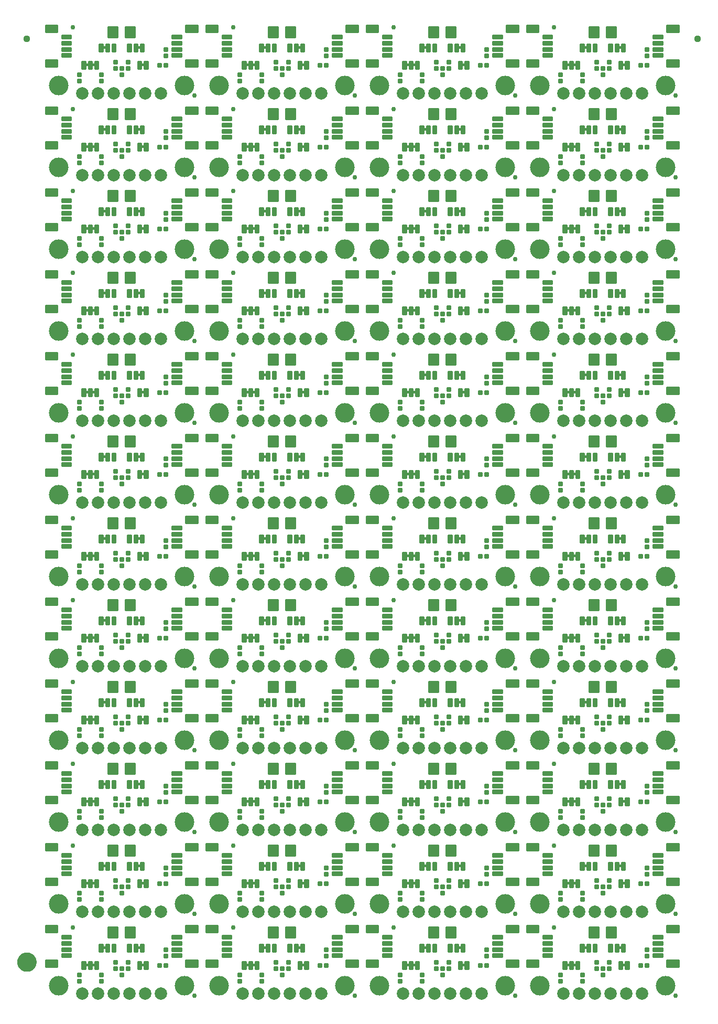
<source format=gts>
G04 EAGLE Gerber RS-274X export*
G75*
%MOMM*%
%FSLAX34Y34*%
%LPD*%
%INSoldermask Top*%
%IPPOS*%
%AMOC8*
5,1,8,0,0,1.08239X$1,22.5*%
G01*
%ADD10C,0.225369*%
%ADD11C,0.225588*%
%ADD12C,2.006600*%
%ADD13C,0.762000*%
%ADD14C,3.175000*%
%ADD15C,0.228344*%
%ADD16C,0.224509*%
%ADD17C,1.127000*%
%ADD18C,1.270000*%
%ADD19C,1.627000*%

G36*
X878270Y1009027D02*
X878270Y1009027D01*
X878336Y1009029D01*
X878379Y1009047D01*
X878426Y1009055D01*
X878483Y1009089D01*
X878543Y1009114D01*
X878578Y1009145D01*
X878619Y1009170D01*
X878661Y1009221D01*
X878709Y1009265D01*
X878731Y1009307D01*
X878760Y1009344D01*
X878781Y1009406D01*
X878812Y1009465D01*
X878820Y1009519D01*
X878832Y1009556D01*
X878831Y1009596D01*
X878839Y1009650D01*
X878839Y1012190D01*
X878828Y1012255D01*
X878826Y1012321D01*
X878808Y1012364D01*
X878800Y1012411D01*
X878766Y1012468D01*
X878741Y1012528D01*
X878710Y1012563D01*
X878685Y1012604D01*
X878634Y1012646D01*
X878590Y1012694D01*
X878548Y1012716D01*
X878511Y1012745D01*
X878449Y1012766D01*
X878390Y1012797D01*
X878336Y1012805D01*
X878299Y1012817D01*
X878259Y1012816D01*
X878205Y1012824D01*
X874395Y1012824D01*
X874330Y1012813D01*
X874264Y1012811D01*
X874221Y1012793D01*
X874174Y1012785D01*
X874117Y1012751D01*
X874057Y1012726D01*
X874022Y1012695D01*
X873981Y1012670D01*
X873940Y1012619D01*
X873891Y1012575D01*
X873869Y1012533D01*
X873840Y1012496D01*
X873819Y1012434D01*
X873788Y1012375D01*
X873780Y1012321D01*
X873768Y1012284D01*
X873768Y1012281D01*
X873769Y1012244D01*
X873761Y1012190D01*
X873761Y1009650D01*
X873772Y1009585D01*
X873774Y1009519D01*
X873792Y1009476D01*
X873800Y1009429D01*
X873834Y1009372D01*
X873859Y1009312D01*
X873890Y1009277D01*
X873915Y1009236D01*
X873966Y1009195D01*
X874010Y1009146D01*
X874052Y1009124D01*
X874089Y1009095D01*
X874151Y1009074D01*
X874210Y1009043D01*
X874264Y1009035D01*
X874301Y1009023D01*
X874341Y1009024D01*
X874395Y1009016D01*
X878205Y1009016D01*
X878270Y1009027D01*
G37*
G36*
X415990Y1009027D02*
X415990Y1009027D01*
X416056Y1009029D01*
X416099Y1009047D01*
X416146Y1009055D01*
X416203Y1009089D01*
X416263Y1009114D01*
X416298Y1009145D01*
X416339Y1009170D01*
X416381Y1009221D01*
X416429Y1009265D01*
X416451Y1009307D01*
X416480Y1009344D01*
X416501Y1009406D01*
X416532Y1009465D01*
X416540Y1009519D01*
X416552Y1009556D01*
X416551Y1009596D01*
X416559Y1009650D01*
X416559Y1012190D01*
X416548Y1012255D01*
X416546Y1012321D01*
X416528Y1012364D01*
X416520Y1012411D01*
X416486Y1012468D01*
X416461Y1012528D01*
X416430Y1012563D01*
X416405Y1012604D01*
X416354Y1012646D01*
X416310Y1012694D01*
X416268Y1012716D01*
X416231Y1012745D01*
X416169Y1012766D01*
X416110Y1012797D01*
X416056Y1012805D01*
X416019Y1012817D01*
X415979Y1012816D01*
X415925Y1012824D01*
X412115Y1012824D01*
X412050Y1012813D01*
X411984Y1012811D01*
X411941Y1012793D01*
X411894Y1012785D01*
X411837Y1012751D01*
X411777Y1012726D01*
X411742Y1012695D01*
X411701Y1012670D01*
X411660Y1012619D01*
X411611Y1012575D01*
X411589Y1012533D01*
X411560Y1012496D01*
X411539Y1012434D01*
X411508Y1012375D01*
X411500Y1012321D01*
X411488Y1012284D01*
X411488Y1012281D01*
X411489Y1012244D01*
X411481Y1012190D01*
X411481Y1009650D01*
X411492Y1009585D01*
X411494Y1009519D01*
X411512Y1009476D01*
X411520Y1009429D01*
X411554Y1009372D01*
X411579Y1009312D01*
X411610Y1009277D01*
X411635Y1009236D01*
X411686Y1009195D01*
X411730Y1009146D01*
X411772Y1009124D01*
X411809Y1009095D01*
X411871Y1009074D01*
X411930Y1009043D01*
X411984Y1009035D01*
X412021Y1009023D01*
X412061Y1009024D01*
X412115Y1009016D01*
X415925Y1009016D01*
X415990Y1009027D01*
G37*
G36*
X619190Y1009027D02*
X619190Y1009027D01*
X619256Y1009029D01*
X619299Y1009047D01*
X619346Y1009055D01*
X619403Y1009089D01*
X619463Y1009114D01*
X619498Y1009145D01*
X619539Y1009170D01*
X619581Y1009221D01*
X619629Y1009265D01*
X619651Y1009307D01*
X619680Y1009344D01*
X619701Y1009406D01*
X619732Y1009465D01*
X619740Y1009519D01*
X619752Y1009556D01*
X619751Y1009596D01*
X619759Y1009650D01*
X619759Y1012190D01*
X619748Y1012255D01*
X619746Y1012321D01*
X619728Y1012364D01*
X619720Y1012411D01*
X619686Y1012468D01*
X619661Y1012528D01*
X619630Y1012563D01*
X619605Y1012604D01*
X619554Y1012646D01*
X619510Y1012694D01*
X619468Y1012716D01*
X619431Y1012745D01*
X619369Y1012766D01*
X619310Y1012797D01*
X619256Y1012805D01*
X619219Y1012817D01*
X619179Y1012816D01*
X619125Y1012824D01*
X615315Y1012824D01*
X615250Y1012813D01*
X615184Y1012811D01*
X615141Y1012793D01*
X615094Y1012785D01*
X615037Y1012751D01*
X614977Y1012726D01*
X614942Y1012695D01*
X614901Y1012670D01*
X614860Y1012619D01*
X614811Y1012575D01*
X614789Y1012533D01*
X614760Y1012496D01*
X614739Y1012434D01*
X614708Y1012375D01*
X614700Y1012321D01*
X614688Y1012284D01*
X614688Y1012281D01*
X614689Y1012244D01*
X614681Y1012190D01*
X614681Y1009650D01*
X614692Y1009585D01*
X614694Y1009519D01*
X614712Y1009476D01*
X614720Y1009429D01*
X614754Y1009372D01*
X614779Y1009312D01*
X614810Y1009277D01*
X614835Y1009236D01*
X614886Y1009195D01*
X614930Y1009146D01*
X614972Y1009124D01*
X615009Y1009095D01*
X615071Y1009074D01*
X615130Y1009043D01*
X615184Y1009035D01*
X615221Y1009023D01*
X615261Y1009024D01*
X615315Y1009016D01*
X619125Y1009016D01*
X619190Y1009027D01*
G37*
G36*
X101030Y1009027D02*
X101030Y1009027D01*
X101096Y1009029D01*
X101139Y1009047D01*
X101186Y1009055D01*
X101243Y1009089D01*
X101303Y1009114D01*
X101338Y1009145D01*
X101379Y1009170D01*
X101421Y1009221D01*
X101469Y1009265D01*
X101491Y1009307D01*
X101520Y1009344D01*
X101541Y1009406D01*
X101572Y1009465D01*
X101580Y1009519D01*
X101592Y1009556D01*
X101591Y1009596D01*
X101599Y1009650D01*
X101599Y1012190D01*
X101588Y1012255D01*
X101586Y1012321D01*
X101568Y1012364D01*
X101560Y1012411D01*
X101526Y1012468D01*
X101501Y1012528D01*
X101470Y1012563D01*
X101445Y1012604D01*
X101394Y1012646D01*
X101350Y1012694D01*
X101308Y1012716D01*
X101271Y1012745D01*
X101209Y1012766D01*
X101150Y1012797D01*
X101096Y1012805D01*
X101059Y1012817D01*
X101019Y1012816D01*
X100965Y1012824D01*
X97155Y1012824D01*
X97090Y1012813D01*
X97024Y1012811D01*
X96981Y1012793D01*
X96934Y1012785D01*
X96877Y1012751D01*
X96817Y1012726D01*
X96782Y1012695D01*
X96741Y1012670D01*
X96700Y1012619D01*
X96651Y1012575D01*
X96629Y1012533D01*
X96600Y1012496D01*
X96579Y1012434D01*
X96548Y1012375D01*
X96540Y1012321D01*
X96528Y1012284D01*
X96528Y1012281D01*
X96529Y1012244D01*
X96521Y1012190D01*
X96521Y1009650D01*
X96532Y1009585D01*
X96534Y1009519D01*
X96552Y1009476D01*
X96560Y1009429D01*
X96594Y1009372D01*
X96619Y1009312D01*
X96650Y1009277D01*
X96675Y1009236D01*
X96726Y1009195D01*
X96770Y1009146D01*
X96812Y1009124D01*
X96849Y1009095D01*
X96911Y1009074D01*
X96970Y1009043D01*
X97024Y1009035D01*
X97061Y1009023D01*
X97101Y1009024D01*
X97155Y1009016D01*
X100965Y1009016D01*
X101030Y1009027D01*
G37*
G36*
X675070Y1009027D02*
X675070Y1009027D01*
X675136Y1009029D01*
X675179Y1009047D01*
X675226Y1009055D01*
X675283Y1009089D01*
X675343Y1009114D01*
X675378Y1009145D01*
X675419Y1009170D01*
X675461Y1009221D01*
X675509Y1009265D01*
X675531Y1009307D01*
X675560Y1009344D01*
X675581Y1009406D01*
X675612Y1009465D01*
X675620Y1009519D01*
X675632Y1009556D01*
X675631Y1009596D01*
X675639Y1009650D01*
X675639Y1012190D01*
X675628Y1012255D01*
X675626Y1012321D01*
X675608Y1012364D01*
X675600Y1012411D01*
X675566Y1012468D01*
X675541Y1012528D01*
X675510Y1012563D01*
X675485Y1012604D01*
X675434Y1012646D01*
X675390Y1012694D01*
X675348Y1012716D01*
X675311Y1012745D01*
X675249Y1012766D01*
X675190Y1012797D01*
X675136Y1012805D01*
X675099Y1012817D01*
X675059Y1012816D01*
X675005Y1012824D01*
X671195Y1012824D01*
X671130Y1012813D01*
X671064Y1012811D01*
X671021Y1012793D01*
X670974Y1012785D01*
X670917Y1012751D01*
X670857Y1012726D01*
X670822Y1012695D01*
X670781Y1012670D01*
X670740Y1012619D01*
X670691Y1012575D01*
X670669Y1012533D01*
X670640Y1012496D01*
X670619Y1012434D01*
X670588Y1012375D01*
X670580Y1012321D01*
X670568Y1012284D01*
X670568Y1012281D01*
X670569Y1012244D01*
X670561Y1012190D01*
X670561Y1009650D01*
X670572Y1009585D01*
X670574Y1009519D01*
X670592Y1009476D01*
X670600Y1009429D01*
X670634Y1009372D01*
X670659Y1009312D01*
X670690Y1009277D01*
X670715Y1009236D01*
X670766Y1009195D01*
X670810Y1009146D01*
X670852Y1009124D01*
X670889Y1009095D01*
X670951Y1009074D01*
X671010Y1009043D01*
X671064Y1009035D01*
X671101Y1009023D01*
X671141Y1009024D01*
X671195Y1009016D01*
X675005Y1009016D01*
X675070Y1009027D01*
G37*
G36*
X156910Y1009027D02*
X156910Y1009027D01*
X156976Y1009029D01*
X157019Y1009047D01*
X157066Y1009055D01*
X157123Y1009089D01*
X157183Y1009114D01*
X157218Y1009145D01*
X157259Y1009170D01*
X157301Y1009221D01*
X157349Y1009265D01*
X157371Y1009307D01*
X157400Y1009344D01*
X157421Y1009406D01*
X157452Y1009465D01*
X157460Y1009519D01*
X157472Y1009556D01*
X157471Y1009596D01*
X157479Y1009650D01*
X157479Y1012190D01*
X157468Y1012255D01*
X157466Y1012321D01*
X157448Y1012364D01*
X157440Y1012411D01*
X157406Y1012468D01*
X157381Y1012528D01*
X157350Y1012563D01*
X157325Y1012604D01*
X157274Y1012646D01*
X157230Y1012694D01*
X157188Y1012716D01*
X157151Y1012745D01*
X157089Y1012766D01*
X157030Y1012797D01*
X156976Y1012805D01*
X156939Y1012817D01*
X156899Y1012816D01*
X156845Y1012824D01*
X153035Y1012824D01*
X152970Y1012813D01*
X152904Y1012811D01*
X152861Y1012793D01*
X152814Y1012785D01*
X152757Y1012751D01*
X152697Y1012726D01*
X152662Y1012695D01*
X152621Y1012670D01*
X152580Y1012619D01*
X152531Y1012575D01*
X152509Y1012533D01*
X152480Y1012496D01*
X152459Y1012434D01*
X152428Y1012375D01*
X152420Y1012321D01*
X152408Y1012284D01*
X152408Y1012281D01*
X152409Y1012244D01*
X152401Y1012190D01*
X152401Y1009650D01*
X152412Y1009585D01*
X152414Y1009519D01*
X152432Y1009476D01*
X152440Y1009429D01*
X152474Y1009372D01*
X152499Y1009312D01*
X152530Y1009277D01*
X152555Y1009236D01*
X152606Y1009195D01*
X152650Y1009146D01*
X152692Y1009124D01*
X152729Y1009095D01*
X152791Y1009074D01*
X152850Y1009043D01*
X152904Y1009035D01*
X152941Y1009023D01*
X152981Y1009024D01*
X153035Y1009016D01*
X156845Y1009016D01*
X156910Y1009027D01*
G37*
G36*
X934150Y1009027D02*
X934150Y1009027D01*
X934216Y1009029D01*
X934259Y1009047D01*
X934306Y1009055D01*
X934363Y1009089D01*
X934423Y1009114D01*
X934458Y1009145D01*
X934499Y1009170D01*
X934541Y1009221D01*
X934589Y1009265D01*
X934611Y1009307D01*
X934640Y1009344D01*
X934661Y1009406D01*
X934692Y1009465D01*
X934700Y1009519D01*
X934712Y1009556D01*
X934711Y1009596D01*
X934719Y1009650D01*
X934719Y1012190D01*
X934708Y1012255D01*
X934706Y1012321D01*
X934688Y1012364D01*
X934680Y1012411D01*
X934646Y1012468D01*
X934621Y1012528D01*
X934590Y1012563D01*
X934565Y1012604D01*
X934514Y1012646D01*
X934470Y1012694D01*
X934428Y1012716D01*
X934391Y1012745D01*
X934329Y1012766D01*
X934270Y1012797D01*
X934216Y1012805D01*
X934179Y1012817D01*
X934139Y1012816D01*
X934085Y1012824D01*
X930275Y1012824D01*
X930210Y1012813D01*
X930144Y1012811D01*
X930101Y1012793D01*
X930054Y1012785D01*
X929997Y1012751D01*
X929937Y1012726D01*
X929902Y1012695D01*
X929861Y1012670D01*
X929820Y1012619D01*
X929771Y1012575D01*
X929749Y1012533D01*
X929720Y1012496D01*
X929699Y1012434D01*
X929668Y1012375D01*
X929660Y1012321D01*
X929648Y1012284D01*
X929648Y1012281D01*
X929649Y1012244D01*
X929641Y1012190D01*
X929641Y1009650D01*
X929652Y1009585D01*
X929654Y1009519D01*
X929672Y1009476D01*
X929680Y1009429D01*
X929714Y1009372D01*
X929739Y1009312D01*
X929770Y1009277D01*
X929795Y1009236D01*
X929846Y1009195D01*
X929890Y1009146D01*
X929932Y1009124D01*
X929969Y1009095D01*
X930031Y1009074D01*
X930090Y1009043D01*
X930144Y1009035D01*
X930181Y1009023D01*
X930221Y1009024D01*
X930275Y1009016D01*
X934085Y1009016D01*
X934150Y1009027D01*
G37*
G36*
X360110Y1009027D02*
X360110Y1009027D01*
X360176Y1009029D01*
X360219Y1009047D01*
X360266Y1009055D01*
X360323Y1009089D01*
X360383Y1009114D01*
X360418Y1009145D01*
X360459Y1009170D01*
X360501Y1009221D01*
X360549Y1009265D01*
X360571Y1009307D01*
X360600Y1009344D01*
X360621Y1009406D01*
X360652Y1009465D01*
X360660Y1009519D01*
X360672Y1009556D01*
X360671Y1009596D01*
X360679Y1009650D01*
X360679Y1012190D01*
X360668Y1012255D01*
X360666Y1012321D01*
X360648Y1012364D01*
X360640Y1012411D01*
X360606Y1012468D01*
X360581Y1012528D01*
X360550Y1012563D01*
X360525Y1012604D01*
X360474Y1012646D01*
X360430Y1012694D01*
X360388Y1012716D01*
X360351Y1012745D01*
X360289Y1012766D01*
X360230Y1012797D01*
X360176Y1012805D01*
X360139Y1012817D01*
X360099Y1012816D01*
X360045Y1012824D01*
X356235Y1012824D01*
X356170Y1012813D01*
X356104Y1012811D01*
X356061Y1012793D01*
X356014Y1012785D01*
X355957Y1012751D01*
X355897Y1012726D01*
X355862Y1012695D01*
X355821Y1012670D01*
X355780Y1012619D01*
X355731Y1012575D01*
X355709Y1012533D01*
X355680Y1012496D01*
X355659Y1012434D01*
X355628Y1012375D01*
X355620Y1012321D01*
X355608Y1012284D01*
X355608Y1012281D01*
X355609Y1012244D01*
X355601Y1012190D01*
X355601Y1009650D01*
X355612Y1009585D01*
X355614Y1009519D01*
X355632Y1009476D01*
X355640Y1009429D01*
X355674Y1009372D01*
X355699Y1009312D01*
X355730Y1009277D01*
X355755Y1009236D01*
X355806Y1009195D01*
X355850Y1009146D01*
X355892Y1009124D01*
X355929Y1009095D01*
X355991Y1009074D01*
X356050Y1009043D01*
X356104Y1009035D01*
X356141Y1009023D01*
X356181Y1009024D01*
X356235Y1009016D01*
X360045Y1009016D01*
X360110Y1009027D01*
G37*
G36*
X675070Y876947D02*
X675070Y876947D01*
X675136Y876949D01*
X675179Y876967D01*
X675226Y876975D01*
X675283Y877009D01*
X675343Y877034D01*
X675378Y877065D01*
X675419Y877090D01*
X675461Y877141D01*
X675509Y877185D01*
X675531Y877227D01*
X675560Y877264D01*
X675581Y877326D01*
X675612Y877385D01*
X675620Y877439D01*
X675632Y877476D01*
X675631Y877516D01*
X675639Y877570D01*
X675639Y880110D01*
X675628Y880175D01*
X675626Y880241D01*
X675608Y880284D01*
X675600Y880331D01*
X675566Y880388D01*
X675541Y880448D01*
X675510Y880483D01*
X675485Y880524D01*
X675434Y880566D01*
X675390Y880614D01*
X675348Y880636D01*
X675311Y880665D01*
X675249Y880686D01*
X675190Y880717D01*
X675136Y880725D01*
X675099Y880737D01*
X675059Y880736D01*
X675005Y880744D01*
X671195Y880744D01*
X671130Y880733D01*
X671064Y880731D01*
X671021Y880713D01*
X670974Y880705D01*
X670917Y880671D01*
X670857Y880646D01*
X670822Y880615D01*
X670781Y880590D01*
X670740Y880539D01*
X670691Y880495D01*
X670669Y880453D01*
X670640Y880416D01*
X670619Y880354D01*
X670588Y880295D01*
X670580Y880241D01*
X670568Y880204D01*
X670568Y880201D01*
X670569Y880164D01*
X670561Y880110D01*
X670561Y877570D01*
X670572Y877505D01*
X670574Y877439D01*
X670592Y877396D01*
X670600Y877349D01*
X670634Y877292D01*
X670659Y877232D01*
X670690Y877197D01*
X670715Y877156D01*
X670766Y877115D01*
X670810Y877066D01*
X670852Y877044D01*
X670889Y877015D01*
X670951Y876994D01*
X671010Y876963D01*
X671064Y876955D01*
X671101Y876943D01*
X671141Y876944D01*
X671195Y876936D01*
X675005Y876936D01*
X675070Y876947D01*
G37*
G36*
X934150Y876947D02*
X934150Y876947D01*
X934216Y876949D01*
X934259Y876967D01*
X934306Y876975D01*
X934363Y877009D01*
X934423Y877034D01*
X934458Y877065D01*
X934499Y877090D01*
X934541Y877141D01*
X934589Y877185D01*
X934611Y877227D01*
X934640Y877264D01*
X934661Y877326D01*
X934692Y877385D01*
X934700Y877439D01*
X934712Y877476D01*
X934711Y877516D01*
X934719Y877570D01*
X934719Y880110D01*
X934708Y880175D01*
X934706Y880241D01*
X934688Y880284D01*
X934680Y880331D01*
X934646Y880388D01*
X934621Y880448D01*
X934590Y880483D01*
X934565Y880524D01*
X934514Y880566D01*
X934470Y880614D01*
X934428Y880636D01*
X934391Y880665D01*
X934329Y880686D01*
X934270Y880717D01*
X934216Y880725D01*
X934179Y880737D01*
X934139Y880736D01*
X934085Y880744D01*
X930275Y880744D01*
X930210Y880733D01*
X930144Y880731D01*
X930101Y880713D01*
X930054Y880705D01*
X929997Y880671D01*
X929937Y880646D01*
X929902Y880615D01*
X929861Y880590D01*
X929820Y880539D01*
X929771Y880495D01*
X929749Y880453D01*
X929720Y880416D01*
X929699Y880354D01*
X929668Y880295D01*
X929660Y880241D01*
X929648Y880204D01*
X929648Y880201D01*
X929649Y880164D01*
X929641Y880110D01*
X929641Y877570D01*
X929652Y877505D01*
X929654Y877439D01*
X929672Y877396D01*
X929680Y877349D01*
X929714Y877292D01*
X929739Y877232D01*
X929770Y877197D01*
X929795Y877156D01*
X929846Y877115D01*
X929890Y877066D01*
X929932Y877044D01*
X929969Y877015D01*
X930031Y876994D01*
X930090Y876963D01*
X930144Y876955D01*
X930181Y876943D01*
X930221Y876944D01*
X930275Y876936D01*
X934085Y876936D01*
X934150Y876947D01*
G37*
G36*
X878270Y876947D02*
X878270Y876947D01*
X878336Y876949D01*
X878379Y876967D01*
X878426Y876975D01*
X878483Y877009D01*
X878543Y877034D01*
X878578Y877065D01*
X878619Y877090D01*
X878661Y877141D01*
X878709Y877185D01*
X878731Y877227D01*
X878760Y877264D01*
X878781Y877326D01*
X878812Y877385D01*
X878820Y877439D01*
X878832Y877476D01*
X878831Y877516D01*
X878839Y877570D01*
X878839Y880110D01*
X878828Y880175D01*
X878826Y880241D01*
X878808Y880284D01*
X878800Y880331D01*
X878766Y880388D01*
X878741Y880448D01*
X878710Y880483D01*
X878685Y880524D01*
X878634Y880566D01*
X878590Y880614D01*
X878548Y880636D01*
X878511Y880665D01*
X878449Y880686D01*
X878390Y880717D01*
X878336Y880725D01*
X878299Y880737D01*
X878259Y880736D01*
X878205Y880744D01*
X874395Y880744D01*
X874330Y880733D01*
X874264Y880731D01*
X874221Y880713D01*
X874174Y880705D01*
X874117Y880671D01*
X874057Y880646D01*
X874022Y880615D01*
X873981Y880590D01*
X873940Y880539D01*
X873891Y880495D01*
X873869Y880453D01*
X873840Y880416D01*
X873819Y880354D01*
X873788Y880295D01*
X873780Y880241D01*
X873768Y880204D01*
X873768Y880201D01*
X873769Y880164D01*
X873761Y880110D01*
X873761Y877570D01*
X873772Y877505D01*
X873774Y877439D01*
X873792Y877396D01*
X873800Y877349D01*
X873834Y877292D01*
X873859Y877232D01*
X873890Y877197D01*
X873915Y877156D01*
X873966Y877115D01*
X874010Y877066D01*
X874052Y877044D01*
X874089Y877015D01*
X874151Y876994D01*
X874210Y876963D01*
X874264Y876955D01*
X874301Y876943D01*
X874341Y876944D01*
X874395Y876936D01*
X878205Y876936D01*
X878270Y876947D01*
G37*
G36*
X156910Y876947D02*
X156910Y876947D01*
X156976Y876949D01*
X157019Y876967D01*
X157066Y876975D01*
X157123Y877009D01*
X157183Y877034D01*
X157218Y877065D01*
X157259Y877090D01*
X157301Y877141D01*
X157349Y877185D01*
X157371Y877227D01*
X157400Y877264D01*
X157421Y877326D01*
X157452Y877385D01*
X157460Y877439D01*
X157472Y877476D01*
X157471Y877516D01*
X157479Y877570D01*
X157479Y880110D01*
X157468Y880175D01*
X157466Y880241D01*
X157448Y880284D01*
X157440Y880331D01*
X157406Y880388D01*
X157381Y880448D01*
X157350Y880483D01*
X157325Y880524D01*
X157274Y880566D01*
X157230Y880614D01*
X157188Y880636D01*
X157151Y880665D01*
X157089Y880686D01*
X157030Y880717D01*
X156976Y880725D01*
X156939Y880737D01*
X156899Y880736D01*
X156845Y880744D01*
X153035Y880744D01*
X152970Y880733D01*
X152904Y880731D01*
X152861Y880713D01*
X152814Y880705D01*
X152757Y880671D01*
X152697Y880646D01*
X152662Y880615D01*
X152621Y880590D01*
X152580Y880539D01*
X152531Y880495D01*
X152509Y880453D01*
X152480Y880416D01*
X152459Y880354D01*
X152428Y880295D01*
X152420Y880241D01*
X152408Y880204D01*
X152408Y880201D01*
X152409Y880164D01*
X152401Y880110D01*
X152401Y877570D01*
X152412Y877505D01*
X152414Y877439D01*
X152432Y877396D01*
X152440Y877349D01*
X152474Y877292D01*
X152499Y877232D01*
X152530Y877197D01*
X152555Y877156D01*
X152606Y877115D01*
X152650Y877066D01*
X152692Y877044D01*
X152729Y877015D01*
X152791Y876994D01*
X152850Y876963D01*
X152904Y876955D01*
X152941Y876943D01*
X152981Y876944D01*
X153035Y876936D01*
X156845Y876936D01*
X156910Y876947D01*
G37*
G36*
X415990Y876947D02*
X415990Y876947D01*
X416056Y876949D01*
X416099Y876967D01*
X416146Y876975D01*
X416203Y877009D01*
X416263Y877034D01*
X416298Y877065D01*
X416339Y877090D01*
X416381Y877141D01*
X416429Y877185D01*
X416451Y877227D01*
X416480Y877264D01*
X416501Y877326D01*
X416532Y877385D01*
X416540Y877439D01*
X416552Y877476D01*
X416551Y877516D01*
X416559Y877570D01*
X416559Y880110D01*
X416548Y880175D01*
X416546Y880241D01*
X416528Y880284D01*
X416520Y880331D01*
X416486Y880388D01*
X416461Y880448D01*
X416430Y880483D01*
X416405Y880524D01*
X416354Y880566D01*
X416310Y880614D01*
X416268Y880636D01*
X416231Y880665D01*
X416169Y880686D01*
X416110Y880717D01*
X416056Y880725D01*
X416019Y880737D01*
X415979Y880736D01*
X415925Y880744D01*
X412115Y880744D01*
X412050Y880733D01*
X411984Y880731D01*
X411941Y880713D01*
X411894Y880705D01*
X411837Y880671D01*
X411777Y880646D01*
X411742Y880615D01*
X411701Y880590D01*
X411660Y880539D01*
X411611Y880495D01*
X411589Y880453D01*
X411560Y880416D01*
X411539Y880354D01*
X411508Y880295D01*
X411500Y880241D01*
X411488Y880204D01*
X411488Y880201D01*
X411489Y880164D01*
X411481Y880110D01*
X411481Y877570D01*
X411492Y877505D01*
X411494Y877439D01*
X411512Y877396D01*
X411520Y877349D01*
X411554Y877292D01*
X411579Y877232D01*
X411610Y877197D01*
X411635Y877156D01*
X411686Y877115D01*
X411730Y877066D01*
X411772Y877044D01*
X411809Y877015D01*
X411871Y876994D01*
X411930Y876963D01*
X411984Y876955D01*
X412021Y876943D01*
X412061Y876944D01*
X412115Y876936D01*
X415925Y876936D01*
X415990Y876947D01*
G37*
G36*
X360110Y876947D02*
X360110Y876947D01*
X360176Y876949D01*
X360219Y876967D01*
X360266Y876975D01*
X360323Y877009D01*
X360383Y877034D01*
X360418Y877065D01*
X360459Y877090D01*
X360501Y877141D01*
X360549Y877185D01*
X360571Y877227D01*
X360600Y877264D01*
X360621Y877326D01*
X360652Y877385D01*
X360660Y877439D01*
X360672Y877476D01*
X360671Y877516D01*
X360679Y877570D01*
X360679Y880110D01*
X360668Y880175D01*
X360666Y880241D01*
X360648Y880284D01*
X360640Y880331D01*
X360606Y880388D01*
X360581Y880448D01*
X360550Y880483D01*
X360525Y880524D01*
X360474Y880566D01*
X360430Y880614D01*
X360388Y880636D01*
X360351Y880665D01*
X360289Y880686D01*
X360230Y880717D01*
X360176Y880725D01*
X360139Y880737D01*
X360099Y880736D01*
X360045Y880744D01*
X356235Y880744D01*
X356170Y880733D01*
X356104Y880731D01*
X356061Y880713D01*
X356014Y880705D01*
X355957Y880671D01*
X355897Y880646D01*
X355862Y880615D01*
X355821Y880590D01*
X355780Y880539D01*
X355731Y880495D01*
X355709Y880453D01*
X355680Y880416D01*
X355659Y880354D01*
X355628Y880295D01*
X355620Y880241D01*
X355608Y880204D01*
X355608Y880201D01*
X355609Y880164D01*
X355601Y880110D01*
X355601Y877570D01*
X355612Y877505D01*
X355614Y877439D01*
X355632Y877396D01*
X355640Y877349D01*
X355674Y877292D01*
X355699Y877232D01*
X355730Y877197D01*
X355755Y877156D01*
X355806Y877115D01*
X355850Y877066D01*
X355892Y877044D01*
X355929Y877015D01*
X355991Y876994D01*
X356050Y876963D01*
X356104Y876955D01*
X356141Y876943D01*
X356181Y876944D01*
X356235Y876936D01*
X360045Y876936D01*
X360110Y876947D01*
G37*
G36*
X619190Y876947D02*
X619190Y876947D01*
X619256Y876949D01*
X619299Y876967D01*
X619346Y876975D01*
X619403Y877009D01*
X619463Y877034D01*
X619498Y877065D01*
X619539Y877090D01*
X619581Y877141D01*
X619629Y877185D01*
X619651Y877227D01*
X619680Y877264D01*
X619701Y877326D01*
X619732Y877385D01*
X619740Y877439D01*
X619752Y877476D01*
X619751Y877516D01*
X619759Y877570D01*
X619759Y880110D01*
X619748Y880175D01*
X619746Y880241D01*
X619728Y880284D01*
X619720Y880331D01*
X619686Y880388D01*
X619661Y880448D01*
X619630Y880483D01*
X619605Y880524D01*
X619554Y880566D01*
X619510Y880614D01*
X619468Y880636D01*
X619431Y880665D01*
X619369Y880686D01*
X619310Y880717D01*
X619256Y880725D01*
X619219Y880737D01*
X619179Y880736D01*
X619125Y880744D01*
X615315Y880744D01*
X615250Y880733D01*
X615184Y880731D01*
X615141Y880713D01*
X615094Y880705D01*
X615037Y880671D01*
X614977Y880646D01*
X614942Y880615D01*
X614901Y880590D01*
X614860Y880539D01*
X614811Y880495D01*
X614789Y880453D01*
X614760Y880416D01*
X614739Y880354D01*
X614708Y880295D01*
X614700Y880241D01*
X614688Y880204D01*
X614688Y880201D01*
X614689Y880164D01*
X614681Y880110D01*
X614681Y877570D01*
X614692Y877505D01*
X614694Y877439D01*
X614712Y877396D01*
X614720Y877349D01*
X614754Y877292D01*
X614779Y877232D01*
X614810Y877197D01*
X614835Y877156D01*
X614886Y877115D01*
X614930Y877066D01*
X614972Y877044D01*
X615009Y877015D01*
X615071Y876994D01*
X615130Y876963D01*
X615184Y876955D01*
X615221Y876943D01*
X615261Y876944D01*
X615315Y876936D01*
X619125Y876936D01*
X619190Y876947D01*
G37*
G36*
X101030Y876947D02*
X101030Y876947D01*
X101096Y876949D01*
X101139Y876967D01*
X101186Y876975D01*
X101243Y877009D01*
X101303Y877034D01*
X101338Y877065D01*
X101379Y877090D01*
X101421Y877141D01*
X101469Y877185D01*
X101491Y877227D01*
X101520Y877264D01*
X101541Y877326D01*
X101572Y877385D01*
X101580Y877439D01*
X101592Y877476D01*
X101591Y877516D01*
X101599Y877570D01*
X101599Y880110D01*
X101588Y880175D01*
X101586Y880241D01*
X101568Y880284D01*
X101560Y880331D01*
X101526Y880388D01*
X101501Y880448D01*
X101470Y880483D01*
X101445Y880524D01*
X101394Y880566D01*
X101350Y880614D01*
X101308Y880636D01*
X101271Y880665D01*
X101209Y880686D01*
X101150Y880717D01*
X101096Y880725D01*
X101059Y880737D01*
X101019Y880736D01*
X100965Y880744D01*
X97155Y880744D01*
X97090Y880733D01*
X97024Y880731D01*
X96981Y880713D01*
X96934Y880705D01*
X96877Y880671D01*
X96817Y880646D01*
X96782Y880615D01*
X96741Y880590D01*
X96700Y880539D01*
X96651Y880495D01*
X96629Y880453D01*
X96600Y880416D01*
X96579Y880354D01*
X96548Y880295D01*
X96540Y880241D01*
X96528Y880204D01*
X96528Y880201D01*
X96529Y880164D01*
X96521Y880110D01*
X96521Y877570D01*
X96532Y877505D01*
X96534Y877439D01*
X96552Y877396D01*
X96560Y877349D01*
X96594Y877292D01*
X96619Y877232D01*
X96650Y877197D01*
X96675Y877156D01*
X96726Y877115D01*
X96770Y877066D01*
X96812Y877044D01*
X96849Y877015D01*
X96911Y876994D01*
X96970Y876963D01*
X97024Y876955D01*
X97061Y876943D01*
X97101Y876944D01*
X97155Y876936D01*
X100965Y876936D01*
X101030Y876947D01*
G37*
G36*
X360110Y1537347D02*
X360110Y1537347D01*
X360176Y1537349D01*
X360219Y1537367D01*
X360266Y1537375D01*
X360323Y1537409D01*
X360383Y1537434D01*
X360418Y1537465D01*
X360459Y1537490D01*
X360501Y1537541D01*
X360549Y1537585D01*
X360571Y1537627D01*
X360600Y1537664D01*
X360621Y1537726D01*
X360652Y1537785D01*
X360660Y1537839D01*
X360672Y1537876D01*
X360671Y1537916D01*
X360679Y1537970D01*
X360679Y1540510D01*
X360668Y1540575D01*
X360666Y1540641D01*
X360648Y1540684D01*
X360640Y1540731D01*
X360606Y1540788D01*
X360581Y1540848D01*
X360550Y1540883D01*
X360525Y1540924D01*
X360474Y1540966D01*
X360430Y1541014D01*
X360388Y1541036D01*
X360351Y1541065D01*
X360289Y1541086D01*
X360230Y1541117D01*
X360176Y1541125D01*
X360139Y1541137D01*
X360099Y1541136D01*
X360045Y1541144D01*
X356235Y1541144D01*
X356170Y1541133D01*
X356104Y1541131D01*
X356061Y1541113D01*
X356014Y1541105D01*
X355957Y1541071D01*
X355897Y1541046D01*
X355862Y1541015D01*
X355821Y1540990D01*
X355780Y1540939D01*
X355731Y1540895D01*
X355709Y1540853D01*
X355680Y1540816D01*
X355659Y1540754D01*
X355628Y1540695D01*
X355620Y1540641D01*
X355608Y1540604D01*
X355608Y1540601D01*
X355609Y1540564D01*
X355601Y1540510D01*
X355601Y1537970D01*
X355612Y1537905D01*
X355614Y1537839D01*
X355632Y1537796D01*
X355640Y1537749D01*
X355674Y1537692D01*
X355699Y1537632D01*
X355730Y1537597D01*
X355755Y1537556D01*
X355806Y1537515D01*
X355850Y1537466D01*
X355892Y1537444D01*
X355929Y1537415D01*
X355991Y1537394D01*
X356050Y1537363D01*
X356104Y1537355D01*
X356141Y1537343D01*
X356181Y1537344D01*
X356235Y1537336D01*
X360045Y1537336D01*
X360110Y1537347D01*
G37*
G36*
X415990Y1537347D02*
X415990Y1537347D01*
X416056Y1537349D01*
X416099Y1537367D01*
X416146Y1537375D01*
X416203Y1537409D01*
X416263Y1537434D01*
X416298Y1537465D01*
X416339Y1537490D01*
X416381Y1537541D01*
X416429Y1537585D01*
X416451Y1537627D01*
X416480Y1537664D01*
X416501Y1537726D01*
X416532Y1537785D01*
X416540Y1537839D01*
X416552Y1537876D01*
X416551Y1537916D01*
X416559Y1537970D01*
X416559Y1540510D01*
X416548Y1540575D01*
X416546Y1540641D01*
X416528Y1540684D01*
X416520Y1540731D01*
X416486Y1540788D01*
X416461Y1540848D01*
X416430Y1540883D01*
X416405Y1540924D01*
X416354Y1540966D01*
X416310Y1541014D01*
X416268Y1541036D01*
X416231Y1541065D01*
X416169Y1541086D01*
X416110Y1541117D01*
X416056Y1541125D01*
X416019Y1541137D01*
X415979Y1541136D01*
X415925Y1541144D01*
X412115Y1541144D01*
X412050Y1541133D01*
X411984Y1541131D01*
X411941Y1541113D01*
X411894Y1541105D01*
X411837Y1541071D01*
X411777Y1541046D01*
X411742Y1541015D01*
X411701Y1540990D01*
X411660Y1540939D01*
X411611Y1540895D01*
X411589Y1540853D01*
X411560Y1540816D01*
X411539Y1540754D01*
X411508Y1540695D01*
X411500Y1540641D01*
X411488Y1540604D01*
X411488Y1540601D01*
X411489Y1540564D01*
X411481Y1540510D01*
X411481Y1537970D01*
X411492Y1537905D01*
X411494Y1537839D01*
X411512Y1537796D01*
X411520Y1537749D01*
X411554Y1537692D01*
X411579Y1537632D01*
X411610Y1537597D01*
X411635Y1537556D01*
X411686Y1537515D01*
X411730Y1537466D01*
X411772Y1537444D01*
X411809Y1537415D01*
X411871Y1537394D01*
X411930Y1537363D01*
X411984Y1537355D01*
X412021Y1537343D01*
X412061Y1537344D01*
X412115Y1537336D01*
X415925Y1537336D01*
X415990Y1537347D01*
G37*
G36*
X101030Y1537347D02*
X101030Y1537347D01*
X101096Y1537349D01*
X101139Y1537367D01*
X101186Y1537375D01*
X101243Y1537409D01*
X101303Y1537434D01*
X101338Y1537465D01*
X101379Y1537490D01*
X101421Y1537541D01*
X101469Y1537585D01*
X101491Y1537627D01*
X101520Y1537664D01*
X101541Y1537726D01*
X101572Y1537785D01*
X101580Y1537839D01*
X101592Y1537876D01*
X101591Y1537916D01*
X101599Y1537970D01*
X101599Y1540510D01*
X101588Y1540575D01*
X101586Y1540641D01*
X101568Y1540684D01*
X101560Y1540731D01*
X101526Y1540788D01*
X101501Y1540848D01*
X101470Y1540883D01*
X101445Y1540924D01*
X101394Y1540966D01*
X101350Y1541014D01*
X101308Y1541036D01*
X101271Y1541065D01*
X101209Y1541086D01*
X101150Y1541117D01*
X101096Y1541125D01*
X101059Y1541137D01*
X101019Y1541136D01*
X100965Y1541144D01*
X97155Y1541144D01*
X97090Y1541133D01*
X97024Y1541131D01*
X96981Y1541113D01*
X96934Y1541105D01*
X96877Y1541071D01*
X96817Y1541046D01*
X96782Y1541015D01*
X96741Y1540990D01*
X96700Y1540939D01*
X96651Y1540895D01*
X96629Y1540853D01*
X96600Y1540816D01*
X96579Y1540754D01*
X96548Y1540695D01*
X96540Y1540641D01*
X96528Y1540604D01*
X96528Y1540601D01*
X96529Y1540564D01*
X96521Y1540510D01*
X96521Y1537970D01*
X96532Y1537905D01*
X96534Y1537839D01*
X96552Y1537796D01*
X96560Y1537749D01*
X96594Y1537692D01*
X96619Y1537632D01*
X96650Y1537597D01*
X96675Y1537556D01*
X96726Y1537515D01*
X96770Y1537466D01*
X96812Y1537444D01*
X96849Y1537415D01*
X96911Y1537394D01*
X96970Y1537363D01*
X97024Y1537355D01*
X97061Y1537343D01*
X97101Y1537344D01*
X97155Y1537336D01*
X100965Y1537336D01*
X101030Y1537347D01*
G37*
G36*
X675070Y1537347D02*
X675070Y1537347D01*
X675136Y1537349D01*
X675179Y1537367D01*
X675226Y1537375D01*
X675283Y1537409D01*
X675343Y1537434D01*
X675378Y1537465D01*
X675419Y1537490D01*
X675461Y1537541D01*
X675509Y1537585D01*
X675531Y1537627D01*
X675560Y1537664D01*
X675581Y1537726D01*
X675612Y1537785D01*
X675620Y1537839D01*
X675632Y1537876D01*
X675631Y1537916D01*
X675639Y1537970D01*
X675639Y1540510D01*
X675628Y1540575D01*
X675626Y1540641D01*
X675608Y1540684D01*
X675600Y1540731D01*
X675566Y1540788D01*
X675541Y1540848D01*
X675510Y1540883D01*
X675485Y1540924D01*
X675434Y1540966D01*
X675390Y1541014D01*
X675348Y1541036D01*
X675311Y1541065D01*
X675249Y1541086D01*
X675190Y1541117D01*
X675136Y1541125D01*
X675099Y1541137D01*
X675059Y1541136D01*
X675005Y1541144D01*
X671195Y1541144D01*
X671130Y1541133D01*
X671064Y1541131D01*
X671021Y1541113D01*
X670974Y1541105D01*
X670917Y1541071D01*
X670857Y1541046D01*
X670822Y1541015D01*
X670781Y1540990D01*
X670740Y1540939D01*
X670691Y1540895D01*
X670669Y1540853D01*
X670640Y1540816D01*
X670619Y1540754D01*
X670588Y1540695D01*
X670580Y1540641D01*
X670568Y1540604D01*
X670568Y1540601D01*
X670569Y1540564D01*
X670561Y1540510D01*
X670561Y1537970D01*
X670572Y1537905D01*
X670574Y1537839D01*
X670592Y1537796D01*
X670600Y1537749D01*
X670634Y1537692D01*
X670659Y1537632D01*
X670690Y1537597D01*
X670715Y1537556D01*
X670766Y1537515D01*
X670810Y1537466D01*
X670852Y1537444D01*
X670889Y1537415D01*
X670951Y1537394D01*
X671010Y1537363D01*
X671064Y1537355D01*
X671101Y1537343D01*
X671141Y1537344D01*
X671195Y1537336D01*
X675005Y1537336D01*
X675070Y1537347D01*
G37*
G36*
X934150Y1537347D02*
X934150Y1537347D01*
X934216Y1537349D01*
X934259Y1537367D01*
X934306Y1537375D01*
X934363Y1537409D01*
X934423Y1537434D01*
X934458Y1537465D01*
X934499Y1537490D01*
X934541Y1537541D01*
X934589Y1537585D01*
X934611Y1537627D01*
X934640Y1537664D01*
X934661Y1537726D01*
X934692Y1537785D01*
X934700Y1537839D01*
X934712Y1537876D01*
X934711Y1537916D01*
X934719Y1537970D01*
X934719Y1540510D01*
X934708Y1540575D01*
X934706Y1540641D01*
X934688Y1540684D01*
X934680Y1540731D01*
X934646Y1540788D01*
X934621Y1540848D01*
X934590Y1540883D01*
X934565Y1540924D01*
X934514Y1540966D01*
X934470Y1541014D01*
X934428Y1541036D01*
X934391Y1541065D01*
X934329Y1541086D01*
X934270Y1541117D01*
X934216Y1541125D01*
X934179Y1541137D01*
X934139Y1541136D01*
X934085Y1541144D01*
X930275Y1541144D01*
X930210Y1541133D01*
X930144Y1541131D01*
X930101Y1541113D01*
X930054Y1541105D01*
X929997Y1541071D01*
X929937Y1541046D01*
X929902Y1541015D01*
X929861Y1540990D01*
X929820Y1540939D01*
X929771Y1540895D01*
X929749Y1540853D01*
X929720Y1540816D01*
X929699Y1540754D01*
X929668Y1540695D01*
X929660Y1540641D01*
X929648Y1540604D01*
X929648Y1540601D01*
X929649Y1540564D01*
X929641Y1540510D01*
X929641Y1537970D01*
X929652Y1537905D01*
X929654Y1537839D01*
X929672Y1537796D01*
X929680Y1537749D01*
X929714Y1537692D01*
X929739Y1537632D01*
X929770Y1537597D01*
X929795Y1537556D01*
X929846Y1537515D01*
X929890Y1537466D01*
X929932Y1537444D01*
X929969Y1537415D01*
X930031Y1537394D01*
X930090Y1537363D01*
X930144Y1537355D01*
X930181Y1537343D01*
X930221Y1537344D01*
X930275Y1537336D01*
X934085Y1537336D01*
X934150Y1537347D01*
G37*
G36*
X619190Y1537347D02*
X619190Y1537347D01*
X619256Y1537349D01*
X619299Y1537367D01*
X619346Y1537375D01*
X619403Y1537409D01*
X619463Y1537434D01*
X619498Y1537465D01*
X619539Y1537490D01*
X619581Y1537541D01*
X619629Y1537585D01*
X619651Y1537627D01*
X619680Y1537664D01*
X619701Y1537726D01*
X619732Y1537785D01*
X619740Y1537839D01*
X619752Y1537876D01*
X619751Y1537916D01*
X619759Y1537970D01*
X619759Y1540510D01*
X619748Y1540575D01*
X619746Y1540641D01*
X619728Y1540684D01*
X619720Y1540731D01*
X619686Y1540788D01*
X619661Y1540848D01*
X619630Y1540883D01*
X619605Y1540924D01*
X619554Y1540966D01*
X619510Y1541014D01*
X619468Y1541036D01*
X619431Y1541065D01*
X619369Y1541086D01*
X619310Y1541117D01*
X619256Y1541125D01*
X619219Y1541137D01*
X619179Y1541136D01*
X619125Y1541144D01*
X615315Y1541144D01*
X615250Y1541133D01*
X615184Y1541131D01*
X615141Y1541113D01*
X615094Y1541105D01*
X615037Y1541071D01*
X614977Y1541046D01*
X614942Y1541015D01*
X614901Y1540990D01*
X614860Y1540939D01*
X614811Y1540895D01*
X614789Y1540853D01*
X614760Y1540816D01*
X614739Y1540754D01*
X614708Y1540695D01*
X614700Y1540641D01*
X614688Y1540604D01*
X614688Y1540601D01*
X614689Y1540564D01*
X614681Y1540510D01*
X614681Y1537970D01*
X614692Y1537905D01*
X614694Y1537839D01*
X614712Y1537796D01*
X614720Y1537749D01*
X614754Y1537692D01*
X614779Y1537632D01*
X614810Y1537597D01*
X614835Y1537556D01*
X614886Y1537515D01*
X614930Y1537466D01*
X614972Y1537444D01*
X615009Y1537415D01*
X615071Y1537394D01*
X615130Y1537363D01*
X615184Y1537355D01*
X615221Y1537343D01*
X615261Y1537344D01*
X615315Y1537336D01*
X619125Y1537336D01*
X619190Y1537347D01*
G37*
G36*
X878270Y1537347D02*
X878270Y1537347D01*
X878336Y1537349D01*
X878379Y1537367D01*
X878426Y1537375D01*
X878483Y1537409D01*
X878543Y1537434D01*
X878578Y1537465D01*
X878619Y1537490D01*
X878661Y1537541D01*
X878709Y1537585D01*
X878731Y1537627D01*
X878760Y1537664D01*
X878781Y1537726D01*
X878812Y1537785D01*
X878820Y1537839D01*
X878832Y1537876D01*
X878831Y1537916D01*
X878839Y1537970D01*
X878839Y1540510D01*
X878828Y1540575D01*
X878826Y1540641D01*
X878808Y1540684D01*
X878800Y1540731D01*
X878766Y1540788D01*
X878741Y1540848D01*
X878710Y1540883D01*
X878685Y1540924D01*
X878634Y1540966D01*
X878590Y1541014D01*
X878548Y1541036D01*
X878511Y1541065D01*
X878449Y1541086D01*
X878390Y1541117D01*
X878336Y1541125D01*
X878299Y1541137D01*
X878259Y1541136D01*
X878205Y1541144D01*
X874395Y1541144D01*
X874330Y1541133D01*
X874264Y1541131D01*
X874221Y1541113D01*
X874174Y1541105D01*
X874117Y1541071D01*
X874057Y1541046D01*
X874022Y1541015D01*
X873981Y1540990D01*
X873940Y1540939D01*
X873891Y1540895D01*
X873869Y1540853D01*
X873840Y1540816D01*
X873819Y1540754D01*
X873788Y1540695D01*
X873780Y1540641D01*
X873768Y1540604D01*
X873768Y1540601D01*
X873769Y1540564D01*
X873761Y1540510D01*
X873761Y1537970D01*
X873772Y1537905D01*
X873774Y1537839D01*
X873792Y1537796D01*
X873800Y1537749D01*
X873834Y1537692D01*
X873859Y1537632D01*
X873890Y1537597D01*
X873915Y1537556D01*
X873966Y1537515D01*
X874010Y1537466D01*
X874052Y1537444D01*
X874089Y1537415D01*
X874151Y1537394D01*
X874210Y1537363D01*
X874264Y1537355D01*
X874301Y1537343D01*
X874341Y1537344D01*
X874395Y1537336D01*
X878205Y1537336D01*
X878270Y1537347D01*
G37*
G36*
X156910Y1537347D02*
X156910Y1537347D01*
X156976Y1537349D01*
X157019Y1537367D01*
X157066Y1537375D01*
X157123Y1537409D01*
X157183Y1537434D01*
X157218Y1537465D01*
X157259Y1537490D01*
X157301Y1537541D01*
X157349Y1537585D01*
X157371Y1537627D01*
X157400Y1537664D01*
X157421Y1537726D01*
X157452Y1537785D01*
X157460Y1537839D01*
X157472Y1537876D01*
X157471Y1537916D01*
X157479Y1537970D01*
X157479Y1540510D01*
X157468Y1540575D01*
X157466Y1540641D01*
X157448Y1540684D01*
X157440Y1540731D01*
X157406Y1540788D01*
X157381Y1540848D01*
X157350Y1540883D01*
X157325Y1540924D01*
X157274Y1540966D01*
X157230Y1541014D01*
X157188Y1541036D01*
X157151Y1541065D01*
X157089Y1541086D01*
X157030Y1541117D01*
X156976Y1541125D01*
X156939Y1541137D01*
X156899Y1541136D01*
X156845Y1541144D01*
X153035Y1541144D01*
X152970Y1541133D01*
X152904Y1541131D01*
X152861Y1541113D01*
X152814Y1541105D01*
X152757Y1541071D01*
X152697Y1541046D01*
X152662Y1541015D01*
X152621Y1540990D01*
X152580Y1540939D01*
X152531Y1540895D01*
X152509Y1540853D01*
X152480Y1540816D01*
X152459Y1540754D01*
X152428Y1540695D01*
X152420Y1540641D01*
X152408Y1540604D01*
X152408Y1540601D01*
X152409Y1540564D01*
X152401Y1540510D01*
X152401Y1537970D01*
X152412Y1537905D01*
X152414Y1537839D01*
X152432Y1537796D01*
X152440Y1537749D01*
X152474Y1537692D01*
X152499Y1537632D01*
X152530Y1537597D01*
X152555Y1537556D01*
X152606Y1537515D01*
X152650Y1537466D01*
X152692Y1537444D01*
X152729Y1537415D01*
X152791Y1537394D01*
X152850Y1537363D01*
X152904Y1537355D01*
X152941Y1537343D01*
X152981Y1537344D01*
X153035Y1537336D01*
X156845Y1537336D01*
X156910Y1537347D01*
G37*
G36*
X591250Y1509407D02*
X591250Y1509407D01*
X591316Y1509409D01*
X591359Y1509427D01*
X591406Y1509435D01*
X591463Y1509469D01*
X591523Y1509494D01*
X591558Y1509525D01*
X591599Y1509550D01*
X591641Y1509601D01*
X591689Y1509645D01*
X591711Y1509687D01*
X591740Y1509724D01*
X591761Y1509786D01*
X591792Y1509845D01*
X591800Y1509899D01*
X591812Y1509936D01*
X591811Y1509976D01*
X591819Y1510030D01*
X591819Y1512570D01*
X591808Y1512635D01*
X591806Y1512701D01*
X591788Y1512744D01*
X591780Y1512791D01*
X591746Y1512848D01*
X591721Y1512908D01*
X591690Y1512943D01*
X591665Y1512984D01*
X591614Y1513026D01*
X591570Y1513074D01*
X591528Y1513096D01*
X591491Y1513125D01*
X591429Y1513146D01*
X591370Y1513177D01*
X591316Y1513185D01*
X591279Y1513197D01*
X591239Y1513196D01*
X591185Y1513204D01*
X587375Y1513204D01*
X587310Y1513193D01*
X587244Y1513191D01*
X587201Y1513173D01*
X587154Y1513165D01*
X587097Y1513131D01*
X587037Y1513106D01*
X587002Y1513075D01*
X586961Y1513050D01*
X586920Y1512999D01*
X586871Y1512955D01*
X586849Y1512913D01*
X586820Y1512876D01*
X586799Y1512814D01*
X586768Y1512755D01*
X586760Y1512701D01*
X586748Y1512664D01*
X586748Y1512661D01*
X586749Y1512624D01*
X586741Y1512570D01*
X586741Y1510030D01*
X586752Y1509965D01*
X586754Y1509899D01*
X586772Y1509856D01*
X586780Y1509809D01*
X586814Y1509752D01*
X586839Y1509692D01*
X586870Y1509657D01*
X586895Y1509616D01*
X586946Y1509575D01*
X586990Y1509526D01*
X587032Y1509504D01*
X587069Y1509475D01*
X587131Y1509454D01*
X587190Y1509423D01*
X587244Y1509415D01*
X587281Y1509403D01*
X587321Y1509404D01*
X587375Y1509396D01*
X591185Y1509396D01*
X591250Y1509407D01*
G37*
G36*
X850330Y1509407D02*
X850330Y1509407D01*
X850396Y1509409D01*
X850439Y1509427D01*
X850486Y1509435D01*
X850543Y1509469D01*
X850603Y1509494D01*
X850638Y1509525D01*
X850679Y1509550D01*
X850721Y1509601D01*
X850769Y1509645D01*
X850791Y1509687D01*
X850820Y1509724D01*
X850841Y1509786D01*
X850872Y1509845D01*
X850880Y1509899D01*
X850892Y1509936D01*
X850891Y1509976D01*
X850899Y1510030D01*
X850899Y1512570D01*
X850888Y1512635D01*
X850886Y1512701D01*
X850868Y1512744D01*
X850860Y1512791D01*
X850826Y1512848D01*
X850801Y1512908D01*
X850770Y1512943D01*
X850745Y1512984D01*
X850694Y1513026D01*
X850650Y1513074D01*
X850608Y1513096D01*
X850571Y1513125D01*
X850509Y1513146D01*
X850450Y1513177D01*
X850396Y1513185D01*
X850359Y1513197D01*
X850319Y1513196D01*
X850265Y1513204D01*
X846455Y1513204D01*
X846390Y1513193D01*
X846324Y1513191D01*
X846281Y1513173D01*
X846234Y1513165D01*
X846177Y1513131D01*
X846117Y1513106D01*
X846082Y1513075D01*
X846041Y1513050D01*
X846000Y1512999D01*
X845951Y1512955D01*
X845929Y1512913D01*
X845900Y1512876D01*
X845879Y1512814D01*
X845848Y1512755D01*
X845840Y1512701D01*
X845828Y1512664D01*
X845828Y1512661D01*
X845829Y1512624D01*
X845821Y1512570D01*
X845821Y1510030D01*
X845832Y1509965D01*
X845834Y1509899D01*
X845852Y1509856D01*
X845860Y1509809D01*
X845894Y1509752D01*
X845919Y1509692D01*
X845950Y1509657D01*
X845975Y1509616D01*
X846026Y1509575D01*
X846070Y1509526D01*
X846112Y1509504D01*
X846149Y1509475D01*
X846211Y1509454D01*
X846270Y1509423D01*
X846324Y1509415D01*
X846361Y1509403D01*
X846401Y1509404D01*
X846455Y1509396D01*
X850265Y1509396D01*
X850330Y1509407D01*
G37*
G36*
X601410Y1509407D02*
X601410Y1509407D01*
X601476Y1509409D01*
X601519Y1509427D01*
X601566Y1509435D01*
X601623Y1509469D01*
X601683Y1509494D01*
X601718Y1509525D01*
X601759Y1509550D01*
X601801Y1509601D01*
X601849Y1509645D01*
X601871Y1509687D01*
X601900Y1509724D01*
X601921Y1509786D01*
X601952Y1509845D01*
X601960Y1509899D01*
X601972Y1509936D01*
X601971Y1509976D01*
X601979Y1510030D01*
X601979Y1512570D01*
X601968Y1512635D01*
X601966Y1512701D01*
X601948Y1512744D01*
X601940Y1512791D01*
X601906Y1512848D01*
X601881Y1512908D01*
X601850Y1512943D01*
X601825Y1512984D01*
X601774Y1513026D01*
X601730Y1513074D01*
X601688Y1513096D01*
X601651Y1513125D01*
X601589Y1513146D01*
X601530Y1513177D01*
X601476Y1513185D01*
X601439Y1513197D01*
X601399Y1513196D01*
X601345Y1513204D01*
X597535Y1513204D01*
X597470Y1513193D01*
X597404Y1513191D01*
X597361Y1513173D01*
X597314Y1513165D01*
X597257Y1513131D01*
X597197Y1513106D01*
X597162Y1513075D01*
X597121Y1513050D01*
X597080Y1512999D01*
X597031Y1512955D01*
X597009Y1512913D01*
X596980Y1512876D01*
X596959Y1512814D01*
X596928Y1512755D01*
X596920Y1512701D01*
X596908Y1512664D01*
X596908Y1512661D01*
X596909Y1512624D01*
X596901Y1512570D01*
X596901Y1510030D01*
X596912Y1509965D01*
X596914Y1509899D01*
X596932Y1509856D01*
X596940Y1509809D01*
X596974Y1509752D01*
X596999Y1509692D01*
X597030Y1509657D01*
X597055Y1509616D01*
X597106Y1509575D01*
X597150Y1509526D01*
X597192Y1509504D01*
X597229Y1509475D01*
X597291Y1509454D01*
X597350Y1509423D01*
X597404Y1509415D01*
X597441Y1509403D01*
X597481Y1509404D01*
X597535Y1509396D01*
X601345Y1509396D01*
X601410Y1509407D01*
G37*
G36*
X83250Y1509407D02*
X83250Y1509407D01*
X83316Y1509409D01*
X83359Y1509427D01*
X83406Y1509435D01*
X83463Y1509469D01*
X83523Y1509494D01*
X83558Y1509525D01*
X83599Y1509550D01*
X83641Y1509601D01*
X83689Y1509645D01*
X83711Y1509687D01*
X83740Y1509724D01*
X83761Y1509786D01*
X83792Y1509845D01*
X83800Y1509899D01*
X83812Y1509936D01*
X83811Y1509976D01*
X83819Y1510030D01*
X83819Y1512570D01*
X83808Y1512635D01*
X83806Y1512701D01*
X83788Y1512744D01*
X83780Y1512791D01*
X83746Y1512848D01*
X83721Y1512908D01*
X83690Y1512943D01*
X83665Y1512984D01*
X83614Y1513026D01*
X83570Y1513074D01*
X83528Y1513096D01*
X83491Y1513125D01*
X83429Y1513146D01*
X83370Y1513177D01*
X83316Y1513185D01*
X83279Y1513197D01*
X83239Y1513196D01*
X83185Y1513204D01*
X79375Y1513204D01*
X79310Y1513193D01*
X79244Y1513191D01*
X79201Y1513173D01*
X79154Y1513165D01*
X79097Y1513131D01*
X79037Y1513106D01*
X79002Y1513075D01*
X78961Y1513050D01*
X78920Y1512999D01*
X78871Y1512955D01*
X78849Y1512913D01*
X78820Y1512876D01*
X78799Y1512814D01*
X78768Y1512755D01*
X78760Y1512701D01*
X78748Y1512664D01*
X78748Y1512661D01*
X78749Y1512624D01*
X78741Y1512570D01*
X78741Y1510030D01*
X78752Y1509965D01*
X78754Y1509899D01*
X78772Y1509856D01*
X78780Y1509809D01*
X78814Y1509752D01*
X78839Y1509692D01*
X78870Y1509657D01*
X78895Y1509616D01*
X78946Y1509575D01*
X78990Y1509526D01*
X79032Y1509504D01*
X79069Y1509475D01*
X79131Y1509454D01*
X79190Y1509423D01*
X79244Y1509415D01*
X79281Y1509403D01*
X79321Y1509404D01*
X79375Y1509396D01*
X83185Y1509396D01*
X83250Y1509407D01*
G37*
G36*
X422340Y1509407D02*
X422340Y1509407D01*
X422406Y1509409D01*
X422449Y1509427D01*
X422496Y1509435D01*
X422553Y1509469D01*
X422613Y1509494D01*
X422648Y1509525D01*
X422689Y1509550D01*
X422731Y1509601D01*
X422779Y1509645D01*
X422801Y1509687D01*
X422830Y1509724D01*
X422851Y1509786D01*
X422882Y1509845D01*
X422890Y1509899D01*
X422902Y1509936D01*
X422901Y1509976D01*
X422909Y1510030D01*
X422909Y1512570D01*
X422898Y1512635D01*
X422896Y1512701D01*
X422878Y1512744D01*
X422870Y1512791D01*
X422836Y1512848D01*
X422811Y1512908D01*
X422780Y1512943D01*
X422755Y1512984D01*
X422704Y1513026D01*
X422660Y1513074D01*
X422618Y1513096D01*
X422581Y1513125D01*
X422519Y1513146D01*
X422460Y1513177D01*
X422406Y1513185D01*
X422369Y1513197D01*
X422329Y1513196D01*
X422275Y1513204D01*
X418465Y1513204D01*
X418400Y1513193D01*
X418334Y1513191D01*
X418291Y1513173D01*
X418244Y1513165D01*
X418187Y1513131D01*
X418127Y1513106D01*
X418092Y1513075D01*
X418051Y1513050D01*
X418010Y1512999D01*
X417961Y1512955D01*
X417939Y1512913D01*
X417910Y1512876D01*
X417889Y1512814D01*
X417858Y1512755D01*
X417850Y1512701D01*
X417838Y1512664D01*
X417838Y1512661D01*
X417839Y1512624D01*
X417831Y1512570D01*
X417831Y1510030D01*
X417842Y1509965D01*
X417844Y1509899D01*
X417862Y1509856D01*
X417870Y1509809D01*
X417904Y1509752D01*
X417929Y1509692D01*
X417960Y1509657D01*
X417985Y1509616D01*
X418036Y1509575D01*
X418080Y1509526D01*
X418122Y1509504D01*
X418159Y1509475D01*
X418221Y1509454D01*
X418280Y1509423D01*
X418334Y1509415D01*
X418371Y1509403D01*
X418411Y1509404D01*
X418465Y1509396D01*
X422275Y1509396D01*
X422340Y1509407D01*
G37*
G36*
X940500Y1509407D02*
X940500Y1509407D01*
X940566Y1509409D01*
X940609Y1509427D01*
X940656Y1509435D01*
X940713Y1509469D01*
X940773Y1509494D01*
X940808Y1509525D01*
X940849Y1509550D01*
X940891Y1509601D01*
X940939Y1509645D01*
X940961Y1509687D01*
X940990Y1509724D01*
X941011Y1509786D01*
X941042Y1509845D01*
X941050Y1509899D01*
X941062Y1509936D01*
X941061Y1509976D01*
X941069Y1510030D01*
X941069Y1512570D01*
X941058Y1512635D01*
X941056Y1512701D01*
X941038Y1512744D01*
X941030Y1512791D01*
X940996Y1512848D01*
X940971Y1512908D01*
X940940Y1512943D01*
X940915Y1512984D01*
X940864Y1513026D01*
X940820Y1513074D01*
X940778Y1513096D01*
X940741Y1513125D01*
X940679Y1513146D01*
X940620Y1513177D01*
X940566Y1513185D01*
X940529Y1513197D01*
X940489Y1513196D01*
X940435Y1513204D01*
X936625Y1513204D01*
X936560Y1513193D01*
X936494Y1513191D01*
X936451Y1513173D01*
X936404Y1513165D01*
X936347Y1513131D01*
X936287Y1513106D01*
X936252Y1513075D01*
X936211Y1513050D01*
X936170Y1512999D01*
X936121Y1512955D01*
X936099Y1512913D01*
X936070Y1512876D01*
X936049Y1512814D01*
X936018Y1512755D01*
X936010Y1512701D01*
X935998Y1512664D01*
X935998Y1512661D01*
X935999Y1512624D01*
X935991Y1512570D01*
X935991Y1510030D01*
X936002Y1509965D01*
X936004Y1509899D01*
X936022Y1509856D01*
X936030Y1509809D01*
X936064Y1509752D01*
X936089Y1509692D01*
X936120Y1509657D01*
X936145Y1509616D01*
X936196Y1509575D01*
X936240Y1509526D01*
X936282Y1509504D01*
X936319Y1509475D01*
X936381Y1509454D01*
X936440Y1509423D01*
X936494Y1509415D01*
X936531Y1509403D01*
X936571Y1509404D01*
X936625Y1509396D01*
X940435Y1509396D01*
X940500Y1509407D01*
G37*
G36*
X681420Y1509407D02*
X681420Y1509407D01*
X681486Y1509409D01*
X681529Y1509427D01*
X681576Y1509435D01*
X681633Y1509469D01*
X681693Y1509494D01*
X681728Y1509525D01*
X681769Y1509550D01*
X681811Y1509601D01*
X681859Y1509645D01*
X681881Y1509687D01*
X681910Y1509724D01*
X681931Y1509786D01*
X681962Y1509845D01*
X681970Y1509899D01*
X681982Y1509936D01*
X681981Y1509976D01*
X681989Y1510030D01*
X681989Y1512570D01*
X681978Y1512635D01*
X681976Y1512701D01*
X681958Y1512744D01*
X681950Y1512791D01*
X681916Y1512848D01*
X681891Y1512908D01*
X681860Y1512943D01*
X681835Y1512984D01*
X681784Y1513026D01*
X681740Y1513074D01*
X681698Y1513096D01*
X681661Y1513125D01*
X681599Y1513146D01*
X681540Y1513177D01*
X681486Y1513185D01*
X681449Y1513197D01*
X681409Y1513196D01*
X681355Y1513204D01*
X677545Y1513204D01*
X677480Y1513193D01*
X677414Y1513191D01*
X677371Y1513173D01*
X677324Y1513165D01*
X677267Y1513131D01*
X677207Y1513106D01*
X677172Y1513075D01*
X677131Y1513050D01*
X677090Y1512999D01*
X677041Y1512955D01*
X677019Y1512913D01*
X676990Y1512876D01*
X676969Y1512814D01*
X676938Y1512755D01*
X676930Y1512701D01*
X676918Y1512664D01*
X676918Y1512661D01*
X676919Y1512624D01*
X676911Y1512570D01*
X676911Y1510030D01*
X676922Y1509965D01*
X676924Y1509899D01*
X676942Y1509856D01*
X676950Y1509809D01*
X676984Y1509752D01*
X677009Y1509692D01*
X677040Y1509657D01*
X677065Y1509616D01*
X677116Y1509575D01*
X677160Y1509526D01*
X677202Y1509504D01*
X677239Y1509475D01*
X677301Y1509454D01*
X677360Y1509423D01*
X677414Y1509415D01*
X677451Y1509403D01*
X677491Y1509404D01*
X677545Y1509396D01*
X681355Y1509396D01*
X681420Y1509407D01*
G37*
G36*
X860490Y1509407D02*
X860490Y1509407D01*
X860556Y1509409D01*
X860599Y1509427D01*
X860646Y1509435D01*
X860703Y1509469D01*
X860763Y1509494D01*
X860798Y1509525D01*
X860839Y1509550D01*
X860881Y1509601D01*
X860929Y1509645D01*
X860951Y1509687D01*
X860980Y1509724D01*
X861001Y1509786D01*
X861032Y1509845D01*
X861040Y1509899D01*
X861052Y1509936D01*
X861051Y1509976D01*
X861059Y1510030D01*
X861059Y1512570D01*
X861048Y1512635D01*
X861046Y1512701D01*
X861028Y1512744D01*
X861020Y1512791D01*
X860986Y1512848D01*
X860961Y1512908D01*
X860930Y1512943D01*
X860905Y1512984D01*
X860854Y1513026D01*
X860810Y1513074D01*
X860768Y1513096D01*
X860731Y1513125D01*
X860669Y1513146D01*
X860610Y1513177D01*
X860556Y1513185D01*
X860519Y1513197D01*
X860479Y1513196D01*
X860425Y1513204D01*
X856615Y1513204D01*
X856550Y1513193D01*
X856484Y1513191D01*
X856441Y1513173D01*
X856394Y1513165D01*
X856337Y1513131D01*
X856277Y1513106D01*
X856242Y1513075D01*
X856201Y1513050D01*
X856160Y1512999D01*
X856111Y1512955D01*
X856089Y1512913D01*
X856060Y1512876D01*
X856039Y1512814D01*
X856008Y1512755D01*
X856000Y1512701D01*
X855988Y1512664D01*
X855988Y1512661D01*
X855989Y1512624D01*
X855981Y1512570D01*
X855981Y1510030D01*
X855992Y1509965D01*
X855994Y1509899D01*
X856012Y1509856D01*
X856020Y1509809D01*
X856054Y1509752D01*
X856079Y1509692D01*
X856110Y1509657D01*
X856135Y1509616D01*
X856186Y1509575D01*
X856230Y1509526D01*
X856272Y1509504D01*
X856309Y1509475D01*
X856371Y1509454D01*
X856430Y1509423D01*
X856484Y1509415D01*
X856521Y1509403D01*
X856561Y1509404D01*
X856615Y1509396D01*
X860425Y1509396D01*
X860490Y1509407D01*
G37*
G36*
X342330Y1509407D02*
X342330Y1509407D01*
X342396Y1509409D01*
X342439Y1509427D01*
X342486Y1509435D01*
X342543Y1509469D01*
X342603Y1509494D01*
X342638Y1509525D01*
X342679Y1509550D01*
X342721Y1509601D01*
X342769Y1509645D01*
X342791Y1509687D01*
X342820Y1509724D01*
X342841Y1509786D01*
X342872Y1509845D01*
X342880Y1509899D01*
X342892Y1509936D01*
X342891Y1509976D01*
X342899Y1510030D01*
X342899Y1512570D01*
X342888Y1512635D01*
X342886Y1512701D01*
X342868Y1512744D01*
X342860Y1512791D01*
X342826Y1512848D01*
X342801Y1512908D01*
X342770Y1512943D01*
X342745Y1512984D01*
X342694Y1513026D01*
X342650Y1513074D01*
X342608Y1513096D01*
X342571Y1513125D01*
X342509Y1513146D01*
X342450Y1513177D01*
X342396Y1513185D01*
X342359Y1513197D01*
X342319Y1513196D01*
X342265Y1513204D01*
X338455Y1513204D01*
X338390Y1513193D01*
X338324Y1513191D01*
X338281Y1513173D01*
X338234Y1513165D01*
X338177Y1513131D01*
X338117Y1513106D01*
X338082Y1513075D01*
X338041Y1513050D01*
X338000Y1512999D01*
X337951Y1512955D01*
X337929Y1512913D01*
X337900Y1512876D01*
X337879Y1512814D01*
X337848Y1512755D01*
X337840Y1512701D01*
X337828Y1512664D01*
X337828Y1512661D01*
X337829Y1512624D01*
X337821Y1512570D01*
X337821Y1510030D01*
X337832Y1509965D01*
X337834Y1509899D01*
X337852Y1509856D01*
X337860Y1509809D01*
X337894Y1509752D01*
X337919Y1509692D01*
X337950Y1509657D01*
X337975Y1509616D01*
X338026Y1509575D01*
X338070Y1509526D01*
X338112Y1509504D01*
X338149Y1509475D01*
X338211Y1509454D01*
X338270Y1509423D01*
X338324Y1509415D01*
X338361Y1509403D01*
X338401Y1509404D01*
X338455Y1509396D01*
X342265Y1509396D01*
X342330Y1509407D01*
G37*
G36*
X73090Y1509407D02*
X73090Y1509407D01*
X73156Y1509409D01*
X73199Y1509427D01*
X73246Y1509435D01*
X73303Y1509469D01*
X73363Y1509494D01*
X73398Y1509525D01*
X73439Y1509550D01*
X73481Y1509601D01*
X73529Y1509645D01*
X73551Y1509687D01*
X73580Y1509724D01*
X73601Y1509786D01*
X73632Y1509845D01*
X73640Y1509899D01*
X73652Y1509936D01*
X73651Y1509976D01*
X73659Y1510030D01*
X73659Y1512570D01*
X73648Y1512635D01*
X73646Y1512701D01*
X73628Y1512744D01*
X73620Y1512791D01*
X73586Y1512848D01*
X73561Y1512908D01*
X73530Y1512943D01*
X73505Y1512984D01*
X73454Y1513026D01*
X73410Y1513074D01*
X73368Y1513096D01*
X73331Y1513125D01*
X73269Y1513146D01*
X73210Y1513177D01*
X73156Y1513185D01*
X73119Y1513197D01*
X73079Y1513196D01*
X73025Y1513204D01*
X69215Y1513204D01*
X69150Y1513193D01*
X69084Y1513191D01*
X69041Y1513173D01*
X68994Y1513165D01*
X68937Y1513131D01*
X68877Y1513106D01*
X68842Y1513075D01*
X68801Y1513050D01*
X68760Y1512999D01*
X68711Y1512955D01*
X68689Y1512913D01*
X68660Y1512876D01*
X68639Y1512814D01*
X68608Y1512755D01*
X68600Y1512701D01*
X68588Y1512664D01*
X68588Y1512661D01*
X68589Y1512624D01*
X68581Y1512570D01*
X68581Y1510030D01*
X68592Y1509965D01*
X68594Y1509899D01*
X68612Y1509856D01*
X68620Y1509809D01*
X68654Y1509752D01*
X68679Y1509692D01*
X68710Y1509657D01*
X68735Y1509616D01*
X68786Y1509575D01*
X68830Y1509526D01*
X68872Y1509504D01*
X68909Y1509475D01*
X68971Y1509454D01*
X69030Y1509423D01*
X69084Y1509415D01*
X69121Y1509403D01*
X69161Y1509404D01*
X69215Y1509396D01*
X73025Y1509396D01*
X73090Y1509407D01*
G37*
G36*
X163260Y1509407D02*
X163260Y1509407D01*
X163326Y1509409D01*
X163369Y1509427D01*
X163416Y1509435D01*
X163473Y1509469D01*
X163533Y1509494D01*
X163568Y1509525D01*
X163609Y1509550D01*
X163651Y1509601D01*
X163699Y1509645D01*
X163721Y1509687D01*
X163750Y1509724D01*
X163771Y1509786D01*
X163802Y1509845D01*
X163810Y1509899D01*
X163822Y1509936D01*
X163821Y1509976D01*
X163829Y1510030D01*
X163829Y1512570D01*
X163818Y1512635D01*
X163816Y1512701D01*
X163798Y1512744D01*
X163790Y1512791D01*
X163756Y1512848D01*
X163731Y1512908D01*
X163700Y1512943D01*
X163675Y1512984D01*
X163624Y1513026D01*
X163580Y1513074D01*
X163538Y1513096D01*
X163501Y1513125D01*
X163439Y1513146D01*
X163380Y1513177D01*
X163326Y1513185D01*
X163289Y1513197D01*
X163249Y1513196D01*
X163195Y1513204D01*
X159385Y1513204D01*
X159320Y1513193D01*
X159254Y1513191D01*
X159211Y1513173D01*
X159164Y1513165D01*
X159107Y1513131D01*
X159047Y1513106D01*
X159012Y1513075D01*
X158971Y1513050D01*
X158930Y1512999D01*
X158881Y1512955D01*
X158859Y1512913D01*
X158830Y1512876D01*
X158809Y1512814D01*
X158778Y1512755D01*
X158770Y1512701D01*
X158758Y1512664D01*
X158758Y1512661D01*
X158759Y1512624D01*
X158751Y1512570D01*
X158751Y1510030D01*
X158762Y1509965D01*
X158764Y1509899D01*
X158782Y1509856D01*
X158790Y1509809D01*
X158824Y1509752D01*
X158849Y1509692D01*
X158880Y1509657D01*
X158905Y1509616D01*
X158956Y1509575D01*
X159000Y1509526D01*
X159042Y1509504D01*
X159079Y1509475D01*
X159141Y1509454D01*
X159200Y1509423D01*
X159254Y1509415D01*
X159291Y1509403D01*
X159331Y1509404D01*
X159385Y1509396D01*
X163195Y1509396D01*
X163260Y1509407D01*
G37*
G36*
X332170Y1509407D02*
X332170Y1509407D01*
X332236Y1509409D01*
X332279Y1509427D01*
X332326Y1509435D01*
X332383Y1509469D01*
X332443Y1509494D01*
X332478Y1509525D01*
X332519Y1509550D01*
X332561Y1509601D01*
X332609Y1509645D01*
X332631Y1509687D01*
X332660Y1509724D01*
X332681Y1509786D01*
X332712Y1509845D01*
X332720Y1509899D01*
X332732Y1509936D01*
X332731Y1509976D01*
X332739Y1510030D01*
X332739Y1512570D01*
X332728Y1512635D01*
X332726Y1512701D01*
X332708Y1512744D01*
X332700Y1512791D01*
X332666Y1512848D01*
X332641Y1512908D01*
X332610Y1512943D01*
X332585Y1512984D01*
X332534Y1513026D01*
X332490Y1513074D01*
X332448Y1513096D01*
X332411Y1513125D01*
X332349Y1513146D01*
X332290Y1513177D01*
X332236Y1513185D01*
X332199Y1513197D01*
X332159Y1513196D01*
X332105Y1513204D01*
X328295Y1513204D01*
X328230Y1513193D01*
X328164Y1513191D01*
X328121Y1513173D01*
X328074Y1513165D01*
X328017Y1513131D01*
X327957Y1513106D01*
X327922Y1513075D01*
X327881Y1513050D01*
X327840Y1512999D01*
X327791Y1512955D01*
X327769Y1512913D01*
X327740Y1512876D01*
X327719Y1512814D01*
X327688Y1512755D01*
X327680Y1512701D01*
X327668Y1512664D01*
X327668Y1512661D01*
X327669Y1512624D01*
X327661Y1512570D01*
X327661Y1510030D01*
X327672Y1509965D01*
X327674Y1509899D01*
X327692Y1509856D01*
X327700Y1509809D01*
X327734Y1509752D01*
X327759Y1509692D01*
X327790Y1509657D01*
X327815Y1509616D01*
X327866Y1509575D01*
X327910Y1509526D01*
X327952Y1509504D01*
X327989Y1509475D01*
X328051Y1509454D01*
X328110Y1509423D01*
X328164Y1509415D01*
X328201Y1509403D01*
X328241Y1509404D01*
X328295Y1509396D01*
X332105Y1509396D01*
X332170Y1509407D01*
G37*
G36*
X156910Y1405267D02*
X156910Y1405267D01*
X156976Y1405269D01*
X157019Y1405287D01*
X157066Y1405295D01*
X157123Y1405329D01*
X157183Y1405354D01*
X157218Y1405385D01*
X157259Y1405410D01*
X157301Y1405461D01*
X157349Y1405505D01*
X157371Y1405547D01*
X157400Y1405584D01*
X157421Y1405646D01*
X157452Y1405705D01*
X157460Y1405759D01*
X157472Y1405796D01*
X157471Y1405836D01*
X157479Y1405890D01*
X157479Y1408430D01*
X157468Y1408495D01*
X157466Y1408561D01*
X157448Y1408604D01*
X157440Y1408651D01*
X157406Y1408708D01*
X157381Y1408768D01*
X157350Y1408803D01*
X157325Y1408844D01*
X157274Y1408886D01*
X157230Y1408934D01*
X157188Y1408956D01*
X157151Y1408985D01*
X157089Y1409006D01*
X157030Y1409037D01*
X156976Y1409045D01*
X156939Y1409057D01*
X156899Y1409056D01*
X156845Y1409064D01*
X153035Y1409064D01*
X152970Y1409053D01*
X152904Y1409051D01*
X152861Y1409033D01*
X152814Y1409025D01*
X152757Y1408991D01*
X152697Y1408966D01*
X152662Y1408935D01*
X152621Y1408910D01*
X152580Y1408859D01*
X152531Y1408815D01*
X152509Y1408773D01*
X152480Y1408736D01*
X152459Y1408674D01*
X152428Y1408615D01*
X152420Y1408561D01*
X152408Y1408524D01*
X152408Y1408521D01*
X152409Y1408484D01*
X152401Y1408430D01*
X152401Y1405890D01*
X152412Y1405825D01*
X152414Y1405759D01*
X152432Y1405716D01*
X152440Y1405669D01*
X152474Y1405612D01*
X152499Y1405552D01*
X152530Y1405517D01*
X152555Y1405476D01*
X152606Y1405435D01*
X152650Y1405386D01*
X152692Y1405364D01*
X152729Y1405335D01*
X152791Y1405314D01*
X152850Y1405283D01*
X152904Y1405275D01*
X152941Y1405263D01*
X152981Y1405264D01*
X153035Y1405256D01*
X156845Y1405256D01*
X156910Y1405267D01*
G37*
G36*
X878270Y1405267D02*
X878270Y1405267D01*
X878336Y1405269D01*
X878379Y1405287D01*
X878426Y1405295D01*
X878483Y1405329D01*
X878543Y1405354D01*
X878578Y1405385D01*
X878619Y1405410D01*
X878661Y1405461D01*
X878709Y1405505D01*
X878731Y1405547D01*
X878760Y1405584D01*
X878781Y1405646D01*
X878812Y1405705D01*
X878820Y1405759D01*
X878832Y1405796D01*
X878831Y1405836D01*
X878839Y1405890D01*
X878839Y1408430D01*
X878828Y1408495D01*
X878826Y1408561D01*
X878808Y1408604D01*
X878800Y1408651D01*
X878766Y1408708D01*
X878741Y1408768D01*
X878710Y1408803D01*
X878685Y1408844D01*
X878634Y1408886D01*
X878590Y1408934D01*
X878548Y1408956D01*
X878511Y1408985D01*
X878449Y1409006D01*
X878390Y1409037D01*
X878336Y1409045D01*
X878299Y1409057D01*
X878259Y1409056D01*
X878205Y1409064D01*
X874395Y1409064D01*
X874330Y1409053D01*
X874264Y1409051D01*
X874221Y1409033D01*
X874174Y1409025D01*
X874117Y1408991D01*
X874057Y1408966D01*
X874022Y1408935D01*
X873981Y1408910D01*
X873940Y1408859D01*
X873891Y1408815D01*
X873869Y1408773D01*
X873840Y1408736D01*
X873819Y1408674D01*
X873788Y1408615D01*
X873780Y1408561D01*
X873768Y1408524D01*
X873768Y1408521D01*
X873769Y1408484D01*
X873761Y1408430D01*
X873761Y1405890D01*
X873772Y1405825D01*
X873774Y1405759D01*
X873792Y1405716D01*
X873800Y1405669D01*
X873834Y1405612D01*
X873859Y1405552D01*
X873890Y1405517D01*
X873915Y1405476D01*
X873966Y1405435D01*
X874010Y1405386D01*
X874052Y1405364D01*
X874089Y1405335D01*
X874151Y1405314D01*
X874210Y1405283D01*
X874264Y1405275D01*
X874301Y1405263D01*
X874341Y1405264D01*
X874395Y1405256D01*
X878205Y1405256D01*
X878270Y1405267D01*
G37*
G36*
X619190Y1405267D02*
X619190Y1405267D01*
X619256Y1405269D01*
X619299Y1405287D01*
X619346Y1405295D01*
X619403Y1405329D01*
X619463Y1405354D01*
X619498Y1405385D01*
X619539Y1405410D01*
X619581Y1405461D01*
X619629Y1405505D01*
X619651Y1405547D01*
X619680Y1405584D01*
X619701Y1405646D01*
X619732Y1405705D01*
X619740Y1405759D01*
X619752Y1405796D01*
X619751Y1405836D01*
X619759Y1405890D01*
X619759Y1408430D01*
X619748Y1408495D01*
X619746Y1408561D01*
X619728Y1408604D01*
X619720Y1408651D01*
X619686Y1408708D01*
X619661Y1408768D01*
X619630Y1408803D01*
X619605Y1408844D01*
X619554Y1408886D01*
X619510Y1408934D01*
X619468Y1408956D01*
X619431Y1408985D01*
X619369Y1409006D01*
X619310Y1409037D01*
X619256Y1409045D01*
X619219Y1409057D01*
X619179Y1409056D01*
X619125Y1409064D01*
X615315Y1409064D01*
X615250Y1409053D01*
X615184Y1409051D01*
X615141Y1409033D01*
X615094Y1409025D01*
X615037Y1408991D01*
X614977Y1408966D01*
X614942Y1408935D01*
X614901Y1408910D01*
X614860Y1408859D01*
X614811Y1408815D01*
X614789Y1408773D01*
X614760Y1408736D01*
X614739Y1408674D01*
X614708Y1408615D01*
X614700Y1408561D01*
X614688Y1408524D01*
X614688Y1408521D01*
X614689Y1408484D01*
X614681Y1408430D01*
X614681Y1405890D01*
X614692Y1405825D01*
X614694Y1405759D01*
X614712Y1405716D01*
X614720Y1405669D01*
X614754Y1405612D01*
X614779Y1405552D01*
X614810Y1405517D01*
X614835Y1405476D01*
X614886Y1405435D01*
X614930Y1405386D01*
X614972Y1405364D01*
X615009Y1405335D01*
X615071Y1405314D01*
X615130Y1405283D01*
X615184Y1405275D01*
X615221Y1405263D01*
X615261Y1405264D01*
X615315Y1405256D01*
X619125Y1405256D01*
X619190Y1405267D01*
G37*
G36*
X415990Y1405267D02*
X415990Y1405267D01*
X416056Y1405269D01*
X416099Y1405287D01*
X416146Y1405295D01*
X416203Y1405329D01*
X416263Y1405354D01*
X416298Y1405385D01*
X416339Y1405410D01*
X416381Y1405461D01*
X416429Y1405505D01*
X416451Y1405547D01*
X416480Y1405584D01*
X416501Y1405646D01*
X416532Y1405705D01*
X416540Y1405759D01*
X416552Y1405796D01*
X416551Y1405836D01*
X416559Y1405890D01*
X416559Y1408430D01*
X416548Y1408495D01*
X416546Y1408561D01*
X416528Y1408604D01*
X416520Y1408651D01*
X416486Y1408708D01*
X416461Y1408768D01*
X416430Y1408803D01*
X416405Y1408844D01*
X416354Y1408886D01*
X416310Y1408934D01*
X416268Y1408956D01*
X416231Y1408985D01*
X416169Y1409006D01*
X416110Y1409037D01*
X416056Y1409045D01*
X416019Y1409057D01*
X415979Y1409056D01*
X415925Y1409064D01*
X412115Y1409064D01*
X412050Y1409053D01*
X411984Y1409051D01*
X411941Y1409033D01*
X411894Y1409025D01*
X411837Y1408991D01*
X411777Y1408966D01*
X411742Y1408935D01*
X411701Y1408910D01*
X411660Y1408859D01*
X411611Y1408815D01*
X411589Y1408773D01*
X411560Y1408736D01*
X411539Y1408674D01*
X411508Y1408615D01*
X411500Y1408561D01*
X411488Y1408524D01*
X411488Y1408521D01*
X411489Y1408484D01*
X411481Y1408430D01*
X411481Y1405890D01*
X411492Y1405825D01*
X411494Y1405759D01*
X411512Y1405716D01*
X411520Y1405669D01*
X411554Y1405612D01*
X411579Y1405552D01*
X411610Y1405517D01*
X411635Y1405476D01*
X411686Y1405435D01*
X411730Y1405386D01*
X411772Y1405364D01*
X411809Y1405335D01*
X411871Y1405314D01*
X411930Y1405283D01*
X411984Y1405275D01*
X412021Y1405263D01*
X412061Y1405264D01*
X412115Y1405256D01*
X415925Y1405256D01*
X415990Y1405267D01*
G37*
G36*
X934150Y1405267D02*
X934150Y1405267D01*
X934216Y1405269D01*
X934259Y1405287D01*
X934306Y1405295D01*
X934363Y1405329D01*
X934423Y1405354D01*
X934458Y1405385D01*
X934499Y1405410D01*
X934541Y1405461D01*
X934589Y1405505D01*
X934611Y1405547D01*
X934640Y1405584D01*
X934661Y1405646D01*
X934692Y1405705D01*
X934700Y1405759D01*
X934712Y1405796D01*
X934711Y1405836D01*
X934719Y1405890D01*
X934719Y1408430D01*
X934708Y1408495D01*
X934706Y1408561D01*
X934688Y1408604D01*
X934680Y1408651D01*
X934646Y1408708D01*
X934621Y1408768D01*
X934590Y1408803D01*
X934565Y1408844D01*
X934514Y1408886D01*
X934470Y1408934D01*
X934428Y1408956D01*
X934391Y1408985D01*
X934329Y1409006D01*
X934270Y1409037D01*
X934216Y1409045D01*
X934179Y1409057D01*
X934139Y1409056D01*
X934085Y1409064D01*
X930275Y1409064D01*
X930210Y1409053D01*
X930144Y1409051D01*
X930101Y1409033D01*
X930054Y1409025D01*
X929997Y1408991D01*
X929937Y1408966D01*
X929902Y1408935D01*
X929861Y1408910D01*
X929820Y1408859D01*
X929771Y1408815D01*
X929749Y1408773D01*
X929720Y1408736D01*
X929699Y1408674D01*
X929668Y1408615D01*
X929660Y1408561D01*
X929648Y1408524D01*
X929648Y1408521D01*
X929649Y1408484D01*
X929641Y1408430D01*
X929641Y1405890D01*
X929652Y1405825D01*
X929654Y1405759D01*
X929672Y1405716D01*
X929680Y1405669D01*
X929714Y1405612D01*
X929739Y1405552D01*
X929770Y1405517D01*
X929795Y1405476D01*
X929846Y1405435D01*
X929890Y1405386D01*
X929932Y1405364D01*
X929969Y1405335D01*
X930031Y1405314D01*
X930090Y1405283D01*
X930144Y1405275D01*
X930181Y1405263D01*
X930221Y1405264D01*
X930275Y1405256D01*
X934085Y1405256D01*
X934150Y1405267D01*
G37*
G36*
X675070Y1405267D02*
X675070Y1405267D01*
X675136Y1405269D01*
X675179Y1405287D01*
X675226Y1405295D01*
X675283Y1405329D01*
X675343Y1405354D01*
X675378Y1405385D01*
X675419Y1405410D01*
X675461Y1405461D01*
X675509Y1405505D01*
X675531Y1405547D01*
X675560Y1405584D01*
X675581Y1405646D01*
X675612Y1405705D01*
X675620Y1405759D01*
X675632Y1405796D01*
X675631Y1405836D01*
X675639Y1405890D01*
X675639Y1408430D01*
X675628Y1408495D01*
X675626Y1408561D01*
X675608Y1408604D01*
X675600Y1408651D01*
X675566Y1408708D01*
X675541Y1408768D01*
X675510Y1408803D01*
X675485Y1408844D01*
X675434Y1408886D01*
X675390Y1408934D01*
X675348Y1408956D01*
X675311Y1408985D01*
X675249Y1409006D01*
X675190Y1409037D01*
X675136Y1409045D01*
X675099Y1409057D01*
X675059Y1409056D01*
X675005Y1409064D01*
X671195Y1409064D01*
X671130Y1409053D01*
X671064Y1409051D01*
X671021Y1409033D01*
X670974Y1409025D01*
X670917Y1408991D01*
X670857Y1408966D01*
X670822Y1408935D01*
X670781Y1408910D01*
X670740Y1408859D01*
X670691Y1408815D01*
X670669Y1408773D01*
X670640Y1408736D01*
X670619Y1408674D01*
X670588Y1408615D01*
X670580Y1408561D01*
X670568Y1408524D01*
X670568Y1408521D01*
X670569Y1408484D01*
X670561Y1408430D01*
X670561Y1405890D01*
X670572Y1405825D01*
X670574Y1405759D01*
X670592Y1405716D01*
X670600Y1405669D01*
X670634Y1405612D01*
X670659Y1405552D01*
X670690Y1405517D01*
X670715Y1405476D01*
X670766Y1405435D01*
X670810Y1405386D01*
X670852Y1405364D01*
X670889Y1405335D01*
X670951Y1405314D01*
X671010Y1405283D01*
X671064Y1405275D01*
X671101Y1405263D01*
X671141Y1405264D01*
X671195Y1405256D01*
X675005Y1405256D01*
X675070Y1405267D01*
G37*
G36*
X101030Y1405267D02*
X101030Y1405267D01*
X101096Y1405269D01*
X101139Y1405287D01*
X101186Y1405295D01*
X101243Y1405329D01*
X101303Y1405354D01*
X101338Y1405385D01*
X101379Y1405410D01*
X101421Y1405461D01*
X101469Y1405505D01*
X101491Y1405547D01*
X101520Y1405584D01*
X101541Y1405646D01*
X101572Y1405705D01*
X101580Y1405759D01*
X101592Y1405796D01*
X101591Y1405836D01*
X101599Y1405890D01*
X101599Y1408430D01*
X101588Y1408495D01*
X101586Y1408561D01*
X101568Y1408604D01*
X101560Y1408651D01*
X101526Y1408708D01*
X101501Y1408768D01*
X101470Y1408803D01*
X101445Y1408844D01*
X101394Y1408886D01*
X101350Y1408934D01*
X101308Y1408956D01*
X101271Y1408985D01*
X101209Y1409006D01*
X101150Y1409037D01*
X101096Y1409045D01*
X101059Y1409057D01*
X101019Y1409056D01*
X100965Y1409064D01*
X97155Y1409064D01*
X97090Y1409053D01*
X97024Y1409051D01*
X96981Y1409033D01*
X96934Y1409025D01*
X96877Y1408991D01*
X96817Y1408966D01*
X96782Y1408935D01*
X96741Y1408910D01*
X96700Y1408859D01*
X96651Y1408815D01*
X96629Y1408773D01*
X96600Y1408736D01*
X96579Y1408674D01*
X96548Y1408615D01*
X96540Y1408561D01*
X96528Y1408524D01*
X96528Y1408521D01*
X96529Y1408484D01*
X96521Y1408430D01*
X96521Y1405890D01*
X96532Y1405825D01*
X96534Y1405759D01*
X96552Y1405716D01*
X96560Y1405669D01*
X96594Y1405612D01*
X96619Y1405552D01*
X96650Y1405517D01*
X96675Y1405476D01*
X96726Y1405435D01*
X96770Y1405386D01*
X96812Y1405364D01*
X96849Y1405335D01*
X96911Y1405314D01*
X96970Y1405283D01*
X97024Y1405275D01*
X97061Y1405263D01*
X97101Y1405264D01*
X97155Y1405256D01*
X100965Y1405256D01*
X101030Y1405267D01*
G37*
G36*
X360110Y1405267D02*
X360110Y1405267D01*
X360176Y1405269D01*
X360219Y1405287D01*
X360266Y1405295D01*
X360323Y1405329D01*
X360383Y1405354D01*
X360418Y1405385D01*
X360459Y1405410D01*
X360501Y1405461D01*
X360549Y1405505D01*
X360571Y1405547D01*
X360600Y1405584D01*
X360621Y1405646D01*
X360652Y1405705D01*
X360660Y1405759D01*
X360672Y1405796D01*
X360671Y1405836D01*
X360679Y1405890D01*
X360679Y1408430D01*
X360668Y1408495D01*
X360666Y1408561D01*
X360648Y1408604D01*
X360640Y1408651D01*
X360606Y1408708D01*
X360581Y1408768D01*
X360550Y1408803D01*
X360525Y1408844D01*
X360474Y1408886D01*
X360430Y1408934D01*
X360388Y1408956D01*
X360351Y1408985D01*
X360289Y1409006D01*
X360230Y1409037D01*
X360176Y1409045D01*
X360139Y1409057D01*
X360099Y1409056D01*
X360045Y1409064D01*
X356235Y1409064D01*
X356170Y1409053D01*
X356104Y1409051D01*
X356061Y1409033D01*
X356014Y1409025D01*
X355957Y1408991D01*
X355897Y1408966D01*
X355862Y1408935D01*
X355821Y1408910D01*
X355780Y1408859D01*
X355731Y1408815D01*
X355709Y1408773D01*
X355680Y1408736D01*
X355659Y1408674D01*
X355628Y1408615D01*
X355620Y1408561D01*
X355608Y1408524D01*
X355608Y1408521D01*
X355609Y1408484D01*
X355601Y1408430D01*
X355601Y1405890D01*
X355612Y1405825D01*
X355614Y1405759D01*
X355632Y1405716D01*
X355640Y1405669D01*
X355674Y1405612D01*
X355699Y1405552D01*
X355730Y1405517D01*
X355755Y1405476D01*
X355806Y1405435D01*
X355850Y1405386D01*
X355892Y1405364D01*
X355929Y1405335D01*
X355991Y1405314D01*
X356050Y1405283D01*
X356104Y1405275D01*
X356141Y1405263D01*
X356181Y1405264D01*
X356235Y1405256D01*
X360045Y1405256D01*
X360110Y1405267D01*
G37*
G36*
X83250Y1377327D02*
X83250Y1377327D01*
X83316Y1377329D01*
X83359Y1377347D01*
X83406Y1377355D01*
X83463Y1377389D01*
X83523Y1377414D01*
X83558Y1377445D01*
X83599Y1377470D01*
X83641Y1377521D01*
X83689Y1377565D01*
X83711Y1377607D01*
X83740Y1377644D01*
X83761Y1377706D01*
X83792Y1377765D01*
X83800Y1377819D01*
X83812Y1377856D01*
X83811Y1377896D01*
X83819Y1377950D01*
X83819Y1380490D01*
X83808Y1380555D01*
X83806Y1380621D01*
X83788Y1380664D01*
X83780Y1380711D01*
X83746Y1380768D01*
X83721Y1380828D01*
X83690Y1380863D01*
X83665Y1380904D01*
X83614Y1380946D01*
X83570Y1380994D01*
X83528Y1381016D01*
X83491Y1381045D01*
X83429Y1381066D01*
X83370Y1381097D01*
X83316Y1381105D01*
X83279Y1381117D01*
X83239Y1381116D01*
X83185Y1381124D01*
X79375Y1381124D01*
X79310Y1381113D01*
X79244Y1381111D01*
X79201Y1381093D01*
X79154Y1381085D01*
X79097Y1381051D01*
X79037Y1381026D01*
X79002Y1380995D01*
X78961Y1380970D01*
X78920Y1380919D01*
X78871Y1380875D01*
X78849Y1380833D01*
X78820Y1380796D01*
X78799Y1380734D01*
X78768Y1380675D01*
X78760Y1380621D01*
X78748Y1380584D01*
X78748Y1380581D01*
X78749Y1380544D01*
X78741Y1380490D01*
X78741Y1377950D01*
X78752Y1377885D01*
X78754Y1377819D01*
X78772Y1377776D01*
X78780Y1377729D01*
X78814Y1377672D01*
X78839Y1377612D01*
X78870Y1377577D01*
X78895Y1377536D01*
X78946Y1377495D01*
X78990Y1377446D01*
X79032Y1377424D01*
X79069Y1377395D01*
X79131Y1377374D01*
X79190Y1377343D01*
X79244Y1377335D01*
X79281Y1377323D01*
X79321Y1377324D01*
X79375Y1377316D01*
X83185Y1377316D01*
X83250Y1377327D01*
G37*
G36*
X342330Y1377327D02*
X342330Y1377327D01*
X342396Y1377329D01*
X342439Y1377347D01*
X342486Y1377355D01*
X342543Y1377389D01*
X342603Y1377414D01*
X342638Y1377445D01*
X342679Y1377470D01*
X342721Y1377521D01*
X342769Y1377565D01*
X342791Y1377607D01*
X342820Y1377644D01*
X342841Y1377706D01*
X342872Y1377765D01*
X342880Y1377819D01*
X342892Y1377856D01*
X342891Y1377896D01*
X342899Y1377950D01*
X342899Y1380490D01*
X342888Y1380555D01*
X342886Y1380621D01*
X342868Y1380664D01*
X342860Y1380711D01*
X342826Y1380768D01*
X342801Y1380828D01*
X342770Y1380863D01*
X342745Y1380904D01*
X342694Y1380946D01*
X342650Y1380994D01*
X342608Y1381016D01*
X342571Y1381045D01*
X342509Y1381066D01*
X342450Y1381097D01*
X342396Y1381105D01*
X342359Y1381117D01*
X342319Y1381116D01*
X342265Y1381124D01*
X338455Y1381124D01*
X338390Y1381113D01*
X338324Y1381111D01*
X338281Y1381093D01*
X338234Y1381085D01*
X338177Y1381051D01*
X338117Y1381026D01*
X338082Y1380995D01*
X338041Y1380970D01*
X338000Y1380919D01*
X337951Y1380875D01*
X337929Y1380833D01*
X337900Y1380796D01*
X337879Y1380734D01*
X337848Y1380675D01*
X337840Y1380621D01*
X337828Y1380584D01*
X337828Y1380581D01*
X337829Y1380544D01*
X337821Y1380490D01*
X337821Y1377950D01*
X337832Y1377885D01*
X337834Y1377819D01*
X337852Y1377776D01*
X337860Y1377729D01*
X337894Y1377672D01*
X337919Y1377612D01*
X337950Y1377577D01*
X337975Y1377536D01*
X338026Y1377495D01*
X338070Y1377446D01*
X338112Y1377424D01*
X338149Y1377395D01*
X338211Y1377374D01*
X338270Y1377343D01*
X338324Y1377335D01*
X338361Y1377323D01*
X338401Y1377324D01*
X338455Y1377316D01*
X342265Y1377316D01*
X342330Y1377327D01*
G37*
G36*
X332170Y1377327D02*
X332170Y1377327D01*
X332236Y1377329D01*
X332279Y1377347D01*
X332326Y1377355D01*
X332383Y1377389D01*
X332443Y1377414D01*
X332478Y1377445D01*
X332519Y1377470D01*
X332561Y1377521D01*
X332609Y1377565D01*
X332631Y1377607D01*
X332660Y1377644D01*
X332681Y1377706D01*
X332712Y1377765D01*
X332720Y1377819D01*
X332732Y1377856D01*
X332731Y1377896D01*
X332739Y1377950D01*
X332739Y1380490D01*
X332728Y1380555D01*
X332726Y1380621D01*
X332708Y1380664D01*
X332700Y1380711D01*
X332666Y1380768D01*
X332641Y1380828D01*
X332610Y1380863D01*
X332585Y1380904D01*
X332534Y1380946D01*
X332490Y1380994D01*
X332448Y1381016D01*
X332411Y1381045D01*
X332349Y1381066D01*
X332290Y1381097D01*
X332236Y1381105D01*
X332199Y1381117D01*
X332159Y1381116D01*
X332105Y1381124D01*
X328295Y1381124D01*
X328230Y1381113D01*
X328164Y1381111D01*
X328121Y1381093D01*
X328074Y1381085D01*
X328017Y1381051D01*
X327957Y1381026D01*
X327922Y1380995D01*
X327881Y1380970D01*
X327840Y1380919D01*
X327791Y1380875D01*
X327769Y1380833D01*
X327740Y1380796D01*
X327719Y1380734D01*
X327688Y1380675D01*
X327680Y1380621D01*
X327668Y1380584D01*
X327668Y1380581D01*
X327669Y1380544D01*
X327661Y1380490D01*
X327661Y1377950D01*
X327672Y1377885D01*
X327674Y1377819D01*
X327692Y1377776D01*
X327700Y1377729D01*
X327734Y1377672D01*
X327759Y1377612D01*
X327790Y1377577D01*
X327815Y1377536D01*
X327866Y1377495D01*
X327910Y1377446D01*
X327952Y1377424D01*
X327989Y1377395D01*
X328051Y1377374D01*
X328110Y1377343D01*
X328164Y1377335D01*
X328201Y1377323D01*
X328241Y1377324D01*
X328295Y1377316D01*
X332105Y1377316D01*
X332170Y1377327D01*
G37*
G36*
X163260Y1377327D02*
X163260Y1377327D01*
X163326Y1377329D01*
X163369Y1377347D01*
X163416Y1377355D01*
X163473Y1377389D01*
X163533Y1377414D01*
X163568Y1377445D01*
X163609Y1377470D01*
X163651Y1377521D01*
X163699Y1377565D01*
X163721Y1377607D01*
X163750Y1377644D01*
X163771Y1377706D01*
X163802Y1377765D01*
X163810Y1377819D01*
X163822Y1377856D01*
X163821Y1377896D01*
X163829Y1377950D01*
X163829Y1380490D01*
X163818Y1380555D01*
X163816Y1380621D01*
X163798Y1380664D01*
X163790Y1380711D01*
X163756Y1380768D01*
X163731Y1380828D01*
X163700Y1380863D01*
X163675Y1380904D01*
X163624Y1380946D01*
X163580Y1380994D01*
X163538Y1381016D01*
X163501Y1381045D01*
X163439Y1381066D01*
X163380Y1381097D01*
X163326Y1381105D01*
X163289Y1381117D01*
X163249Y1381116D01*
X163195Y1381124D01*
X159385Y1381124D01*
X159320Y1381113D01*
X159254Y1381111D01*
X159211Y1381093D01*
X159164Y1381085D01*
X159107Y1381051D01*
X159047Y1381026D01*
X159012Y1380995D01*
X158971Y1380970D01*
X158930Y1380919D01*
X158881Y1380875D01*
X158859Y1380833D01*
X158830Y1380796D01*
X158809Y1380734D01*
X158778Y1380675D01*
X158770Y1380621D01*
X158758Y1380584D01*
X158758Y1380581D01*
X158759Y1380544D01*
X158751Y1380490D01*
X158751Y1377950D01*
X158762Y1377885D01*
X158764Y1377819D01*
X158782Y1377776D01*
X158790Y1377729D01*
X158824Y1377672D01*
X158849Y1377612D01*
X158880Y1377577D01*
X158905Y1377536D01*
X158956Y1377495D01*
X159000Y1377446D01*
X159042Y1377424D01*
X159079Y1377395D01*
X159141Y1377374D01*
X159200Y1377343D01*
X159254Y1377335D01*
X159291Y1377323D01*
X159331Y1377324D01*
X159385Y1377316D01*
X163195Y1377316D01*
X163260Y1377327D01*
G37*
G36*
X850330Y1377327D02*
X850330Y1377327D01*
X850396Y1377329D01*
X850439Y1377347D01*
X850486Y1377355D01*
X850543Y1377389D01*
X850603Y1377414D01*
X850638Y1377445D01*
X850679Y1377470D01*
X850721Y1377521D01*
X850769Y1377565D01*
X850791Y1377607D01*
X850820Y1377644D01*
X850841Y1377706D01*
X850872Y1377765D01*
X850880Y1377819D01*
X850892Y1377856D01*
X850891Y1377896D01*
X850899Y1377950D01*
X850899Y1380490D01*
X850888Y1380555D01*
X850886Y1380621D01*
X850868Y1380664D01*
X850860Y1380711D01*
X850826Y1380768D01*
X850801Y1380828D01*
X850770Y1380863D01*
X850745Y1380904D01*
X850694Y1380946D01*
X850650Y1380994D01*
X850608Y1381016D01*
X850571Y1381045D01*
X850509Y1381066D01*
X850450Y1381097D01*
X850396Y1381105D01*
X850359Y1381117D01*
X850319Y1381116D01*
X850265Y1381124D01*
X846455Y1381124D01*
X846390Y1381113D01*
X846324Y1381111D01*
X846281Y1381093D01*
X846234Y1381085D01*
X846177Y1381051D01*
X846117Y1381026D01*
X846082Y1380995D01*
X846041Y1380970D01*
X846000Y1380919D01*
X845951Y1380875D01*
X845929Y1380833D01*
X845900Y1380796D01*
X845879Y1380734D01*
X845848Y1380675D01*
X845840Y1380621D01*
X845828Y1380584D01*
X845828Y1380581D01*
X845829Y1380544D01*
X845821Y1380490D01*
X845821Y1377950D01*
X845832Y1377885D01*
X845834Y1377819D01*
X845852Y1377776D01*
X845860Y1377729D01*
X845894Y1377672D01*
X845919Y1377612D01*
X845950Y1377577D01*
X845975Y1377536D01*
X846026Y1377495D01*
X846070Y1377446D01*
X846112Y1377424D01*
X846149Y1377395D01*
X846211Y1377374D01*
X846270Y1377343D01*
X846324Y1377335D01*
X846361Y1377323D01*
X846401Y1377324D01*
X846455Y1377316D01*
X850265Y1377316D01*
X850330Y1377327D01*
G37*
G36*
X860490Y1377327D02*
X860490Y1377327D01*
X860556Y1377329D01*
X860599Y1377347D01*
X860646Y1377355D01*
X860703Y1377389D01*
X860763Y1377414D01*
X860798Y1377445D01*
X860839Y1377470D01*
X860881Y1377521D01*
X860929Y1377565D01*
X860951Y1377607D01*
X860980Y1377644D01*
X861001Y1377706D01*
X861032Y1377765D01*
X861040Y1377819D01*
X861052Y1377856D01*
X861051Y1377896D01*
X861059Y1377950D01*
X861059Y1380490D01*
X861048Y1380555D01*
X861046Y1380621D01*
X861028Y1380664D01*
X861020Y1380711D01*
X860986Y1380768D01*
X860961Y1380828D01*
X860930Y1380863D01*
X860905Y1380904D01*
X860854Y1380946D01*
X860810Y1380994D01*
X860768Y1381016D01*
X860731Y1381045D01*
X860669Y1381066D01*
X860610Y1381097D01*
X860556Y1381105D01*
X860519Y1381117D01*
X860479Y1381116D01*
X860425Y1381124D01*
X856615Y1381124D01*
X856550Y1381113D01*
X856484Y1381111D01*
X856441Y1381093D01*
X856394Y1381085D01*
X856337Y1381051D01*
X856277Y1381026D01*
X856242Y1380995D01*
X856201Y1380970D01*
X856160Y1380919D01*
X856111Y1380875D01*
X856089Y1380833D01*
X856060Y1380796D01*
X856039Y1380734D01*
X856008Y1380675D01*
X856000Y1380621D01*
X855988Y1380584D01*
X855988Y1380581D01*
X855989Y1380544D01*
X855981Y1380490D01*
X855981Y1377950D01*
X855992Y1377885D01*
X855994Y1377819D01*
X856012Y1377776D01*
X856020Y1377729D01*
X856054Y1377672D01*
X856079Y1377612D01*
X856110Y1377577D01*
X856135Y1377536D01*
X856186Y1377495D01*
X856230Y1377446D01*
X856272Y1377424D01*
X856309Y1377395D01*
X856371Y1377374D01*
X856430Y1377343D01*
X856484Y1377335D01*
X856521Y1377323D01*
X856561Y1377324D01*
X856615Y1377316D01*
X860425Y1377316D01*
X860490Y1377327D01*
G37*
G36*
X681420Y1377327D02*
X681420Y1377327D01*
X681486Y1377329D01*
X681529Y1377347D01*
X681576Y1377355D01*
X681633Y1377389D01*
X681693Y1377414D01*
X681728Y1377445D01*
X681769Y1377470D01*
X681811Y1377521D01*
X681859Y1377565D01*
X681881Y1377607D01*
X681910Y1377644D01*
X681931Y1377706D01*
X681962Y1377765D01*
X681970Y1377819D01*
X681982Y1377856D01*
X681981Y1377896D01*
X681989Y1377950D01*
X681989Y1380490D01*
X681978Y1380555D01*
X681976Y1380621D01*
X681958Y1380664D01*
X681950Y1380711D01*
X681916Y1380768D01*
X681891Y1380828D01*
X681860Y1380863D01*
X681835Y1380904D01*
X681784Y1380946D01*
X681740Y1380994D01*
X681698Y1381016D01*
X681661Y1381045D01*
X681599Y1381066D01*
X681540Y1381097D01*
X681486Y1381105D01*
X681449Y1381117D01*
X681409Y1381116D01*
X681355Y1381124D01*
X677545Y1381124D01*
X677480Y1381113D01*
X677414Y1381111D01*
X677371Y1381093D01*
X677324Y1381085D01*
X677267Y1381051D01*
X677207Y1381026D01*
X677172Y1380995D01*
X677131Y1380970D01*
X677090Y1380919D01*
X677041Y1380875D01*
X677019Y1380833D01*
X676990Y1380796D01*
X676969Y1380734D01*
X676938Y1380675D01*
X676930Y1380621D01*
X676918Y1380584D01*
X676918Y1380581D01*
X676919Y1380544D01*
X676911Y1380490D01*
X676911Y1377950D01*
X676922Y1377885D01*
X676924Y1377819D01*
X676942Y1377776D01*
X676950Y1377729D01*
X676984Y1377672D01*
X677009Y1377612D01*
X677040Y1377577D01*
X677065Y1377536D01*
X677116Y1377495D01*
X677160Y1377446D01*
X677202Y1377424D01*
X677239Y1377395D01*
X677301Y1377374D01*
X677360Y1377343D01*
X677414Y1377335D01*
X677451Y1377323D01*
X677491Y1377324D01*
X677545Y1377316D01*
X681355Y1377316D01*
X681420Y1377327D01*
G37*
G36*
X422340Y1377327D02*
X422340Y1377327D01*
X422406Y1377329D01*
X422449Y1377347D01*
X422496Y1377355D01*
X422553Y1377389D01*
X422613Y1377414D01*
X422648Y1377445D01*
X422689Y1377470D01*
X422731Y1377521D01*
X422779Y1377565D01*
X422801Y1377607D01*
X422830Y1377644D01*
X422851Y1377706D01*
X422882Y1377765D01*
X422890Y1377819D01*
X422902Y1377856D01*
X422901Y1377896D01*
X422909Y1377950D01*
X422909Y1380490D01*
X422898Y1380555D01*
X422896Y1380621D01*
X422878Y1380664D01*
X422870Y1380711D01*
X422836Y1380768D01*
X422811Y1380828D01*
X422780Y1380863D01*
X422755Y1380904D01*
X422704Y1380946D01*
X422660Y1380994D01*
X422618Y1381016D01*
X422581Y1381045D01*
X422519Y1381066D01*
X422460Y1381097D01*
X422406Y1381105D01*
X422369Y1381117D01*
X422329Y1381116D01*
X422275Y1381124D01*
X418465Y1381124D01*
X418400Y1381113D01*
X418334Y1381111D01*
X418291Y1381093D01*
X418244Y1381085D01*
X418187Y1381051D01*
X418127Y1381026D01*
X418092Y1380995D01*
X418051Y1380970D01*
X418010Y1380919D01*
X417961Y1380875D01*
X417939Y1380833D01*
X417910Y1380796D01*
X417889Y1380734D01*
X417858Y1380675D01*
X417850Y1380621D01*
X417838Y1380584D01*
X417838Y1380581D01*
X417839Y1380544D01*
X417831Y1380490D01*
X417831Y1377950D01*
X417842Y1377885D01*
X417844Y1377819D01*
X417862Y1377776D01*
X417870Y1377729D01*
X417904Y1377672D01*
X417929Y1377612D01*
X417960Y1377577D01*
X417985Y1377536D01*
X418036Y1377495D01*
X418080Y1377446D01*
X418122Y1377424D01*
X418159Y1377395D01*
X418221Y1377374D01*
X418280Y1377343D01*
X418334Y1377335D01*
X418371Y1377323D01*
X418411Y1377324D01*
X418465Y1377316D01*
X422275Y1377316D01*
X422340Y1377327D01*
G37*
G36*
X940500Y1377327D02*
X940500Y1377327D01*
X940566Y1377329D01*
X940609Y1377347D01*
X940656Y1377355D01*
X940713Y1377389D01*
X940773Y1377414D01*
X940808Y1377445D01*
X940849Y1377470D01*
X940891Y1377521D01*
X940939Y1377565D01*
X940961Y1377607D01*
X940990Y1377644D01*
X941011Y1377706D01*
X941042Y1377765D01*
X941050Y1377819D01*
X941062Y1377856D01*
X941061Y1377896D01*
X941069Y1377950D01*
X941069Y1380490D01*
X941058Y1380555D01*
X941056Y1380621D01*
X941038Y1380664D01*
X941030Y1380711D01*
X940996Y1380768D01*
X940971Y1380828D01*
X940940Y1380863D01*
X940915Y1380904D01*
X940864Y1380946D01*
X940820Y1380994D01*
X940778Y1381016D01*
X940741Y1381045D01*
X940679Y1381066D01*
X940620Y1381097D01*
X940566Y1381105D01*
X940529Y1381117D01*
X940489Y1381116D01*
X940435Y1381124D01*
X936625Y1381124D01*
X936560Y1381113D01*
X936494Y1381111D01*
X936451Y1381093D01*
X936404Y1381085D01*
X936347Y1381051D01*
X936287Y1381026D01*
X936252Y1380995D01*
X936211Y1380970D01*
X936170Y1380919D01*
X936121Y1380875D01*
X936099Y1380833D01*
X936070Y1380796D01*
X936049Y1380734D01*
X936018Y1380675D01*
X936010Y1380621D01*
X935998Y1380584D01*
X935998Y1380581D01*
X935999Y1380544D01*
X935991Y1380490D01*
X935991Y1377950D01*
X936002Y1377885D01*
X936004Y1377819D01*
X936022Y1377776D01*
X936030Y1377729D01*
X936064Y1377672D01*
X936089Y1377612D01*
X936120Y1377577D01*
X936145Y1377536D01*
X936196Y1377495D01*
X936240Y1377446D01*
X936282Y1377424D01*
X936319Y1377395D01*
X936381Y1377374D01*
X936440Y1377343D01*
X936494Y1377335D01*
X936531Y1377323D01*
X936571Y1377324D01*
X936625Y1377316D01*
X940435Y1377316D01*
X940500Y1377327D01*
G37*
G36*
X73090Y1377327D02*
X73090Y1377327D01*
X73156Y1377329D01*
X73199Y1377347D01*
X73246Y1377355D01*
X73303Y1377389D01*
X73363Y1377414D01*
X73398Y1377445D01*
X73439Y1377470D01*
X73481Y1377521D01*
X73529Y1377565D01*
X73551Y1377607D01*
X73580Y1377644D01*
X73601Y1377706D01*
X73632Y1377765D01*
X73640Y1377819D01*
X73652Y1377856D01*
X73651Y1377896D01*
X73659Y1377950D01*
X73659Y1380490D01*
X73648Y1380555D01*
X73646Y1380621D01*
X73628Y1380664D01*
X73620Y1380711D01*
X73586Y1380768D01*
X73561Y1380828D01*
X73530Y1380863D01*
X73505Y1380904D01*
X73454Y1380946D01*
X73410Y1380994D01*
X73368Y1381016D01*
X73331Y1381045D01*
X73269Y1381066D01*
X73210Y1381097D01*
X73156Y1381105D01*
X73119Y1381117D01*
X73079Y1381116D01*
X73025Y1381124D01*
X69215Y1381124D01*
X69150Y1381113D01*
X69084Y1381111D01*
X69041Y1381093D01*
X68994Y1381085D01*
X68937Y1381051D01*
X68877Y1381026D01*
X68842Y1380995D01*
X68801Y1380970D01*
X68760Y1380919D01*
X68711Y1380875D01*
X68689Y1380833D01*
X68660Y1380796D01*
X68639Y1380734D01*
X68608Y1380675D01*
X68600Y1380621D01*
X68588Y1380584D01*
X68588Y1380581D01*
X68589Y1380544D01*
X68581Y1380490D01*
X68581Y1377950D01*
X68592Y1377885D01*
X68594Y1377819D01*
X68612Y1377776D01*
X68620Y1377729D01*
X68654Y1377672D01*
X68679Y1377612D01*
X68710Y1377577D01*
X68735Y1377536D01*
X68786Y1377495D01*
X68830Y1377446D01*
X68872Y1377424D01*
X68909Y1377395D01*
X68971Y1377374D01*
X69030Y1377343D01*
X69084Y1377335D01*
X69121Y1377323D01*
X69161Y1377324D01*
X69215Y1377316D01*
X73025Y1377316D01*
X73090Y1377327D01*
G37*
G36*
X591250Y1377327D02*
X591250Y1377327D01*
X591316Y1377329D01*
X591359Y1377347D01*
X591406Y1377355D01*
X591463Y1377389D01*
X591523Y1377414D01*
X591558Y1377445D01*
X591599Y1377470D01*
X591641Y1377521D01*
X591689Y1377565D01*
X591711Y1377607D01*
X591740Y1377644D01*
X591761Y1377706D01*
X591792Y1377765D01*
X591800Y1377819D01*
X591812Y1377856D01*
X591811Y1377896D01*
X591819Y1377950D01*
X591819Y1380490D01*
X591808Y1380555D01*
X591806Y1380621D01*
X591788Y1380664D01*
X591780Y1380711D01*
X591746Y1380768D01*
X591721Y1380828D01*
X591690Y1380863D01*
X591665Y1380904D01*
X591614Y1380946D01*
X591570Y1380994D01*
X591528Y1381016D01*
X591491Y1381045D01*
X591429Y1381066D01*
X591370Y1381097D01*
X591316Y1381105D01*
X591279Y1381117D01*
X591239Y1381116D01*
X591185Y1381124D01*
X587375Y1381124D01*
X587310Y1381113D01*
X587244Y1381111D01*
X587201Y1381093D01*
X587154Y1381085D01*
X587097Y1381051D01*
X587037Y1381026D01*
X587002Y1380995D01*
X586961Y1380970D01*
X586920Y1380919D01*
X586871Y1380875D01*
X586849Y1380833D01*
X586820Y1380796D01*
X586799Y1380734D01*
X586768Y1380675D01*
X586760Y1380621D01*
X586748Y1380584D01*
X586748Y1380581D01*
X586749Y1380544D01*
X586741Y1380490D01*
X586741Y1377950D01*
X586752Y1377885D01*
X586754Y1377819D01*
X586772Y1377776D01*
X586780Y1377729D01*
X586814Y1377672D01*
X586839Y1377612D01*
X586870Y1377577D01*
X586895Y1377536D01*
X586946Y1377495D01*
X586990Y1377446D01*
X587032Y1377424D01*
X587069Y1377395D01*
X587131Y1377374D01*
X587190Y1377343D01*
X587244Y1377335D01*
X587281Y1377323D01*
X587321Y1377324D01*
X587375Y1377316D01*
X591185Y1377316D01*
X591250Y1377327D01*
G37*
G36*
X601410Y1377327D02*
X601410Y1377327D01*
X601476Y1377329D01*
X601519Y1377347D01*
X601566Y1377355D01*
X601623Y1377389D01*
X601683Y1377414D01*
X601718Y1377445D01*
X601759Y1377470D01*
X601801Y1377521D01*
X601849Y1377565D01*
X601871Y1377607D01*
X601900Y1377644D01*
X601921Y1377706D01*
X601952Y1377765D01*
X601960Y1377819D01*
X601972Y1377856D01*
X601971Y1377896D01*
X601979Y1377950D01*
X601979Y1380490D01*
X601968Y1380555D01*
X601966Y1380621D01*
X601948Y1380664D01*
X601940Y1380711D01*
X601906Y1380768D01*
X601881Y1380828D01*
X601850Y1380863D01*
X601825Y1380904D01*
X601774Y1380946D01*
X601730Y1380994D01*
X601688Y1381016D01*
X601651Y1381045D01*
X601589Y1381066D01*
X601530Y1381097D01*
X601476Y1381105D01*
X601439Y1381117D01*
X601399Y1381116D01*
X601345Y1381124D01*
X597535Y1381124D01*
X597470Y1381113D01*
X597404Y1381111D01*
X597361Y1381093D01*
X597314Y1381085D01*
X597257Y1381051D01*
X597197Y1381026D01*
X597162Y1380995D01*
X597121Y1380970D01*
X597080Y1380919D01*
X597031Y1380875D01*
X597009Y1380833D01*
X596980Y1380796D01*
X596959Y1380734D01*
X596928Y1380675D01*
X596920Y1380621D01*
X596908Y1380584D01*
X596908Y1380581D01*
X596909Y1380544D01*
X596901Y1380490D01*
X596901Y1377950D01*
X596912Y1377885D01*
X596914Y1377819D01*
X596932Y1377776D01*
X596940Y1377729D01*
X596974Y1377672D01*
X596999Y1377612D01*
X597030Y1377577D01*
X597055Y1377536D01*
X597106Y1377495D01*
X597150Y1377446D01*
X597192Y1377424D01*
X597229Y1377395D01*
X597291Y1377374D01*
X597350Y1377343D01*
X597404Y1377335D01*
X597441Y1377323D01*
X597481Y1377324D01*
X597535Y1377316D01*
X601345Y1377316D01*
X601410Y1377327D01*
G37*
G36*
X934150Y1273187D02*
X934150Y1273187D01*
X934216Y1273189D01*
X934259Y1273207D01*
X934306Y1273215D01*
X934363Y1273249D01*
X934423Y1273274D01*
X934458Y1273305D01*
X934499Y1273330D01*
X934541Y1273381D01*
X934589Y1273425D01*
X934611Y1273467D01*
X934640Y1273504D01*
X934661Y1273566D01*
X934692Y1273625D01*
X934700Y1273679D01*
X934712Y1273716D01*
X934711Y1273756D01*
X934719Y1273810D01*
X934719Y1276350D01*
X934708Y1276415D01*
X934706Y1276481D01*
X934688Y1276524D01*
X934680Y1276571D01*
X934646Y1276628D01*
X934621Y1276688D01*
X934590Y1276723D01*
X934565Y1276764D01*
X934514Y1276806D01*
X934470Y1276854D01*
X934428Y1276876D01*
X934391Y1276905D01*
X934329Y1276926D01*
X934270Y1276957D01*
X934216Y1276965D01*
X934179Y1276977D01*
X934139Y1276976D01*
X934085Y1276984D01*
X930275Y1276984D01*
X930210Y1276973D01*
X930144Y1276971D01*
X930101Y1276953D01*
X930054Y1276945D01*
X929997Y1276911D01*
X929937Y1276886D01*
X929902Y1276855D01*
X929861Y1276830D01*
X929820Y1276779D01*
X929771Y1276735D01*
X929749Y1276693D01*
X929720Y1276656D01*
X929699Y1276594D01*
X929668Y1276535D01*
X929660Y1276481D01*
X929648Y1276444D01*
X929648Y1276441D01*
X929649Y1276404D01*
X929641Y1276350D01*
X929641Y1273810D01*
X929652Y1273745D01*
X929654Y1273679D01*
X929672Y1273636D01*
X929680Y1273589D01*
X929714Y1273532D01*
X929739Y1273472D01*
X929770Y1273437D01*
X929795Y1273396D01*
X929846Y1273355D01*
X929890Y1273306D01*
X929932Y1273284D01*
X929969Y1273255D01*
X930031Y1273234D01*
X930090Y1273203D01*
X930144Y1273195D01*
X930181Y1273183D01*
X930221Y1273184D01*
X930275Y1273176D01*
X934085Y1273176D01*
X934150Y1273187D01*
G37*
G36*
X675070Y1273187D02*
X675070Y1273187D01*
X675136Y1273189D01*
X675179Y1273207D01*
X675226Y1273215D01*
X675283Y1273249D01*
X675343Y1273274D01*
X675378Y1273305D01*
X675419Y1273330D01*
X675461Y1273381D01*
X675509Y1273425D01*
X675531Y1273467D01*
X675560Y1273504D01*
X675581Y1273566D01*
X675612Y1273625D01*
X675620Y1273679D01*
X675632Y1273716D01*
X675631Y1273756D01*
X675639Y1273810D01*
X675639Y1276350D01*
X675628Y1276415D01*
X675626Y1276481D01*
X675608Y1276524D01*
X675600Y1276571D01*
X675566Y1276628D01*
X675541Y1276688D01*
X675510Y1276723D01*
X675485Y1276764D01*
X675434Y1276806D01*
X675390Y1276854D01*
X675348Y1276876D01*
X675311Y1276905D01*
X675249Y1276926D01*
X675190Y1276957D01*
X675136Y1276965D01*
X675099Y1276977D01*
X675059Y1276976D01*
X675005Y1276984D01*
X671195Y1276984D01*
X671130Y1276973D01*
X671064Y1276971D01*
X671021Y1276953D01*
X670974Y1276945D01*
X670917Y1276911D01*
X670857Y1276886D01*
X670822Y1276855D01*
X670781Y1276830D01*
X670740Y1276779D01*
X670691Y1276735D01*
X670669Y1276693D01*
X670640Y1276656D01*
X670619Y1276594D01*
X670588Y1276535D01*
X670580Y1276481D01*
X670568Y1276444D01*
X670568Y1276441D01*
X670569Y1276404D01*
X670561Y1276350D01*
X670561Y1273810D01*
X670572Y1273745D01*
X670574Y1273679D01*
X670592Y1273636D01*
X670600Y1273589D01*
X670634Y1273532D01*
X670659Y1273472D01*
X670690Y1273437D01*
X670715Y1273396D01*
X670766Y1273355D01*
X670810Y1273306D01*
X670852Y1273284D01*
X670889Y1273255D01*
X670951Y1273234D01*
X671010Y1273203D01*
X671064Y1273195D01*
X671101Y1273183D01*
X671141Y1273184D01*
X671195Y1273176D01*
X675005Y1273176D01*
X675070Y1273187D01*
G37*
G36*
X619190Y1273187D02*
X619190Y1273187D01*
X619256Y1273189D01*
X619299Y1273207D01*
X619346Y1273215D01*
X619403Y1273249D01*
X619463Y1273274D01*
X619498Y1273305D01*
X619539Y1273330D01*
X619581Y1273381D01*
X619629Y1273425D01*
X619651Y1273467D01*
X619680Y1273504D01*
X619701Y1273566D01*
X619732Y1273625D01*
X619740Y1273679D01*
X619752Y1273716D01*
X619751Y1273756D01*
X619759Y1273810D01*
X619759Y1276350D01*
X619748Y1276415D01*
X619746Y1276481D01*
X619728Y1276524D01*
X619720Y1276571D01*
X619686Y1276628D01*
X619661Y1276688D01*
X619630Y1276723D01*
X619605Y1276764D01*
X619554Y1276806D01*
X619510Y1276854D01*
X619468Y1276876D01*
X619431Y1276905D01*
X619369Y1276926D01*
X619310Y1276957D01*
X619256Y1276965D01*
X619219Y1276977D01*
X619179Y1276976D01*
X619125Y1276984D01*
X615315Y1276984D01*
X615250Y1276973D01*
X615184Y1276971D01*
X615141Y1276953D01*
X615094Y1276945D01*
X615037Y1276911D01*
X614977Y1276886D01*
X614942Y1276855D01*
X614901Y1276830D01*
X614860Y1276779D01*
X614811Y1276735D01*
X614789Y1276693D01*
X614760Y1276656D01*
X614739Y1276594D01*
X614708Y1276535D01*
X614700Y1276481D01*
X614688Y1276444D01*
X614688Y1276441D01*
X614689Y1276404D01*
X614681Y1276350D01*
X614681Y1273810D01*
X614692Y1273745D01*
X614694Y1273679D01*
X614712Y1273636D01*
X614720Y1273589D01*
X614754Y1273532D01*
X614779Y1273472D01*
X614810Y1273437D01*
X614835Y1273396D01*
X614886Y1273355D01*
X614930Y1273306D01*
X614972Y1273284D01*
X615009Y1273255D01*
X615071Y1273234D01*
X615130Y1273203D01*
X615184Y1273195D01*
X615221Y1273183D01*
X615261Y1273184D01*
X615315Y1273176D01*
X619125Y1273176D01*
X619190Y1273187D01*
G37*
G36*
X156910Y1273187D02*
X156910Y1273187D01*
X156976Y1273189D01*
X157019Y1273207D01*
X157066Y1273215D01*
X157123Y1273249D01*
X157183Y1273274D01*
X157218Y1273305D01*
X157259Y1273330D01*
X157301Y1273381D01*
X157349Y1273425D01*
X157371Y1273467D01*
X157400Y1273504D01*
X157421Y1273566D01*
X157452Y1273625D01*
X157460Y1273679D01*
X157472Y1273716D01*
X157471Y1273756D01*
X157479Y1273810D01*
X157479Y1276350D01*
X157468Y1276415D01*
X157466Y1276481D01*
X157448Y1276524D01*
X157440Y1276571D01*
X157406Y1276628D01*
X157381Y1276688D01*
X157350Y1276723D01*
X157325Y1276764D01*
X157274Y1276806D01*
X157230Y1276854D01*
X157188Y1276876D01*
X157151Y1276905D01*
X157089Y1276926D01*
X157030Y1276957D01*
X156976Y1276965D01*
X156939Y1276977D01*
X156899Y1276976D01*
X156845Y1276984D01*
X153035Y1276984D01*
X152970Y1276973D01*
X152904Y1276971D01*
X152861Y1276953D01*
X152814Y1276945D01*
X152757Y1276911D01*
X152697Y1276886D01*
X152662Y1276855D01*
X152621Y1276830D01*
X152580Y1276779D01*
X152531Y1276735D01*
X152509Y1276693D01*
X152480Y1276656D01*
X152459Y1276594D01*
X152428Y1276535D01*
X152420Y1276481D01*
X152408Y1276444D01*
X152408Y1276441D01*
X152409Y1276404D01*
X152401Y1276350D01*
X152401Y1273810D01*
X152412Y1273745D01*
X152414Y1273679D01*
X152432Y1273636D01*
X152440Y1273589D01*
X152474Y1273532D01*
X152499Y1273472D01*
X152530Y1273437D01*
X152555Y1273396D01*
X152606Y1273355D01*
X152650Y1273306D01*
X152692Y1273284D01*
X152729Y1273255D01*
X152791Y1273234D01*
X152850Y1273203D01*
X152904Y1273195D01*
X152941Y1273183D01*
X152981Y1273184D01*
X153035Y1273176D01*
X156845Y1273176D01*
X156910Y1273187D01*
G37*
G36*
X878270Y1273187D02*
X878270Y1273187D01*
X878336Y1273189D01*
X878379Y1273207D01*
X878426Y1273215D01*
X878483Y1273249D01*
X878543Y1273274D01*
X878578Y1273305D01*
X878619Y1273330D01*
X878661Y1273381D01*
X878709Y1273425D01*
X878731Y1273467D01*
X878760Y1273504D01*
X878781Y1273566D01*
X878812Y1273625D01*
X878820Y1273679D01*
X878832Y1273716D01*
X878831Y1273756D01*
X878839Y1273810D01*
X878839Y1276350D01*
X878828Y1276415D01*
X878826Y1276481D01*
X878808Y1276524D01*
X878800Y1276571D01*
X878766Y1276628D01*
X878741Y1276688D01*
X878710Y1276723D01*
X878685Y1276764D01*
X878634Y1276806D01*
X878590Y1276854D01*
X878548Y1276876D01*
X878511Y1276905D01*
X878449Y1276926D01*
X878390Y1276957D01*
X878336Y1276965D01*
X878299Y1276977D01*
X878259Y1276976D01*
X878205Y1276984D01*
X874395Y1276984D01*
X874330Y1276973D01*
X874264Y1276971D01*
X874221Y1276953D01*
X874174Y1276945D01*
X874117Y1276911D01*
X874057Y1276886D01*
X874022Y1276855D01*
X873981Y1276830D01*
X873940Y1276779D01*
X873891Y1276735D01*
X873869Y1276693D01*
X873840Y1276656D01*
X873819Y1276594D01*
X873788Y1276535D01*
X873780Y1276481D01*
X873768Y1276444D01*
X873768Y1276441D01*
X873769Y1276404D01*
X873761Y1276350D01*
X873761Y1273810D01*
X873772Y1273745D01*
X873774Y1273679D01*
X873792Y1273636D01*
X873800Y1273589D01*
X873834Y1273532D01*
X873859Y1273472D01*
X873890Y1273437D01*
X873915Y1273396D01*
X873966Y1273355D01*
X874010Y1273306D01*
X874052Y1273284D01*
X874089Y1273255D01*
X874151Y1273234D01*
X874210Y1273203D01*
X874264Y1273195D01*
X874301Y1273183D01*
X874341Y1273184D01*
X874395Y1273176D01*
X878205Y1273176D01*
X878270Y1273187D01*
G37*
G36*
X101030Y1273187D02*
X101030Y1273187D01*
X101096Y1273189D01*
X101139Y1273207D01*
X101186Y1273215D01*
X101243Y1273249D01*
X101303Y1273274D01*
X101338Y1273305D01*
X101379Y1273330D01*
X101421Y1273381D01*
X101469Y1273425D01*
X101491Y1273467D01*
X101520Y1273504D01*
X101541Y1273566D01*
X101572Y1273625D01*
X101580Y1273679D01*
X101592Y1273716D01*
X101591Y1273756D01*
X101599Y1273810D01*
X101599Y1276350D01*
X101588Y1276415D01*
X101586Y1276481D01*
X101568Y1276524D01*
X101560Y1276571D01*
X101526Y1276628D01*
X101501Y1276688D01*
X101470Y1276723D01*
X101445Y1276764D01*
X101394Y1276806D01*
X101350Y1276854D01*
X101308Y1276876D01*
X101271Y1276905D01*
X101209Y1276926D01*
X101150Y1276957D01*
X101096Y1276965D01*
X101059Y1276977D01*
X101019Y1276976D01*
X100965Y1276984D01*
X97155Y1276984D01*
X97090Y1276973D01*
X97024Y1276971D01*
X96981Y1276953D01*
X96934Y1276945D01*
X96877Y1276911D01*
X96817Y1276886D01*
X96782Y1276855D01*
X96741Y1276830D01*
X96700Y1276779D01*
X96651Y1276735D01*
X96629Y1276693D01*
X96600Y1276656D01*
X96579Y1276594D01*
X96548Y1276535D01*
X96540Y1276481D01*
X96528Y1276444D01*
X96528Y1276441D01*
X96529Y1276404D01*
X96521Y1276350D01*
X96521Y1273810D01*
X96532Y1273745D01*
X96534Y1273679D01*
X96552Y1273636D01*
X96560Y1273589D01*
X96594Y1273532D01*
X96619Y1273472D01*
X96650Y1273437D01*
X96675Y1273396D01*
X96726Y1273355D01*
X96770Y1273306D01*
X96812Y1273284D01*
X96849Y1273255D01*
X96911Y1273234D01*
X96970Y1273203D01*
X97024Y1273195D01*
X97061Y1273183D01*
X97101Y1273184D01*
X97155Y1273176D01*
X100965Y1273176D01*
X101030Y1273187D01*
G37*
G36*
X360110Y1273187D02*
X360110Y1273187D01*
X360176Y1273189D01*
X360219Y1273207D01*
X360266Y1273215D01*
X360323Y1273249D01*
X360383Y1273274D01*
X360418Y1273305D01*
X360459Y1273330D01*
X360501Y1273381D01*
X360549Y1273425D01*
X360571Y1273467D01*
X360600Y1273504D01*
X360621Y1273566D01*
X360652Y1273625D01*
X360660Y1273679D01*
X360672Y1273716D01*
X360671Y1273756D01*
X360679Y1273810D01*
X360679Y1276350D01*
X360668Y1276415D01*
X360666Y1276481D01*
X360648Y1276524D01*
X360640Y1276571D01*
X360606Y1276628D01*
X360581Y1276688D01*
X360550Y1276723D01*
X360525Y1276764D01*
X360474Y1276806D01*
X360430Y1276854D01*
X360388Y1276876D01*
X360351Y1276905D01*
X360289Y1276926D01*
X360230Y1276957D01*
X360176Y1276965D01*
X360139Y1276977D01*
X360099Y1276976D01*
X360045Y1276984D01*
X356235Y1276984D01*
X356170Y1276973D01*
X356104Y1276971D01*
X356061Y1276953D01*
X356014Y1276945D01*
X355957Y1276911D01*
X355897Y1276886D01*
X355862Y1276855D01*
X355821Y1276830D01*
X355780Y1276779D01*
X355731Y1276735D01*
X355709Y1276693D01*
X355680Y1276656D01*
X355659Y1276594D01*
X355628Y1276535D01*
X355620Y1276481D01*
X355608Y1276444D01*
X355608Y1276441D01*
X355609Y1276404D01*
X355601Y1276350D01*
X355601Y1273810D01*
X355612Y1273745D01*
X355614Y1273679D01*
X355632Y1273636D01*
X355640Y1273589D01*
X355674Y1273532D01*
X355699Y1273472D01*
X355730Y1273437D01*
X355755Y1273396D01*
X355806Y1273355D01*
X355850Y1273306D01*
X355892Y1273284D01*
X355929Y1273255D01*
X355991Y1273234D01*
X356050Y1273203D01*
X356104Y1273195D01*
X356141Y1273183D01*
X356181Y1273184D01*
X356235Y1273176D01*
X360045Y1273176D01*
X360110Y1273187D01*
G37*
G36*
X415990Y1273187D02*
X415990Y1273187D01*
X416056Y1273189D01*
X416099Y1273207D01*
X416146Y1273215D01*
X416203Y1273249D01*
X416263Y1273274D01*
X416298Y1273305D01*
X416339Y1273330D01*
X416381Y1273381D01*
X416429Y1273425D01*
X416451Y1273467D01*
X416480Y1273504D01*
X416501Y1273566D01*
X416532Y1273625D01*
X416540Y1273679D01*
X416552Y1273716D01*
X416551Y1273756D01*
X416559Y1273810D01*
X416559Y1276350D01*
X416548Y1276415D01*
X416546Y1276481D01*
X416528Y1276524D01*
X416520Y1276571D01*
X416486Y1276628D01*
X416461Y1276688D01*
X416430Y1276723D01*
X416405Y1276764D01*
X416354Y1276806D01*
X416310Y1276854D01*
X416268Y1276876D01*
X416231Y1276905D01*
X416169Y1276926D01*
X416110Y1276957D01*
X416056Y1276965D01*
X416019Y1276977D01*
X415979Y1276976D01*
X415925Y1276984D01*
X412115Y1276984D01*
X412050Y1276973D01*
X411984Y1276971D01*
X411941Y1276953D01*
X411894Y1276945D01*
X411837Y1276911D01*
X411777Y1276886D01*
X411742Y1276855D01*
X411701Y1276830D01*
X411660Y1276779D01*
X411611Y1276735D01*
X411589Y1276693D01*
X411560Y1276656D01*
X411539Y1276594D01*
X411508Y1276535D01*
X411500Y1276481D01*
X411488Y1276444D01*
X411488Y1276441D01*
X411489Y1276404D01*
X411481Y1276350D01*
X411481Y1273810D01*
X411492Y1273745D01*
X411494Y1273679D01*
X411512Y1273636D01*
X411520Y1273589D01*
X411554Y1273532D01*
X411579Y1273472D01*
X411610Y1273437D01*
X411635Y1273396D01*
X411686Y1273355D01*
X411730Y1273306D01*
X411772Y1273284D01*
X411809Y1273255D01*
X411871Y1273234D01*
X411930Y1273203D01*
X411984Y1273195D01*
X412021Y1273183D01*
X412061Y1273184D01*
X412115Y1273176D01*
X415925Y1273176D01*
X415990Y1273187D01*
G37*
G36*
X422340Y1245247D02*
X422340Y1245247D01*
X422406Y1245249D01*
X422449Y1245267D01*
X422496Y1245275D01*
X422553Y1245309D01*
X422613Y1245334D01*
X422648Y1245365D01*
X422689Y1245390D01*
X422731Y1245441D01*
X422779Y1245485D01*
X422801Y1245527D01*
X422830Y1245564D01*
X422851Y1245626D01*
X422882Y1245685D01*
X422890Y1245739D01*
X422902Y1245776D01*
X422901Y1245816D01*
X422909Y1245870D01*
X422909Y1248410D01*
X422898Y1248475D01*
X422896Y1248541D01*
X422878Y1248584D01*
X422870Y1248631D01*
X422836Y1248688D01*
X422811Y1248748D01*
X422780Y1248783D01*
X422755Y1248824D01*
X422704Y1248866D01*
X422660Y1248914D01*
X422618Y1248936D01*
X422581Y1248965D01*
X422519Y1248986D01*
X422460Y1249017D01*
X422406Y1249025D01*
X422369Y1249037D01*
X422329Y1249036D01*
X422275Y1249044D01*
X418465Y1249044D01*
X418400Y1249033D01*
X418334Y1249031D01*
X418291Y1249013D01*
X418244Y1249005D01*
X418187Y1248971D01*
X418127Y1248946D01*
X418092Y1248915D01*
X418051Y1248890D01*
X418010Y1248839D01*
X417961Y1248795D01*
X417939Y1248753D01*
X417910Y1248716D01*
X417889Y1248654D01*
X417858Y1248595D01*
X417850Y1248541D01*
X417838Y1248504D01*
X417838Y1248501D01*
X417839Y1248464D01*
X417831Y1248410D01*
X417831Y1245870D01*
X417842Y1245805D01*
X417844Y1245739D01*
X417862Y1245696D01*
X417870Y1245649D01*
X417904Y1245592D01*
X417929Y1245532D01*
X417960Y1245497D01*
X417985Y1245456D01*
X418036Y1245415D01*
X418080Y1245366D01*
X418122Y1245344D01*
X418159Y1245315D01*
X418221Y1245294D01*
X418280Y1245263D01*
X418334Y1245255D01*
X418371Y1245243D01*
X418411Y1245244D01*
X418465Y1245236D01*
X422275Y1245236D01*
X422340Y1245247D01*
G37*
G36*
X332170Y1245247D02*
X332170Y1245247D01*
X332236Y1245249D01*
X332279Y1245267D01*
X332326Y1245275D01*
X332383Y1245309D01*
X332443Y1245334D01*
X332478Y1245365D01*
X332519Y1245390D01*
X332561Y1245441D01*
X332609Y1245485D01*
X332631Y1245527D01*
X332660Y1245564D01*
X332681Y1245626D01*
X332712Y1245685D01*
X332720Y1245739D01*
X332732Y1245776D01*
X332731Y1245816D01*
X332739Y1245870D01*
X332739Y1248410D01*
X332728Y1248475D01*
X332726Y1248541D01*
X332708Y1248584D01*
X332700Y1248631D01*
X332666Y1248688D01*
X332641Y1248748D01*
X332610Y1248783D01*
X332585Y1248824D01*
X332534Y1248866D01*
X332490Y1248914D01*
X332448Y1248936D01*
X332411Y1248965D01*
X332349Y1248986D01*
X332290Y1249017D01*
X332236Y1249025D01*
X332199Y1249037D01*
X332159Y1249036D01*
X332105Y1249044D01*
X328295Y1249044D01*
X328230Y1249033D01*
X328164Y1249031D01*
X328121Y1249013D01*
X328074Y1249005D01*
X328017Y1248971D01*
X327957Y1248946D01*
X327922Y1248915D01*
X327881Y1248890D01*
X327840Y1248839D01*
X327791Y1248795D01*
X327769Y1248753D01*
X327740Y1248716D01*
X327719Y1248654D01*
X327688Y1248595D01*
X327680Y1248541D01*
X327668Y1248504D01*
X327668Y1248501D01*
X327669Y1248464D01*
X327661Y1248410D01*
X327661Y1245870D01*
X327672Y1245805D01*
X327674Y1245739D01*
X327692Y1245696D01*
X327700Y1245649D01*
X327734Y1245592D01*
X327759Y1245532D01*
X327790Y1245497D01*
X327815Y1245456D01*
X327866Y1245415D01*
X327910Y1245366D01*
X327952Y1245344D01*
X327989Y1245315D01*
X328051Y1245294D01*
X328110Y1245263D01*
X328164Y1245255D01*
X328201Y1245243D01*
X328241Y1245244D01*
X328295Y1245236D01*
X332105Y1245236D01*
X332170Y1245247D01*
G37*
G36*
X601410Y1245247D02*
X601410Y1245247D01*
X601476Y1245249D01*
X601519Y1245267D01*
X601566Y1245275D01*
X601623Y1245309D01*
X601683Y1245334D01*
X601718Y1245365D01*
X601759Y1245390D01*
X601801Y1245441D01*
X601849Y1245485D01*
X601871Y1245527D01*
X601900Y1245564D01*
X601921Y1245626D01*
X601952Y1245685D01*
X601960Y1245739D01*
X601972Y1245776D01*
X601971Y1245816D01*
X601979Y1245870D01*
X601979Y1248410D01*
X601968Y1248475D01*
X601966Y1248541D01*
X601948Y1248584D01*
X601940Y1248631D01*
X601906Y1248688D01*
X601881Y1248748D01*
X601850Y1248783D01*
X601825Y1248824D01*
X601774Y1248866D01*
X601730Y1248914D01*
X601688Y1248936D01*
X601651Y1248965D01*
X601589Y1248986D01*
X601530Y1249017D01*
X601476Y1249025D01*
X601439Y1249037D01*
X601399Y1249036D01*
X601345Y1249044D01*
X597535Y1249044D01*
X597470Y1249033D01*
X597404Y1249031D01*
X597361Y1249013D01*
X597314Y1249005D01*
X597257Y1248971D01*
X597197Y1248946D01*
X597162Y1248915D01*
X597121Y1248890D01*
X597080Y1248839D01*
X597031Y1248795D01*
X597009Y1248753D01*
X596980Y1248716D01*
X596959Y1248654D01*
X596928Y1248595D01*
X596920Y1248541D01*
X596908Y1248504D01*
X596908Y1248501D01*
X596909Y1248464D01*
X596901Y1248410D01*
X596901Y1245870D01*
X596912Y1245805D01*
X596914Y1245739D01*
X596932Y1245696D01*
X596940Y1245649D01*
X596974Y1245592D01*
X596999Y1245532D01*
X597030Y1245497D01*
X597055Y1245456D01*
X597106Y1245415D01*
X597150Y1245366D01*
X597192Y1245344D01*
X597229Y1245315D01*
X597291Y1245294D01*
X597350Y1245263D01*
X597404Y1245255D01*
X597441Y1245243D01*
X597481Y1245244D01*
X597535Y1245236D01*
X601345Y1245236D01*
X601410Y1245247D01*
G37*
G36*
X860490Y1245247D02*
X860490Y1245247D01*
X860556Y1245249D01*
X860599Y1245267D01*
X860646Y1245275D01*
X860703Y1245309D01*
X860763Y1245334D01*
X860798Y1245365D01*
X860839Y1245390D01*
X860881Y1245441D01*
X860929Y1245485D01*
X860951Y1245527D01*
X860980Y1245564D01*
X861001Y1245626D01*
X861032Y1245685D01*
X861040Y1245739D01*
X861052Y1245776D01*
X861051Y1245816D01*
X861059Y1245870D01*
X861059Y1248410D01*
X861048Y1248475D01*
X861046Y1248541D01*
X861028Y1248584D01*
X861020Y1248631D01*
X860986Y1248688D01*
X860961Y1248748D01*
X860930Y1248783D01*
X860905Y1248824D01*
X860854Y1248866D01*
X860810Y1248914D01*
X860768Y1248936D01*
X860731Y1248965D01*
X860669Y1248986D01*
X860610Y1249017D01*
X860556Y1249025D01*
X860519Y1249037D01*
X860479Y1249036D01*
X860425Y1249044D01*
X856615Y1249044D01*
X856550Y1249033D01*
X856484Y1249031D01*
X856441Y1249013D01*
X856394Y1249005D01*
X856337Y1248971D01*
X856277Y1248946D01*
X856242Y1248915D01*
X856201Y1248890D01*
X856160Y1248839D01*
X856111Y1248795D01*
X856089Y1248753D01*
X856060Y1248716D01*
X856039Y1248654D01*
X856008Y1248595D01*
X856000Y1248541D01*
X855988Y1248504D01*
X855988Y1248501D01*
X855989Y1248464D01*
X855981Y1248410D01*
X855981Y1245870D01*
X855992Y1245805D01*
X855994Y1245739D01*
X856012Y1245696D01*
X856020Y1245649D01*
X856054Y1245592D01*
X856079Y1245532D01*
X856110Y1245497D01*
X856135Y1245456D01*
X856186Y1245415D01*
X856230Y1245366D01*
X856272Y1245344D01*
X856309Y1245315D01*
X856371Y1245294D01*
X856430Y1245263D01*
X856484Y1245255D01*
X856521Y1245243D01*
X856561Y1245244D01*
X856615Y1245236D01*
X860425Y1245236D01*
X860490Y1245247D01*
G37*
G36*
X850330Y1245247D02*
X850330Y1245247D01*
X850396Y1245249D01*
X850439Y1245267D01*
X850486Y1245275D01*
X850543Y1245309D01*
X850603Y1245334D01*
X850638Y1245365D01*
X850679Y1245390D01*
X850721Y1245441D01*
X850769Y1245485D01*
X850791Y1245527D01*
X850820Y1245564D01*
X850841Y1245626D01*
X850872Y1245685D01*
X850880Y1245739D01*
X850892Y1245776D01*
X850891Y1245816D01*
X850899Y1245870D01*
X850899Y1248410D01*
X850888Y1248475D01*
X850886Y1248541D01*
X850868Y1248584D01*
X850860Y1248631D01*
X850826Y1248688D01*
X850801Y1248748D01*
X850770Y1248783D01*
X850745Y1248824D01*
X850694Y1248866D01*
X850650Y1248914D01*
X850608Y1248936D01*
X850571Y1248965D01*
X850509Y1248986D01*
X850450Y1249017D01*
X850396Y1249025D01*
X850359Y1249037D01*
X850319Y1249036D01*
X850265Y1249044D01*
X846455Y1249044D01*
X846390Y1249033D01*
X846324Y1249031D01*
X846281Y1249013D01*
X846234Y1249005D01*
X846177Y1248971D01*
X846117Y1248946D01*
X846082Y1248915D01*
X846041Y1248890D01*
X846000Y1248839D01*
X845951Y1248795D01*
X845929Y1248753D01*
X845900Y1248716D01*
X845879Y1248654D01*
X845848Y1248595D01*
X845840Y1248541D01*
X845828Y1248504D01*
X845828Y1248501D01*
X845829Y1248464D01*
X845821Y1248410D01*
X845821Y1245870D01*
X845832Y1245805D01*
X845834Y1245739D01*
X845852Y1245696D01*
X845860Y1245649D01*
X845894Y1245592D01*
X845919Y1245532D01*
X845950Y1245497D01*
X845975Y1245456D01*
X846026Y1245415D01*
X846070Y1245366D01*
X846112Y1245344D01*
X846149Y1245315D01*
X846211Y1245294D01*
X846270Y1245263D01*
X846324Y1245255D01*
X846361Y1245243D01*
X846401Y1245244D01*
X846455Y1245236D01*
X850265Y1245236D01*
X850330Y1245247D01*
G37*
G36*
X940500Y1245247D02*
X940500Y1245247D01*
X940566Y1245249D01*
X940609Y1245267D01*
X940656Y1245275D01*
X940713Y1245309D01*
X940773Y1245334D01*
X940808Y1245365D01*
X940849Y1245390D01*
X940891Y1245441D01*
X940939Y1245485D01*
X940961Y1245527D01*
X940990Y1245564D01*
X941011Y1245626D01*
X941042Y1245685D01*
X941050Y1245739D01*
X941062Y1245776D01*
X941061Y1245816D01*
X941069Y1245870D01*
X941069Y1248410D01*
X941058Y1248475D01*
X941056Y1248541D01*
X941038Y1248584D01*
X941030Y1248631D01*
X940996Y1248688D01*
X940971Y1248748D01*
X940940Y1248783D01*
X940915Y1248824D01*
X940864Y1248866D01*
X940820Y1248914D01*
X940778Y1248936D01*
X940741Y1248965D01*
X940679Y1248986D01*
X940620Y1249017D01*
X940566Y1249025D01*
X940529Y1249037D01*
X940489Y1249036D01*
X940435Y1249044D01*
X936625Y1249044D01*
X936560Y1249033D01*
X936494Y1249031D01*
X936451Y1249013D01*
X936404Y1249005D01*
X936347Y1248971D01*
X936287Y1248946D01*
X936252Y1248915D01*
X936211Y1248890D01*
X936170Y1248839D01*
X936121Y1248795D01*
X936099Y1248753D01*
X936070Y1248716D01*
X936049Y1248654D01*
X936018Y1248595D01*
X936010Y1248541D01*
X935998Y1248504D01*
X935998Y1248501D01*
X935999Y1248464D01*
X935991Y1248410D01*
X935991Y1245870D01*
X936002Y1245805D01*
X936004Y1245739D01*
X936022Y1245696D01*
X936030Y1245649D01*
X936064Y1245592D01*
X936089Y1245532D01*
X936120Y1245497D01*
X936145Y1245456D01*
X936196Y1245415D01*
X936240Y1245366D01*
X936282Y1245344D01*
X936319Y1245315D01*
X936381Y1245294D01*
X936440Y1245263D01*
X936494Y1245255D01*
X936531Y1245243D01*
X936571Y1245244D01*
X936625Y1245236D01*
X940435Y1245236D01*
X940500Y1245247D01*
G37*
G36*
X163260Y1245247D02*
X163260Y1245247D01*
X163326Y1245249D01*
X163369Y1245267D01*
X163416Y1245275D01*
X163473Y1245309D01*
X163533Y1245334D01*
X163568Y1245365D01*
X163609Y1245390D01*
X163651Y1245441D01*
X163699Y1245485D01*
X163721Y1245527D01*
X163750Y1245564D01*
X163771Y1245626D01*
X163802Y1245685D01*
X163810Y1245739D01*
X163822Y1245776D01*
X163821Y1245816D01*
X163829Y1245870D01*
X163829Y1248410D01*
X163818Y1248475D01*
X163816Y1248541D01*
X163798Y1248584D01*
X163790Y1248631D01*
X163756Y1248688D01*
X163731Y1248748D01*
X163700Y1248783D01*
X163675Y1248824D01*
X163624Y1248866D01*
X163580Y1248914D01*
X163538Y1248936D01*
X163501Y1248965D01*
X163439Y1248986D01*
X163380Y1249017D01*
X163326Y1249025D01*
X163289Y1249037D01*
X163249Y1249036D01*
X163195Y1249044D01*
X159385Y1249044D01*
X159320Y1249033D01*
X159254Y1249031D01*
X159211Y1249013D01*
X159164Y1249005D01*
X159107Y1248971D01*
X159047Y1248946D01*
X159012Y1248915D01*
X158971Y1248890D01*
X158930Y1248839D01*
X158881Y1248795D01*
X158859Y1248753D01*
X158830Y1248716D01*
X158809Y1248654D01*
X158778Y1248595D01*
X158770Y1248541D01*
X158758Y1248504D01*
X158758Y1248501D01*
X158759Y1248464D01*
X158751Y1248410D01*
X158751Y1245870D01*
X158762Y1245805D01*
X158764Y1245739D01*
X158782Y1245696D01*
X158790Y1245649D01*
X158824Y1245592D01*
X158849Y1245532D01*
X158880Y1245497D01*
X158905Y1245456D01*
X158956Y1245415D01*
X159000Y1245366D01*
X159042Y1245344D01*
X159079Y1245315D01*
X159141Y1245294D01*
X159200Y1245263D01*
X159254Y1245255D01*
X159291Y1245243D01*
X159331Y1245244D01*
X159385Y1245236D01*
X163195Y1245236D01*
X163260Y1245247D01*
G37*
G36*
X342330Y1245247D02*
X342330Y1245247D01*
X342396Y1245249D01*
X342439Y1245267D01*
X342486Y1245275D01*
X342543Y1245309D01*
X342603Y1245334D01*
X342638Y1245365D01*
X342679Y1245390D01*
X342721Y1245441D01*
X342769Y1245485D01*
X342791Y1245527D01*
X342820Y1245564D01*
X342841Y1245626D01*
X342872Y1245685D01*
X342880Y1245739D01*
X342892Y1245776D01*
X342891Y1245816D01*
X342899Y1245870D01*
X342899Y1248410D01*
X342888Y1248475D01*
X342886Y1248541D01*
X342868Y1248584D01*
X342860Y1248631D01*
X342826Y1248688D01*
X342801Y1248748D01*
X342770Y1248783D01*
X342745Y1248824D01*
X342694Y1248866D01*
X342650Y1248914D01*
X342608Y1248936D01*
X342571Y1248965D01*
X342509Y1248986D01*
X342450Y1249017D01*
X342396Y1249025D01*
X342359Y1249037D01*
X342319Y1249036D01*
X342265Y1249044D01*
X338455Y1249044D01*
X338390Y1249033D01*
X338324Y1249031D01*
X338281Y1249013D01*
X338234Y1249005D01*
X338177Y1248971D01*
X338117Y1248946D01*
X338082Y1248915D01*
X338041Y1248890D01*
X338000Y1248839D01*
X337951Y1248795D01*
X337929Y1248753D01*
X337900Y1248716D01*
X337879Y1248654D01*
X337848Y1248595D01*
X337840Y1248541D01*
X337828Y1248504D01*
X337828Y1248501D01*
X337829Y1248464D01*
X337821Y1248410D01*
X337821Y1245870D01*
X337832Y1245805D01*
X337834Y1245739D01*
X337852Y1245696D01*
X337860Y1245649D01*
X337894Y1245592D01*
X337919Y1245532D01*
X337950Y1245497D01*
X337975Y1245456D01*
X338026Y1245415D01*
X338070Y1245366D01*
X338112Y1245344D01*
X338149Y1245315D01*
X338211Y1245294D01*
X338270Y1245263D01*
X338324Y1245255D01*
X338361Y1245243D01*
X338401Y1245244D01*
X338455Y1245236D01*
X342265Y1245236D01*
X342330Y1245247D01*
G37*
G36*
X83250Y1245247D02*
X83250Y1245247D01*
X83316Y1245249D01*
X83359Y1245267D01*
X83406Y1245275D01*
X83463Y1245309D01*
X83523Y1245334D01*
X83558Y1245365D01*
X83599Y1245390D01*
X83641Y1245441D01*
X83689Y1245485D01*
X83711Y1245527D01*
X83740Y1245564D01*
X83761Y1245626D01*
X83792Y1245685D01*
X83800Y1245739D01*
X83812Y1245776D01*
X83811Y1245816D01*
X83819Y1245870D01*
X83819Y1248410D01*
X83808Y1248475D01*
X83806Y1248541D01*
X83788Y1248584D01*
X83780Y1248631D01*
X83746Y1248688D01*
X83721Y1248748D01*
X83690Y1248783D01*
X83665Y1248824D01*
X83614Y1248866D01*
X83570Y1248914D01*
X83528Y1248936D01*
X83491Y1248965D01*
X83429Y1248986D01*
X83370Y1249017D01*
X83316Y1249025D01*
X83279Y1249037D01*
X83239Y1249036D01*
X83185Y1249044D01*
X79375Y1249044D01*
X79310Y1249033D01*
X79244Y1249031D01*
X79201Y1249013D01*
X79154Y1249005D01*
X79097Y1248971D01*
X79037Y1248946D01*
X79002Y1248915D01*
X78961Y1248890D01*
X78920Y1248839D01*
X78871Y1248795D01*
X78849Y1248753D01*
X78820Y1248716D01*
X78799Y1248654D01*
X78768Y1248595D01*
X78760Y1248541D01*
X78748Y1248504D01*
X78748Y1248501D01*
X78749Y1248464D01*
X78741Y1248410D01*
X78741Y1245870D01*
X78752Y1245805D01*
X78754Y1245739D01*
X78772Y1245696D01*
X78780Y1245649D01*
X78814Y1245592D01*
X78839Y1245532D01*
X78870Y1245497D01*
X78895Y1245456D01*
X78946Y1245415D01*
X78990Y1245366D01*
X79032Y1245344D01*
X79069Y1245315D01*
X79131Y1245294D01*
X79190Y1245263D01*
X79244Y1245255D01*
X79281Y1245243D01*
X79321Y1245244D01*
X79375Y1245236D01*
X83185Y1245236D01*
X83250Y1245247D01*
G37*
G36*
X73090Y1245247D02*
X73090Y1245247D01*
X73156Y1245249D01*
X73199Y1245267D01*
X73246Y1245275D01*
X73303Y1245309D01*
X73363Y1245334D01*
X73398Y1245365D01*
X73439Y1245390D01*
X73481Y1245441D01*
X73529Y1245485D01*
X73551Y1245527D01*
X73580Y1245564D01*
X73601Y1245626D01*
X73632Y1245685D01*
X73640Y1245739D01*
X73652Y1245776D01*
X73651Y1245816D01*
X73659Y1245870D01*
X73659Y1248410D01*
X73648Y1248475D01*
X73646Y1248541D01*
X73628Y1248584D01*
X73620Y1248631D01*
X73586Y1248688D01*
X73561Y1248748D01*
X73530Y1248783D01*
X73505Y1248824D01*
X73454Y1248866D01*
X73410Y1248914D01*
X73368Y1248936D01*
X73331Y1248965D01*
X73269Y1248986D01*
X73210Y1249017D01*
X73156Y1249025D01*
X73119Y1249037D01*
X73079Y1249036D01*
X73025Y1249044D01*
X69215Y1249044D01*
X69150Y1249033D01*
X69084Y1249031D01*
X69041Y1249013D01*
X68994Y1249005D01*
X68937Y1248971D01*
X68877Y1248946D01*
X68842Y1248915D01*
X68801Y1248890D01*
X68760Y1248839D01*
X68711Y1248795D01*
X68689Y1248753D01*
X68660Y1248716D01*
X68639Y1248654D01*
X68608Y1248595D01*
X68600Y1248541D01*
X68588Y1248504D01*
X68588Y1248501D01*
X68589Y1248464D01*
X68581Y1248410D01*
X68581Y1245870D01*
X68592Y1245805D01*
X68594Y1245739D01*
X68612Y1245696D01*
X68620Y1245649D01*
X68654Y1245592D01*
X68679Y1245532D01*
X68710Y1245497D01*
X68735Y1245456D01*
X68786Y1245415D01*
X68830Y1245366D01*
X68872Y1245344D01*
X68909Y1245315D01*
X68971Y1245294D01*
X69030Y1245263D01*
X69084Y1245255D01*
X69121Y1245243D01*
X69161Y1245244D01*
X69215Y1245236D01*
X73025Y1245236D01*
X73090Y1245247D01*
G37*
G36*
X591250Y1245247D02*
X591250Y1245247D01*
X591316Y1245249D01*
X591359Y1245267D01*
X591406Y1245275D01*
X591463Y1245309D01*
X591523Y1245334D01*
X591558Y1245365D01*
X591599Y1245390D01*
X591641Y1245441D01*
X591689Y1245485D01*
X591711Y1245527D01*
X591740Y1245564D01*
X591761Y1245626D01*
X591792Y1245685D01*
X591800Y1245739D01*
X591812Y1245776D01*
X591811Y1245816D01*
X591819Y1245870D01*
X591819Y1248410D01*
X591808Y1248475D01*
X591806Y1248541D01*
X591788Y1248584D01*
X591780Y1248631D01*
X591746Y1248688D01*
X591721Y1248748D01*
X591690Y1248783D01*
X591665Y1248824D01*
X591614Y1248866D01*
X591570Y1248914D01*
X591528Y1248936D01*
X591491Y1248965D01*
X591429Y1248986D01*
X591370Y1249017D01*
X591316Y1249025D01*
X591279Y1249037D01*
X591239Y1249036D01*
X591185Y1249044D01*
X587375Y1249044D01*
X587310Y1249033D01*
X587244Y1249031D01*
X587201Y1249013D01*
X587154Y1249005D01*
X587097Y1248971D01*
X587037Y1248946D01*
X587002Y1248915D01*
X586961Y1248890D01*
X586920Y1248839D01*
X586871Y1248795D01*
X586849Y1248753D01*
X586820Y1248716D01*
X586799Y1248654D01*
X586768Y1248595D01*
X586760Y1248541D01*
X586748Y1248504D01*
X586748Y1248501D01*
X586749Y1248464D01*
X586741Y1248410D01*
X586741Y1245870D01*
X586752Y1245805D01*
X586754Y1245739D01*
X586772Y1245696D01*
X586780Y1245649D01*
X586814Y1245592D01*
X586839Y1245532D01*
X586870Y1245497D01*
X586895Y1245456D01*
X586946Y1245415D01*
X586990Y1245366D01*
X587032Y1245344D01*
X587069Y1245315D01*
X587131Y1245294D01*
X587190Y1245263D01*
X587244Y1245255D01*
X587281Y1245243D01*
X587321Y1245244D01*
X587375Y1245236D01*
X591185Y1245236D01*
X591250Y1245247D01*
G37*
G36*
X681420Y1245247D02*
X681420Y1245247D01*
X681486Y1245249D01*
X681529Y1245267D01*
X681576Y1245275D01*
X681633Y1245309D01*
X681693Y1245334D01*
X681728Y1245365D01*
X681769Y1245390D01*
X681811Y1245441D01*
X681859Y1245485D01*
X681881Y1245527D01*
X681910Y1245564D01*
X681931Y1245626D01*
X681962Y1245685D01*
X681970Y1245739D01*
X681982Y1245776D01*
X681981Y1245816D01*
X681989Y1245870D01*
X681989Y1248410D01*
X681978Y1248475D01*
X681976Y1248541D01*
X681958Y1248584D01*
X681950Y1248631D01*
X681916Y1248688D01*
X681891Y1248748D01*
X681860Y1248783D01*
X681835Y1248824D01*
X681784Y1248866D01*
X681740Y1248914D01*
X681698Y1248936D01*
X681661Y1248965D01*
X681599Y1248986D01*
X681540Y1249017D01*
X681486Y1249025D01*
X681449Y1249037D01*
X681409Y1249036D01*
X681355Y1249044D01*
X677545Y1249044D01*
X677480Y1249033D01*
X677414Y1249031D01*
X677371Y1249013D01*
X677324Y1249005D01*
X677267Y1248971D01*
X677207Y1248946D01*
X677172Y1248915D01*
X677131Y1248890D01*
X677090Y1248839D01*
X677041Y1248795D01*
X677019Y1248753D01*
X676990Y1248716D01*
X676969Y1248654D01*
X676938Y1248595D01*
X676930Y1248541D01*
X676918Y1248504D01*
X676918Y1248501D01*
X676919Y1248464D01*
X676911Y1248410D01*
X676911Y1245870D01*
X676922Y1245805D01*
X676924Y1245739D01*
X676942Y1245696D01*
X676950Y1245649D01*
X676984Y1245592D01*
X677009Y1245532D01*
X677040Y1245497D01*
X677065Y1245456D01*
X677116Y1245415D01*
X677160Y1245366D01*
X677202Y1245344D01*
X677239Y1245315D01*
X677301Y1245294D01*
X677360Y1245263D01*
X677414Y1245255D01*
X677451Y1245243D01*
X677491Y1245244D01*
X677545Y1245236D01*
X681355Y1245236D01*
X681420Y1245247D01*
G37*
G36*
X156910Y1141107D02*
X156910Y1141107D01*
X156976Y1141109D01*
X157019Y1141127D01*
X157066Y1141135D01*
X157123Y1141169D01*
X157183Y1141194D01*
X157218Y1141225D01*
X157259Y1141250D01*
X157301Y1141301D01*
X157349Y1141345D01*
X157371Y1141387D01*
X157400Y1141424D01*
X157421Y1141486D01*
X157452Y1141545D01*
X157460Y1141599D01*
X157472Y1141636D01*
X157471Y1141676D01*
X157479Y1141730D01*
X157479Y1144270D01*
X157468Y1144335D01*
X157466Y1144401D01*
X157448Y1144444D01*
X157440Y1144491D01*
X157406Y1144548D01*
X157381Y1144608D01*
X157350Y1144643D01*
X157325Y1144684D01*
X157274Y1144726D01*
X157230Y1144774D01*
X157188Y1144796D01*
X157151Y1144825D01*
X157089Y1144846D01*
X157030Y1144877D01*
X156976Y1144885D01*
X156939Y1144897D01*
X156899Y1144896D01*
X156845Y1144904D01*
X153035Y1144904D01*
X152970Y1144893D01*
X152904Y1144891D01*
X152861Y1144873D01*
X152814Y1144865D01*
X152757Y1144831D01*
X152697Y1144806D01*
X152662Y1144775D01*
X152621Y1144750D01*
X152580Y1144699D01*
X152531Y1144655D01*
X152509Y1144613D01*
X152480Y1144576D01*
X152459Y1144514D01*
X152428Y1144455D01*
X152420Y1144401D01*
X152408Y1144364D01*
X152408Y1144361D01*
X152409Y1144324D01*
X152401Y1144270D01*
X152401Y1141730D01*
X152412Y1141665D01*
X152414Y1141599D01*
X152432Y1141556D01*
X152440Y1141509D01*
X152474Y1141452D01*
X152499Y1141392D01*
X152530Y1141357D01*
X152555Y1141316D01*
X152606Y1141275D01*
X152650Y1141226D01*
X152692Y1141204D01*
X152729Y1141175D01*
X152791Y1141154D01*
X152850Y1141123D01*
X152904Y1141115D01*
X152941Y1141103D01*
X152981Y1141104D01*
X153035Y1141096D01*
X156845Y1141096D01*
X156910Y1141107D01*
G37*
G36*
X878270Y1141107D02*
X878270Y1141107D01*
X878336Y1141109D01*
X878379Y1141127D01*
X878426Y1141135D01*
X878483Y1141169D01*
X878543Y1141194D01*
X878578Y1141225D01*
X878619Y1141250D01*
X878661Y1141301D01*
X878709Y1141345D01*
X878731Y1141387D01*
X878760Y1141424D01*
X878781Y1141486D01*
X878812Y1141545D01*
X878820Y1141599D01*
X878832Y1141636D01*
X878831Y1141676D01*
X878839Y1141730D01*
X878839Y1144270D01*
X878828Y1144335D01*
X878826Y1144401D01*
X878808Y1144444D01*
X878800Y1144491D01*
X878766Y1144548D01*
X878741Y1144608D01*
X878710Y1144643D01*
X878685Y1144684D01*
X878634Y1144726D01*
X878590Y1144774D01*
X878548Y1144796D01*
X878511Y1144825D01*
X878449Y1144846D01*
X878390Y1144877D01*
X878336Y1144885D01*
X878299Y1144897D01*
X878259Y1144896D01*
X878205Y1144904D01*
X874395Y1144904D01*
X874330Y1144893D01*
X874264Y1144891D01*
X874221Y1144873D01*
X874174Y1144865D01*
X874117Y1144831D01*
X874057Y1144806D01*
X874022Y1144775D01*
X873981Y1144750D01*
X873940Y1144699D01*
X873891Y1144655D01*
X873869Y1144613D01*
X873840Y1144576D01*
X873819Y1144514D01*
X873788Y1144455D01*
X873780Y1144401D01*
X873768Y1144364D01*
X873768Y1144361D01*
X873769Y1144324D01*
X873761Y1144270D01*
X873761Y1141730D01*
X873772Y1141665D01*
X873774Y1141599D01*
X873792Y1141556D01*
X873800Y1141509D01*
X873834Y1141452D01*
X873859Y1141392D01*
X873890Y1141357D01*
X873915Y1141316D01*
X873966Y1141275D01*
X874010Y1141226D01*
X874052Y1141204D01*
X874089Y1141175D01*
X874151Y1141154D01*
X874210Y1141123D01*
X874264Y1141115D01*
X874301Y1141103D01*
X874341Y1141104D01*
X874395Y1141096D01*
X878205Y1141096D01*
X878270Y1141107D01*
G37*
G36*
X619190Y1141107D02*
X619190Y1141107D01*
X619256Y1141109D01*
X619299Y1141127D01*
X619346Y1141135D01*
X619403Y1141169D01*
X619463Y1141194D01*
X619498Y1141225D01*
X619539Y1141250D01*
X619581Y1141301D01*
X619629Y1141345D01*
X619651Y1141387D01*
X619680Y1141424D01*
X619701Y1141486D01*
X619732Y1141545D01*
X619740Y1141599D01*
X619752Y1141636D01*
X619751Y1141676D01*
X619759Y1141730D01*
X619759Y1144270D01*
X619748Y1144335D01*
X619746Y1144401D01*
X619728Y1144444D01*
X619720Y1144491D01*
X619686Y1144548D01*
X619661Y1144608D01*
X619630Y1144643D01*
X619605Y1144684D01*
X619554Y1144726D01*
X619510Y1144774D01*
X619468Y1144796D01*
X619431Y1144825D01*
X619369Y1144846D01*
X619310Y1144877D01*
X619256Y1144885D01*
X619219Y1144897D01*
X619179Y1144896D01*
X619125Y1144904D01*
X615315Y1144904D01*
X615250Y1144893D01*
X615184Y1144891D01*
X615141Y1144873D01*
X615094Y1144865D01*
X615037Y1144831D01*
X614977Y1144806D01*
X614942Y1144775D01*
X614901Y1144750D01*
X614860Y1144699D01*
X614811Y1144655D01*
X614789Y1144613D01*
X614760Y1144576D01*
X614739Y1144514D01*
X614708Y1144455D01*
X614700Y1144401D01*
X614688Y1144364D01*
X614688Y1144361D01*
X614689Y1144324D01*
X614681Y1144270D01*
X614681Y1141730D01*
X614692Y1141665D01*
X614694Y1141599D01*
X614712Y1141556D01*
X614720Y1141509D01*
X614754Y1141452D01*
X614779Y1141392D01*
X614810Y1141357D01*
X614835Y1141316D01*
X614886Y1141275D01*
X614930Y1141226D01*
X614972Y1141204D01*
X615009Y1141175D01*
X615071Y1141154D01*
X615130Y1141123D01*
X615184Y1141115D01*
X615221Y1141103D01*
X615261Y1141104D01*
X615315Y1141096D01*
X619125Y1141096D01*
X619190Y1141107D01*
G37*
G36*
X675070Y1141107D02*
X675070Y1141107D01*
X675136Y1141109D01*
X675179Y1141127D01*
X675226Y1141135D01*
X675283Y1141169D01*
X675343Y1141194D01*
X675378Y1141225D01*
X675419Y1141250D01*
X675461Y1141301D01*
X675509Y1141345D01*
X675531Y1141387D01*
X675560Y1141424D01*
X675581Y1141486D01*
X675612Y1141545D01*
X675620Y1141599D01*
X675632Y1141636D01*
X675631Y1141676D01*
X675639Y1141730D01*
X675639Y1144270D01*
X675628Y1144335D01*
X675626Y1144401D01*
X675608Y1144444D01*
X675600Y1144491D01*
X675566Y1144548D01*
X675541Y1144608D01*
X675510Y1144643D01*
X675485Y1144684D01*
X675434Y1144726D01*
X675390Y1144774D01*
X675348Y1144796D01*
X675311Y1144825D01*
X675249Y1144846D01*
X675190Y1144877D01*
X675136Y1144885D01*
X675099Y1144897D01*
X675059Y1144896D01*
X675005Y1144904D01*
X671195Y1144904D01*
X671130Y1144893D01*
X671064Y1144891D01*
X671021Y1144873D01*
X670974Y1144865D01*
X670917Y1144831D01*
X670857Y1144806D01*
X670822Y1144775D01*
X670781Y1144750D01*
X670740Y1144699D01*
X670691Y1144655D01*
X670669Y1144613D01*
X670640Y1144576D01*
X670619Y1144514D01*
X670588Y1144455D01*
X670580Y1144401D01*
X670568Y1144364D01*
X670568Y1144361D01*
X670569Y1144324D01*
X670561Y1144270D01*
X670561Y1141730D01*
X670572Y1141665D01*
X670574Y1141599D01*
X670592Y1141556D01*
X670600Y1141509D01*
X670634Y1141452D01*
X670659Y1141392D01*
X670690Y1141357D01*
X670715Y1141316D01*
X670766Y1141275D01*
X670810Y1141226D01*
X670852Y1141204D01*
X670889Y1141175D01*
X670951Y1141154D01*
X671010Y1141123D01*
X671064Y1141115D01*
X671101Y1141103D01*
X671141Y1141104D01*
X671195Y1141096D01*
X675005Y1141096D01*
X675070Y1141107D01*
G37*
G36*
X934150Y1141107D02*
X934150Y1141107D01*
X934216Y1141109D01*
X934259Y1141127D01*
X934306Y1141135D01*
X934363Y1141169D01*
X934423Y1141194D01*
X934458Y1141225D01*
X934499Y1141250D01*
X934541Y1141301D01*
X934589Y1141345D01*
X934611Y1141387D01*
X934640Y1141424D01*
X934661Y1141486D01*
X934692Y1141545D01*
X934700Y1141599D01*
X934712Y1141636D01*
X934711Y1141676D01*
X934719Y1141730D01*
X934719Y1144270D01*
X934708Y1144335D01*
X934706Y1144401D01*
X934688Y1144444D01*
X934680Y1144491D01*
X934646Y1144548D01*
X934621Y1144608D01*
X934590Y1144643D01*
X934565Y1144684D01*
X934514Y1144726D01*
X934470Y1144774D01*
X934428Y1144796D01*
X934391Y1144825D01*
X934329Y1144846D01*
X934270Y1144877D01*
X934216Y1144885D01*
X934179Y1144897D01*
X934139Y1144896D01*
X934085Y1144904D01*
X930275Y1144904D01*
X930210Y1144893D01*
X930144Y1144891D01*
X930101Y1144873D01*
X930054Y1144865D01*
X929997Y1144831D01*
X929937Y1144806D01*
X929902Y1144775D01*
X929861Y1144750D01*
X929820Y1144699D01*
X929771Y1144655D01*
X929749Y1144613D01*
X929720Y1144576D01*
X929699Y1144514D01*
X929668Y1144455D01*
X929660Y1144401D01*
X929648Y1144364D01*
X929648Y1144361D01*
X929649Y1144324D01*
X929641Y1144270D01*
X929641Y1141730D01*
X929652Y1141665D01*
X929654Y1141599D01*
X929672Y1141556D01*
X929680Y1141509D01*
X929714Y1141452D01*
X929739Y1141392D01*
X929770Y1141357D01*
X929795Y1141316D01*
X929846Y1141275D01*
X929890Y1141226D01*
X929932Y1141204D01*
X929969Y1141175D01*
X930031Y1141154D01*
X930090Y1141123D01*
X930144Y1141115D01*
X930181Y1141103D01*
X930221Y1141104D01*
X930275Y1141096D01*
X934085Y1141096D01*
X934150Y1141107D01*
G37*
G36*
X360110Y1141107D02*
X360110Y1141107D01*
X360176Y1141109D01*
X360219Y1141127D01*
X360266Y1141135D01*
X360323Y1141169D01*
X360383Y1141194D01*
X360418Y1141225D01*
X360459Y1141250D01*
X360501Y1141301D01*
X360549Y1141345D01*
X360571Y1141387D01*
X360600Y1141424D01*
X360621Y1141486D01*
X360652Y1141545D01*
X360660Y1141599D01*
X360672Y1141636D01*
X360671Y1141676D01*
X360679Y1141730D01*
X360679Y1144270D01*
X360668Y1144335D01*
X360666Y1144401D01*
X360648Y1144444D01*
X360640Y1144491D01*
X360606Y1144548D01*
X360581Y1144608D01*
X360550Y1144643D01*
X360525Y1144684D01*
X360474Y1144726D01*
X360430Y1144774D01*
X360388Y1144796D01*
X360351Y1144825D01*
X360289Y1144846D01*
X360230Y1144877D01*
X360176Y1144885D01*
X360139Y1144897D01*
X360099Y1144896D01*
X360045Y1144904D01*
X356235Y1144904D01*
X356170Y1144893D01*
X356104Y1144891D01*
X356061Y1144873D01*
X356014Y1144865D01*
X355957Y1144831D01*
X355897Y1144806D01*
X355862Y1144775D01*
X355821Y1144750D01*
X355780Y1144699D01*
X355731Y1144655D01*
X355709Y1144613D01*
X355680Y1144576D01*
X355659Y1144514D01*
X355628Y1144455D01*
X355620Y1144401D01*
X355608Y1144364D01*
X355608Y1144361D01*
X355609Y1144324D01*
X355601Y1144270D01*
X355601Y1141730D01*
X355612Y1141665D01*
X355614Y1141599D01*
X355632Y1141556D01*
X355640Y1141509D01*
X355674Y1141452D01*
X355699Y1141392D01*
X355730Y1141357D01*
X355755Y1141316D01*
X355806Y1141275D01*
X355850Y1141226D01*
X355892Y1141204D01*
X355929Y1141175D01*
X355991Y1141154D01*
X356050Y1141123D01*
X356104Y1141115D01*
X356141Y1141103D01*
X356181Y1141104D01*
X356235Y1141096D01*
X360045Y1141096D01*
X360110Y1141107D01*
G37*
G36*
X415990Y1141107D02*
X415990Y1141107D01*
X416056Y1141109D01*
X416099Y1141127D01*
X416146Y1141135D01*
X416203Y1141169D01*
X416263Y1141194D01*
X416298Y1141225D01*
X416339Y1141250D01*
X416381Y1141301D01*
X416429Y1141345D01*
X416451Y1141387D01*
X416480Y1141424D01*
X416501Y1141486D01*
X416532Y1141545D01*
X416540Y1141599D01*
X416552Y1141636D01*
X416551Y1141676D01*
X416559Y1141730D01*
X416559Y1144270D01*
X416548Y1144335D01*
X416546Y1144401D01*
X416528Y1144444D01*
X416520Y1144491D01*
X416486Y1144548D01*
X416461Y1144608D01*
X416430Y1144643D01*
X416405Y1144684D01*
X416354Y1144726D01*
X416310Y1144774D01*
X416268Y1144796D01*
X416231Y1144825D01*
X416169Y1144846D01*
X416110Y1144877D01*
X416056Y1144885D01*
X416019Y1144897D01*
X415979Y1144896D01*
X415925Y1144904D01*
X412115Y1144904D01*
X412050Y1144893D01*
X411984Y1144891D01*
X411941Y1144873D01*
X411894Y1144865D01*
X411837Y1144831D01*
X411777Y1144806D01*
X411742Y1144775D01*
X411701Y1144750D01*
X411660Y1144699D01*
X411611Y1144655D01*
X411589Y1144613D01*
X411560Y1144576D01*
X411539Y1144514D01*
X411508Y1144455D01*
X411500Y1144401D01*
X411488Y1144364D01*
X411488Y1144361D01*
X411489Y1144324D01*
X411481Y1144270D01*
X411481Y1141730D01*
X411492Y1141665D01*
X411494Y1141599D01*
X411512Y1141556D01*
X411520Y1141509D01*
X411554Y1141452D01*
X411579Y1141392D01*
X411610Y1141357D01*
X411635Y1141316D01*
X411686Y1141275D01*
X411730Y1141226D01*
X411772Y1141204D01*
X411809Y1141175D01*
X411871Y1141154D01*
X411930Y1141123D01*
X411984Y1141115D01*
X412021Y1141103D01*
X412061Y1141104D01*
X412115Y1141096D01*
X415925Y1141096D01*
X415990Y1141107D01*
G37*
G36*
X101030Y1141107D02*
X101030Y1141107D01*
X101096Y1141109D01*
X101139Y1141127D01*
X101186Y1141135D01*
X101243Y1141169D01*
X101303Y1141194D01*
X101338Y1141225D01*
X101379Y1141250D01*
X101421Y1141301D01*
X101469Y1141345D01*
X101491Y1141387D01*
X101520Y1141424D01*
X101541Y1141486D01*
X101572Y1141545D01*
X101580Y1141599D01*
X101592Y1141636D01*
X101591Y1141676D01*
X101599Y1141730D01*
X101599Y1144270D01*
X101588Y1144335D01*
X101586Y1144401D01*
X101568Y1144444D01*
X101560Y1144491D01*
X101526Y1144548D01*
X101501Y1144608D01*
X101470Y1144643D01*
X101445Y1144684D01*
X101394Y1144726D01*
X101350Y1144774D01*
X101308Y1144796D01*
X101271Y1144825D01*
X101209Y1144846D01*
X101150Y1144877D01*
X101096Y1144885D01*
X101059Y1144897D01*
X101019Y1144896D01*
X100965Y1144904D01*
X97155Y1144904D01*
X97090Y1144893D01*
X97024Y1144891D01*
X96981Y1144873D01*
X96934Y1144865D01*
X96877Y1144831D01*
X96817Y1144806D01*
X96782Y1144775D01*
X96741Y1144750D01*
X96700Y1144699D01*
X96651Y1144655D01*
X96629Y1144613D01*
X96600Y1144576D01*
X96579Y1144514D01*
X96548Y1144455D01*
X96540Y1144401D01*
X96528Y1144364D01*
X96528Y1144361D01*
X96529Y1144324D01*
X96521Y1144270D01*
X96521Y1141730D01*
X96532Y1141665D01*
X96534Y1141599D01*
X96552Y1141556D01*
X96560Y1141509D01*
X96594Y1141452D01*
X96619Y1141392D01*
X96650Y1141357D01*
X96675Y1141316D01*
X96726Y1141275D01*
X96770Y1141226D01*
X96812Y1141204D01*
X96849Y1141175D01*
X96911Y1141154D01*
X96970Y1141123D01*
X97024Y1141115D01*
X97061Y1141103D01*
X97101Y1141104D01*
X97155Y1141096D01*
X100965Y1141096D01*
X101030Y1141107D01*
G37*
G36*
X422340Y1113167D02*
X422340Y1113167D01*
X422406Y1113169D01*
X422449Y1113187D01*
X422496Y1113195D01*
X422553Y1113229D01*
X422613Y1113254D01*
X422648Y1113285D01*
X422689Y1113310D01*
X422731Y1113361D01*
X422779Y1113405D01*
X422801Y1113447D01*
X422830Y1113484D01*
X422851Y1113546D01*
X422882Y1113605D01*
X422890Y1113659D01*
X422902Y1113696D01*
X422901Y1113736D01*
X422909Y1113790D01*
X422909Y1116330D01*
X422898Y1116395D01*
X422896Y1116461D01*
X422878Y1116504D01*
X422870Y1116551D01*
X422836Y1116608D01*
X422811Y1116668D01*
X422780Y1116703D01*
X422755Y1116744D01*
X422704Y1116786D01*
X422660Y1116834D01*
X422618Y1116856D01*
X422581Y1116885D01*
X422519Y1116906D01*
X422460Y1116937D01*
X422406Y1116945D01*
X422369Y1116957D01*
X422329Y1116956D01*
X422275Y1116964D01*
X418465Y1116964D01*
X418400Y1116953D01*
X418334Y1116951D01*
X418291Y1116933D01*
X418244Y1116925D01*
X418187Y1116891D01*
X418127Y1116866D01*
X418092Y1116835D01*
X418051Y1116810D01*
X418010Y1116759D01*
X417961Y1116715D01*
X417939Y1116673D01*
X417910Y1116636D01*
X417889Y1116574D01*
X417858Y1116515D01*
X417850Y1116461D01*
X417838Y1116424D01*
X417838Y1116421D01*
X417839Y1116384D01*
X417831Y1116330D01*
X417831Y1113790D01*
X417842Y1113725D01*
X417844Y1113659D01*
X417862Y1113616D01*
X417870Y1113569D01*
X417904Y1113512D01*
X417929Y1113452D01*
X417960Y1113417D01*
X417985Y1113376D01*
X418036Y1113335D01*
X418080Y1113286D01*
X418122Y1113264D01*
X418159Y1113235D01*
X418221Y1113214D01*
X418280Y1113183D01*
X418334Y1113175D01*
X418371Y1113163D01*
X418411Y1113164D01*
X418465Y1113156D01*
X422275Y1113156D01*
X422340Y1113167D01*
G37*
G36*
X591250Y1113167D02*
X591250Y1113167D01*
X591316Y1113169D01*
X591359Y1113187D01*
X591406Y1113195D01*
X591463Y1113229D01*
X591523Y1113254D01*
X591558Y1113285D01*
X591599Y1113310D01*
X591641Y1113361D01*
X591689Y1113405D01*
X591711Y1113447D01*
X591740Y1113484D01*
X591761Y1113546D01*
X591792Y1113605D01*
X591800Y1113659D01*
X591812Y1113696D01*
X591811Y1113736D01*
X591819Y1113790D01*
X591819Y1116330D01*
X591808Y1116395D01*
X591806Y1116461D01*
X591788Y1116504D01*
X591780Y1116551D01*
X591746Y1116608D01*
X591721Y1116668D01*
X591690Y1116703D01*
X591665Y1116744D01*
X591614Y1116786D01*
X591570Y1116834D01*
X591528Y1116856D01*
X591491Y1116885D01*
X591429Y1116906D01*
X591370Y1116937D01*
X591316Y1116945D01*
X591279Y1116957D01*
X591239Y1116956D01*
X591185Y1116964D01*
X587375Y1116964D01*
X587310Y1116953D01*
X587244Y1116951D01*
X587201Y1116933D01*
X587154Y1116925D01*
X587097Y1116891D01*
X587037Y1116866D01*
X587002Y1116835D01*
X586961Y1116810D01*
X586920Y1116759D01*
X586871Y1116715D01*
X586849Y1116673D01*
X586820Y1116636D01*
X586799Y1116574D01*
X586768Y1116515D01*
X586760Y1116461D01*
X586748Y1116424D01*
X586748Y1116421D01*
X586749Y1116384D01*
X586741Y1116330D01*
X586741Y1113790D01*
X586752Y1113725D01*
X586754Y1113659D01*
X586772Y1113616D01*
X586780Y1113569D01*
X586814Y1113512D01*
X586839Y1113452D01*
X586870Y1113417D01*
X586895Y1113376D01*
X586946Y1113335D01*
X586990Y1113286D01*
X587032Y1113264D01*
X587069Y1113235D01*
X587131Y1113214D01*
X587190Y1113183D01*
X587244Y1113175D01*
X587281Y1113163D01*
X587321Y1113164D01*
X587375Y1113156D01*
X591185Y1113156D01*
X591250Y1113167D01*
G37*
G36*
X681420Y1113167D02*
X681420Y1113167D01*
X681486Y1113169D01*
X681529Y1113187D01*
X681576Y1113195D01*
X681633Y1113229D01*
X681693Y1113254D01*
X681728Y1113285D01*
X681769Y1113310D01*
X681811Y1113361D01*
X681859Y1113405D01*
X681881Y1113447D01*
X681910Y1113484D01*
X681931Y1113546D01*
X681962Y1113605D01*
X681970Y1113659D01*
X681982Y1113696D01*
X681981Y1113736D01*
X681989Y1113790D01*
X681989Y1116330D01*
X681978Y1116395D01*
X681976Y1116461D01*
X681958Y1116504D01*
X681950Y1116551D01*
X681916Y1116608D01*
X681891Y1116668D01*
X681860Y1116703D01*
X681835Y1116744D01*
X681784Y1116786D01*
X681740Y1116834D01*
X681698Y1116856D01*
X681661Y1116885D01*
X681599Y1116906D01*
X681540Y1116937D01*
X681486Y1116945D01*
X681449Y1116957D01*
X681409Y1116956D01*
X681355Y1116964D01*
X677545Y1116964D01*
X677480Y1116953D01*
X677414Y1116951D01*
X677371Y1116933D01*
X677324Y1116925D01*
X677267Y1116891D01*
X677207Y1116866D01*
X677172Y1116835D01*
X677131Y1116810D01*
X677090Y1116759D01*
X677041Y1116715D01*
X677019Y1116673D01*
X676990Y1116636D01*
X676969Y1116574D01*
X676938Y1116515D01*
X676930Y1116461D01*
X676918Y1116424D01*
X676918Y1116421D01*
X676919Y1116384D01*
X676911Y1116330D01*
X676911Y1113790D01*
X676922Y1113725D01*
X676924Y1113659D01*
X676942Y1113616D01*
X676950Y1113569D01*
X676984Y1113512D01*
X677009Y1113452D01*
X677040Y1113417D01*
X677065Y1113376D01*
X677116Y1113335D01*
X677160Y1113286D01*
X677202Y1113264D01*
X677239Y1113235D01*
X677301Y1113214D01*
X677360Y1113183D01*
X677414Y1113175D01*
X677451Y1113163D01*
X677491Y1113164D01*
X677545Y1113156D01*
X681355Y1113156D01*
X681420Y1113167D01*
G37*
G36*
X342330Y1113167D02*
X342330Y1113167D01*
X342396Y1113169D01*
X342439Y1113187D01*
X342486Y1113195D01*
X342543Y1113229D01*
X342603Y1113254D01*
X342638Y1113285D01*
X342679Y1113310D01*
X342721Y1113361D01*
X342769Y1113405D01*
X342791Y1113447D01*
X342820Y1113484D01*
X342841Y1113546D01*
X342872Y1113605D01*
X342880Y1113659D01*
X342892Y1113696D01*
X342891Y1113736D01*
X342899Y1113790D01*
X342899Y1116330D01*
X342888Y1116395D01*
X342886Y1116461D01*
X342868Y1116504D01*
X342860Y1116551D01*
X342826Y1116608D01*
X342801Y1116668D01*
X342770Y1116703D01*
X342745Y1116744D01*
X342694Y1116786D01*
X342650Y1116834D01*
X342608Y1116856D01*
X342571Y1116885D01*
X342509Y1116906D01*
X342450Y1116937D01*
X342396Y1116945D01*
X342359Y1116957D01*
X342319Y1116956D01*
X342265Y1116964D01*
X338455Y1116964D01*
X338390Y1116953D01*
X338324Y1116951D01*
X338281Y1116933D01*
X338234Y1116925D01*
X338177Y1116891D01*
X338117Y1116866D01*
X338082Y1116835D01*
X338041Y1116810D01*
X338000Y1116759D01*
X337951Y1116715D01*
X337929Y1116673D01*
X337900Y1116636D01*
X337879Y1116574D01*
X337848Y1116515D01*
X337840Y1116461D01*
X337828Y1116424D01*
X337828Y1116421D01*
X337829Y1116384D01*
X337821Y1116330D01*
X337821Y1113790D01*
X337832Y1113725D01*
X337834Y1113659D01*
X337852Y1113616D01*
X337860Y1113569D01*
X337894Y1113512D01*
X337919Y1113452D01*
X337950Y1113417D01*
X337975Y1113376D01*
X338026Y1113335D01*
X338070Y1113286D01*
X338112Y1113264D01*
X338149Y1113235D01*
X338211Y1113214D01*
X338270Y1113183D01*
X338324Y1113175D01*
X338361Y1113163D01*
X338401Y1113164D01*
X338455Y1113156D01*
X342265Y1113156D01*
X342330Y1113167D01*
G37*
G36*
X332170Y1113167D02*
X332170Y1113167D01*
X332236Y1113169D01*
X332279Y1113187D01*
X332326Y1113195D01*
X332383Y1113229D01*
X332443Y1113254D01*
X332478Y1113285D01*
X332519Y1113310D01*
X332561Y1113361D01*
X332609Y1113405D01*
X332631Y1113447D01*
X332660Y1113484D01*
X332681Y1113546D01*
X332712Y1113605D01*
X332720Y1113659D01*
X332732Y1113696D01*
X332731Y1113736D01*
X332739Y1113790D01*
X332739Y1116330D01*
X332728Y1116395D01*
X332726Y1116461D01*
X332708Y1116504D01*
X332700Y1116551D01*
X332666Y1116608D01*
X332641Y1116668D01*
X332610Y1116703D01*
X332585Y1116744D01*
X332534Y1116786D01*
X332490Y1116834D01*
X332448Y1116856D01*
X332411Y1116885D01*
X332349Y1116906D01*
X332290Y1116937D01*
X332236Y1116945D01*
X332199Y1116957D01*
X332159Y1116956D01*
X332105Y1116964D01*
X328295Y1116964D01*
X328230Y1116953D01*
X328164Y1116951D01*
X328121Y1116933D01*
X328074Y1116925D01*
X328017Y1116891D01*
X327957Y1116866D01*
X327922Y1116835D01*
X327881Y1116810D01*
X327840Y1116759D01*
X327791Y1116715D01*
X327769Y1116673D01*
X327740Y1116636D01*
X327719Y1116574D01*
X327688Y1116515D01*
X327680Y1116461D01*
X327668Y1116424D01*
X327668Y1116421D01*
X327669Y1116384D01*
X327661Y1116330D01*
X327661Y1113790D01*
X327672Y1113725D01*
X327674Y1113659D01*
X327692Y1113616D01*
X327700Y1113569D01*
X327734Y1113512D01*
X327759Y1113452D01*
X327790Y1113417D01*
X327815Y1113376D01*
X327866Y1113335D01*
X327910Y1113286D01*
X327952Y1113264D01*
X327989Y1113235D01*
X328051Y1113214D01*
X328110Y1113183D01*
X328164Y1113175D01*
X328201Y1113163D01*
X328241Y1113164D01*
X328295Y1113156D01*
X332105Y1113156D01*
X332170Y1113167D01*
G37*
G36*
X73090Y1113167D02*
X73090Y1113167D01*
X73156Y1113169D01*
X73199Y1113187D01*
X73246Y1113195D01*
X73303Y1113229D01*
X73363Y1113254D01*
X73398Y1113285D01*
X73439Y1113310D01*
X73481Y1113361D01*
X73529Y1113405D01*
X73551Y1113447D01*
X73580Y1113484D01*
X73601Y1113546D01*
X73632Y1113605D01*
X73640Y1113659D01*
X73652Y1113696D01*
X73651Y1113736D01*
X73659Y1113790D01*
X73659Y1116330D01*
X73648Y1116395D01*
X73646Y1116461D01*
X73628Y1116504D01*
X73620Y1116551D01*
X73586Y1116608D01*
X73561Y1116668D01*
X73530Y1116703D01*
X73505Y1116744D01*
X73454Y1116786D01*
X73410Y1116834D01*
X73368Y1116856D01*
X73331Y1116885D01*
X73269Y1116906D01*
X73210Y1116937D01*
X73156Y1116945D01*
X73119Y1116957D01*
X73079Y1116956D01*
X73025Y1116964D01*
X69215Y1116964D01*
X69150Y1116953D01*
X69084Y1116951D01*
X69041Y1116933D01*
X68994Y1116925D01*
X68937Y1116891D01*
X68877Y1116866D01*
X68842Y1116835D01*
X68801Y1116810D01*
X68760Y1116759D01*
X68711Y1116715D01*
X68689Y1116673D01*
X68660Y1116636D01*
X68639Y1116574D01*
X68608Y1116515D01*
X68600Y1116461D01*
X68588Y1116424D01*
X68588Y1116421D01*
X68589Y1116384D01*
X68581Y1116330D01*
X68581Y1113790D01*
X68592Y1113725D01*
X68594Y1113659D01*
X68612Y1113616D01*
X68620Y1113569D01*
X68654Y1113512D01*
X68679Y1113452D01*
X68710Y1113417D01*
X68735Y1113376D01*
X68786Y1113335D01*
X68830Y1113286D01*
X68872Y1113264D01*
X68909Y1113235D01*
X68971Y1113214D01*
X69030Y1113183D01*
X69084Y1113175D01*
X69121Y1113163D01*
X69161Y1113164D01*
X69215Y1113156D01*
X73025Y1113156D01*
X73090Y1113167D01*
G37*
G36*
X83250Y1113167D02*
X83250Y1113167D01*
X83316Y1113169D01*
X83359Y1113187D01*
X83406Y1113195D01*
X83463Y1113229D01*
X83523Y1113254D01*
X83558Y1113285D01*
X83599Y1113310D01*
X83641Y1113361D01*
X83689Y1113405D01*
X83711Y1113447D01*
X83740Y1113484D01*
X83761Y1113546D01*
X83792Y1113605D01*
X83800Y1113659D01*
X83812Y1113696D01*
X83811Y1113736D01*
X83819Y1113790D01*
X83819Y1116330D01*
X83808Y1116395D01*
X83806Y1116461D01*
X83788Y1116504D01*
X83780Y1116551D01*
X83746Y1116608D01*
X83721Y1116668D01*
X83690Y1116703D01*
X83665Y1116744D01*
X83614Y1116786D01*
X83570Y1116834D01*
X83528Y1116856D01*
X83491Y1116885D01*
X83429Y1116906D01*
X83370Y1116937D01*
X83316Y1116945D01*
X83279Y1116957D01*
X83239Y1116956D01*
X83185Y1116964D01*
X79375Y1116964D01*
X79310Y1116953D01*
X79244Y1116951D01*
X79201Y1116933D01*
X79154Y1116925D01*
X79097Y1116891D01*
X79037Y1116866D01*
X79002Y1116835D01*
X78961Y1116810D01*
X78920Y1116759D01*
X78871Y1116715D01*
X78849Y1116673D01*
X78820Y1116636D01*
X78799Y1116574D01*
X78768Y1116515D01*
X78760Y1116461D01*
X78748Y1116424D01*
X78748Y1116421D01*
X78749Y1116384D01*
X78741Y1116330D01*
X78741Y1113790D01*
X78752Y1113725D01*
X78754Y1113659D01*
X78772Y1113616D01*
X78780Y1113569D01*
X78814Y1113512D01*
X78839Y1113452D01*
X78870Y1113417D01*
X78895Y1113376D01*
X78946Y1113335D01*
X78990Y1113286D01*
X79032Y1113264D01*
X79069Y1113235D01*
X79131Y1113214D01*
X79190Y1113183D01*
X79244Y1113175D01*
X79281Y1113163D01*
X79321Y1113164D01*
X79375Y1113156D01*
X83185Y1113156D01*
X83250Y1113167D01*
G37*
G36*
X163260Y1113167D02*
X163260Y1113167D01*
X163326Y1113169D01*
X163369Y1113187D01*
X163416Y1113195D01*
X163473Y1113229D01*
X163533Y1113254D01*
X163568Y1113285D01*
X163609Y1113310D01*
X163651Y1113361D01*
X163699Y1113405D01*
X163721Y1113447D01*
X163750Y1113484D01*
X163771Y1113546D01*
X163802Y1113605D01*
X163810Y1113659D01*
X163822Y1113696D01*
X163821Y1113736D01*
X163829Y1113790D01*
X163829Y1116330D01*
X163818Y1116395D01*
X163816Y1116461D01*
X163798Y1116504D01*
X163790Y1116551D01*
X163756Y1116608D01*
X163731Y1116668D01*
X163700Y1116703D01*
X163675Y1116744D01*
X163624Y1116786D01*
X163580Y1116834D01*
X163538Y1116856D01*
X163501Y1116885D01*
X163439Y1116906D01*
X163380Y1116937D01*
X163326Y1116945D01*
X163289Y1116957D01*
X163249Y1116956D01*
X163195Y1116964D01*
X159385Y1116964D01*
X159320Y1116953D01*
X159254Y1116951D01*
X159211Y1116933D01*
X159164Y1116925D01*
X159107Y1116891D01*
X159047Y1116866D01*
X159012Y1116835D01*
X158971Y1116810D01*
X158930Y1116759D01*
X158881Y1116715D01*
X158859Y1116673D01*
X158830Y1116636D01*
X158809Y1116574D01*
X158778Y1116515D01*
X158770Y1116461D01*
X158758Y1116424D01*
X158758Y1116421D01*
X158759Y1116384D01*
X158751Y1116330D01*
X158751Y1113790D01*
X158762Y1113725D01*
X158764Y1113659D01*
X158782Y1113616D01*
X158790Y1113569D01*
X158824Y1113512D01*
X158849Y1113452D01*
X158880Y1113417D01*
X158905Y1113376D01*
X158956Y1113335D01*
X159000Y1113286D01*
X159042Y1113264D01*
X159079Y1113235D01*
X159141Y1113214D01*
X159200Y1113183D01*
X159254Y1113175D01*
X159291Y1113163D01*
X159331Y1113164D01*
X159385Y1113156D01*
X163195Y1113156D01*
X163260Y1113167D01*
G37*
G36*
X940500Y1113167D02*
X940500Y1113167D01*
X940566Y1113169D01*
X940609Y1113187D01*
X940656Y1113195D01*
X940713Y1113229D01*
X940773Y1113254D01*
X940808Y1113285D01*
X940849Y1113310D01*
X940891Y1113361D01*
X940939Y1113405D01*
X940961Y1113447D01*
X940990Y1113484D01*
X941011Y1113546D01*
X941042Y1113605D01*
X941050Y1113659D01*
X941062Y1113696D01*
X941061Y1113736D01*
X941069Y1113790D01*
X941069Y1116330D01*
X941058Y1116395D01*
X941056Y1116461D01*
X941038Y1116504D01*
X941030Y1116551D01*
X940996Y1116608D01*
X940971Y1116668D01*
X940940Y1116703D01*
X940915Y1116744D01*
X940864Y1116786D01*
X940820Y1116834D01*
X940778Y1116856D01*
X940741Y1116885D01*
X940679Y1116906D01*
X940620Y1116937D01*
X940566Y1116945D01*
X940529Y1116957D01*
X940489Y1116956D01*
X940435Y1116964D01*
X936625Y1116964D01*
X936560Y1116953D01*
X936494Y1116951D01*
X936451Y1116933D01*
X936404Y1116925D01*
X936347Y1116891D01*
X936287Y1116866D01*
X936252Y1116835D01*
X936211Y1116810D01*
X936170Y1116759D01*
X936121Y1116715D01*
X936099Y1116673D01*
X936070Y1116636D01*
X936049Y1116574D01*
X936018Y1116515D01*
X936010Y1116461D01*
X935998Y1116424D01*
X935998Y1116421D01*
X935999Y1116384D01*
X935991Y1116330D01*
X935991Y1113790D01*
X936002Y1113725D01*
X936004Y1113659D01*
X936022Y1113616D01*
X936030Y1113569D01*
X936064Y1113512D01*
X936089Y1113452D01*
X936120Y1113417D01*
X936145Y1113376D01*
X936196Y1113335D01*
X936240Y1113286D01*
X936282Y1113264D01*
X936319Y1113235D01*
X936381Y1113214D01*
X936440Y1113183D01*
X936494Y1113175D01*
X936531Y1113163D01*
X936571Y1113164D01*
X936625Y1113156D01*
X940435Y1113156D01*
X940500Y1113167D01*
G37*
G36*
X601410Y1113167D02*
X601410Y1113167D01*
X601476Y1113169D01*
X601519Y1113187D01*
X601566Y1113195D01*
X601623Y1113229D01*
X601683Y1113254D01*
X601718Y1113285D01*
X601759Y1113310D01*
X601801Y1113361D01*
X601849Y1113405D01*
X601871Y1113447D01*
X601900Y1113484D01*
X601921Y1113546D01*
X601952Y1113605D01*
X601960Y1113659D01*
X601972Y1113696D01*
X601971Y1113736D01*
X601979Y1113790D01*
X601979Y1116330D01*
X601968Y1116395D01*
X601966Y1116461D01*
X601948Y1116504D01*
X601940Y1116551D01*
X601906Y1116608D01*
X601881Y1116668D01*
X601850Y1116703D01*
X601825Y1116744D01*
X601774Y1116786D01*
X601730Y1116834D01*
X601688Y1116856D01*
X601651Y1116885D01*
X601589Y1116906D01*
X601530Y1116937D01*
X601476Y1116945D01*
X601439Y1116957D01*
X601399Y1116956D01*
X601345Y1116964D01*
X597535Y1116964D01*
X597470Y1116953D01*
X597404Y1116951D01*
X597361Y1116933D01*
X597314Y1116925D01*
X597257Y1116891D01*
X597197Y1116866D01*
X597162Y1116835D01*
X597121Y1116810D01*
X597080Y1116759D01*
X597031Y1116715D01*
X597009Y1116673D01*
X596980Y1116636D01*
X596959Y1116574D01*
X596928Y1116515D01*
X596920Y1116461D01*
X596908Y1116424D01*
X596908Y1116421D01*
X596909Y1116384D01*
X596901Y1116330D01*
X596901Y1113790D01*
X596912Y1113725D01*
X596914Y1113659D01*
X596932Y1113616D01*
X596940Y1113569D01*
X596974Y1113512D01*
X596999Y1113452D01*
X597030Y1113417D01*
X597055Y1113376D01*
X597106Y1113335D01*
X597150Y1113286D01*
X597192Y1113264D01*
X597229Y1113235D01*
X597291Y1113214D01*
X597350Y1113183D01*
X597404Y1113175D01*
X597441Y1113163D01*
X597481Y1113164D01*
X597535Y1113156D01*
X601345Y1113156D01*
X601410Y1113167D01*
G37*
G36*
X860490Y1113167D02*
X860490Y1113167D01*
X860556Y1113169D01*
X860599Y1113187D01*
X860646Y1113195D01*
X860703Y1113229D01*
X860763Y1113254D01*
X860798Y1113285D01*
X860839Y1113310D01*
X860881Y1113361D01*
X860929Y1113405D01*
X860951Y1113447D01*
X860980Y1113484D01*
X861001Y1113546D01*
X861032Y1113605D01*
X861040Y1113659D01*
X861052Y1113696D01*
X861051Y1113736D01*
X861059Y1113790D01*
X861059Y1116330D01*
X861048Y1116395D01*
X861046Y1116461D01*
X861028Y1116504D01*
X861020Y1116551D01*
X860986Y1116608D01*
X860961Y1116668D01*
X860930Y1116703D01*
X860905Y1116744D01*
X860854Y1116786D01*
X860810Y1116834D01*
X860768Y1116856D01*
X860731Y1116885D01*
X860669Y1116906D01*
X860610Y1116937D01*
X860556Y1116945D01*
X860519Y1116957D01*
X860479Y1116956D01*
X860425Y1116964D01*
X856615Y1116964D01*
X856550Y1116953D01*
X856484Y1116951D01*
X856441Y1116933D01*
X856394Y1116925D01*
X856337Y1116891D01*
X856277Y1116866D01*
X856242Y1116835D01*
X856201Y1116810D01*
X856160Y1116759D01*
X856111Y1116715D01*
X856089Y1116673D01*
X856060Y1116636D01*
X856039Y1116574D01*
X856008Y1116515D01*
X856000Y1116461D01*
X855988Y1116424D01*
X855988Y1116421D01*
X855989Y1116384D01*
X855981Y1116330D01*
X855981Y1113790D01*
X855992Y1113725D01*
X855994Y1113659D01*
X856012Y1113616D01*
X856020Y1113569D01*
X856054Y1113512D01*
X856079Y1113452D01*
X856110Y1113417D01*
X856135Y1113376D01*
X856186Y1113335D01*
X856230Y1113286D01*
X856272Y1113264D01*
X856309Y1113235D01*
X856371Y1113214D01*
X856430Y1113183D01*
X856484Y1113175D01*
X856521Y1113163D01*
X856561Y1113164D01*
X856615Y1113156D01*
X860425Y1113156D01*
X860490Y1113167D01*
G37*
G36*
X850330Y1113167D02*
X850330Y1113167D01*
X850396Y1113169D01*
X850439Y1113187D01*
X850486Y1113195D01*
X850543Y1113229D01*
X850603Y1113254D01*
X850638Y1113285D01*
X850679Y1113310D01*
X850721Y1113361D01*
X850769Y1113405D01*
X850791Y1113447D01*
X850820Y1113484D01*
X850841Y1113546D01*
X850872Y1113605D01*
X850880Y1113659D01*
X850892Y1113696D01*
X850891Y1113736D01*
X850899Y1113790D01*
X850899Y1116330D01*
X850888Y1116395D01*
X850886Y1116461D01*
X850868Y1116504D01*
X850860Y1116551D01*
X850826Y1116608D01*
X850801Y1116668D01*
X850770Y1116703D01*
X850745Y1116744D01*
X850694Y1116786D01*
X850650Y1116834D01*
X850608Y1116856D01*
X850571Y1116885D01*
X850509Y1116906D01*
X850450Y1116937D01*
X850396Y1116945D01*
X850359Y1116957D01*
X850319Y1116956D01*
X850265Y1116964D01*
X846455Y1116964D01*
X846390Y1116953D01*
X846324Y1116951D01*
X846281Y1116933D01*
X846234Y1116925D01*
X846177Y1116891D01*
X846117Y1116866D01*
X846082Y1116835D01*
X846041Y1116810D01*
X846000Y1116759D01*
X845951Y1116715D01*
X845929Y1116673D01*
X845900Y1116636D01*
X845879Y1116574D01*
X845848Y1116515D01*
X845840Y1116461D01*
X845828Y1116424D01*
X845828Y1116421D01*
X845829Y1116384D01*
X845821Y1116330D01*
X845821Y1113790D01*
X845832Y1113725D01*
X845834Y1113659D01*
X845852Y1113616D01*
X845860Y1113569D01*
X845894Y1113512D01*
X845919Y1113452D01*
X845950Y1113417D01*
X845975Y1113376D01*
X846026Y1113335D01*
X846070Y1113286D01*
X846112Y1113264D01*
X846149Y1113235D01*
X846211Y1113214D01*
X846270Y1113183D01*
X846324Y1113175D01*
X846361Y1113163D01*
X846401Y1113164D01*
X846455Y1113156D01*
X850265Y1113156D01*
X850330Y1113167D01*
G37*
G36*
X422340Y981087D02*
X422340Y981087D01*
X422406Y981089D01*
X422449Y981107D01*
X422496Y981115D01*
X422553Y981149D01*
X422613Y981174D01*
X422648Y981205D01*
X422689Y981230D01*
X422731Y981281D01*
X422779Y981325D01*
X422801Y981367D01*
X422830Y981404D01*
X422851Y981466D01*
X422882Y981525D01*
X422890Y981579D01*
X422902Y981616D01*
X422901Y981656D01*
X422909Y981710D01*
X422909Y984250D01*
X422898Y984315D01*
X422896Y984381D01*
X422878Y984424D01*
X422870Y984471D01*
X422836Y984528D01*
X422811Y984588D01*
X422780Y984623D01*
X422755Y984664D01*
X422704Y984706D01*
X422660Y984754D01*
X422618Y984776D01*
X422581Y984805D01*
X422519Y984826D01*
X422460Y984857D01*
X422406Y984865D01*
X422369Y984877D01*
X422329Y984876D01*
X422275Y984884D01*
X418465Y984884D01*
X418400Y984873D01*
X418334Y984871D01*
X418291Y984853D01*
X418244Y984845D01*
X418187Y984811D01*
X418127Y984786D01*
X418092Y984755D01*
X418051Y984730D01*
X418010Y984679D01*
X417961Y984635D01*
X417939Y984593D01*
X417910Y984556D01*
X417889Y984494D01*
X417858Y984435D01*
X417850Y984381D01*
X417838Y984344D01*
X417838Y984341D01*
X417839Y984304D01*
X417831Y984250D01*
X417831Y981710D01*
X417842Y981645D01*
X417844Y981579D01*
X417862Y981536D01*
X417870Y981489D01*
X417904Y981432D01*
X417929Y981372D01*
X417960Y981337D01*
X417985Y981296D01*
X418036Y981255D01*
X418080Y981206D01*
X418122Y981184D01*
X418159Y981155D01*
X418221Y981134D01*
X418280Y981103D01*
X418334Y981095D01*
X418371Y981083D01*
X418411Y981084D01*
X418465Y981076D01*
X422275Y981076D01*
X422340Y981087D01*
G37*
G36*
X601410Y981087D02*
X601410Y981087D01*
X601476Y981089D01*
X601519Y981107D01*
X601566Y981115D01*
X601623Y981149D01*
X601683Y981174D01*
X601718Y981205D01*
X601759Y981230D01*
X601801Y981281D01*
X601849Y981325D01*
X601871Y981367D01*
X601900Y981404D01*
X601921Y981466D01*
X601952Y981525D01*
X601960Y981579D01*
X601972Y981616D01*
X601971Y981656D01*
X601979Y981710D01*
X601979Y984250D01*
X601968Y984315D01*
X601966Y984381D01*
X601948Y984424D01*
X601940Y984471D01*
X601906Y984528D01*
X601881Y984588D01*
X601850Y984623D01*
X601825Y984664D01*
X601774Y984706D01*
X601730Y984754D01*
X601688Y984776D01*
X601651Y984805D01*
X601589Y984826D01*
X601530Y984857D01*
X601476Y984865D01*
X601439Y984877D01*
X601399Y984876D01*
X601345Y984884D01*
X597535Y984884D01*
X597470Y984873D01*
X597404Y984871D01*
X597361Y984853D01*
X597314Y984845D01*
X597257Y984811D01*
X597197Y984786D01*
X597162Y984755D01*
X597121Y984730D01*
X597080Y984679D01*
X597031Y984635D01*
X597009Y984593D01*
X596980Y984556D01*
X596959Y984494D01*
X596928Y984435D01*
X596920Y984381D01*
X596908Y984344D01*
X596908Y984341D01*
X596909Y984304D01*
X596901Y984250D01*
X596901Y981710D01*
X596912Y981645D01*
X596914Y981579D01*
X596932Y981536D01*
X596940Y981489D01*
X596974Y981432D01*
X596999Y981372D01*
X597030Y981337D01*
X597055Y981296D01*
X597106Y981255D01*
X597150Y981206D01*
X597192Y981184D01*
X597229Y981155D01*
X597291Y981134D01*
X597350Y981103D01*
X597404Y981095D01*
X597441Y981083D01*
X597481Y981084D01*
X597535Y981076D01*
X601345Y981076D01*
X601410Y981087D01*
G37*
G36*
X940500Y981087D02*
X940500Y981087D01*
X940566Y981089D01*
X940609Y981107D01*
X940656Y981115D01*
X940713Y981149D01*
X940773Y981174D01*
X940808Y981205D01*
X940849Y981230D01*
X940891Y981281D01*
X940939Y981325D01*
X940961Y981367D01*
X940990Y981404D01*
X941011Y981466D01*
X941042Y981525D01*
X941050Y981579D01*
X941062Y981616D01*
X941061Y981656D01*
X941069Y981710D01*
X941069Y984250D01*
X941058Y984315D01*
X941056Y984381D01*
X941038Y984424D01*
X941030Y984471D01*
X940996Y984528D01*
X940971Y984588D01*
X940940Y984623D01*
X940915Y984664D01*
X940864Y984706D01*
X940820Y984754D01*
X940778Y984776D01*
X940741Y984805D01*
X940679Y984826D01*
X940620Y984857D01*
X940566Y984865D01*
X940529Y984877D01*
X940489Y984876D01*
X940435Y984884D01*
X936625Y984884D01*
X936560Y984873D01*
X936494Y984871D01*
X936451Y984853D01*
X936404Y984845D01*
X936347Y984811D01*
X936287Y984786D01*
X936252Y984755D01*
X936211Y984730D01*
X936170Y984679D01*
X936121Y984635D01*
X936099Y984593D01*
X936070Y984556D01*
X936049Y984494D01*
X936018Y984435D01*
X936010Y984381D01*
X935998Y984344D01*
X935998Y984341D01*
X935999Y984304D01*
X935991Y984250D01*
X935991Y981710D01*
X936002Y981645D01*
X936004Y981579D01*
X936022Y981536D01*
X936030Y981489D01*
X936064Y981432D01*
X936089Y981372D01*
X936120Y981337D01*
X936145Y981296D01*
X936196Y981255D01*
X936240Y981206D01*
X936282Y981184D01*
X936319Y981155D01*
X936381Y981134D01*
X936440Y981103D01*
X936494Y981095D01*
X936531Y981083D01*
X936571Y981084D01*
X936625Y981076D01*
X940435Y981076D01*
X940500Y981087D01*
G37*
G36*
X850330Y981087D02*
X850330Y981087D01*
X850396Y981089D01*
X850439Y981107D01*
X850486Y981115D01*
X850543Y981149D01*
X850603Y981174D01*
X850638Y981205D01*
X850679Y981230D01*
X850721Y981281D01*
X850769Y981325D01*
X850791Y981367D01*
X850820Y981404D01*
X850841Y981466D01*
X850872Y981525D01*
X850880Y981579D01*
X850892Y981616D01*
X850891Y981656D01*
X850899Y981710D01*
X850899Y984250D01*
X850888Y984315D01*
X850886Y984381D01*
X850868Y984424D01*
X850860Y984471D01*
X850826Y984528D01*
X850801Y984588D01*
X850770Y984623D01*
X850745Y984664D01*
X850694Y984706D01*
X850650Y984754D01*
X850608Y984776D01*
X850571Y984805D01*
X850509Y984826D01*
X850450Y984857D01*
X850396Y984865D01*
X850359Y984877D01*
X850319Y984876D01*
X850265Y984884D01*
X846455Y984884D01*
X846390Y984873D01*
X846324Y984871D01*
X846281Y984853D01*
X846234Y984845D01*
X846177Y984811D01*
X846117Y984786D01*
X846082Y984755D01*
X846041Y984730D01*
X846000Y984679D01*
X845951Y984635D01*
X845929Y984593D01*
X845900Y984556D01*
X845879Y984494D01*
X845848Y984435D01*
X845840Y984381D01*
X845828Y984344D01*
X845828Y984341D01*
X845829Y984304D01*
X845821Y984250D01*
X845821Y981710D01*
X845832Y981645D01*
X845834Y981579D01*
X845852Y981536D01*
X845860Y981489D01*
X845894Y981432D01*
X845919Y981372D01*
X845950Y981337D01*
X845975Y981296D01*
X846026Y981255D01*
X846070Y981206D01*
X846112Y981184D01*
X846149Y981155D01*
X846211Y981134D01*
X846270Y981103D01*
X846324Y981095D01*
X846361Y981083D01*
X846401Y981084D01*
X846455Y981076D01*
X850265Y981076D01*
X850330Y981087D01*
G37*
G36*
X860490Y981087D02*
X860490Y981087D01*
X860556Y981089D01*
X860599Y981107D01*
X860646Y981115D01*
X860703Y981149D01*
X860763Y981174D01*
X860798Y981205D01*
X860839Y981230D01*
X860881Y981281D01*
X860929Y981325D01*
X860951Y981367D01*
X860980Y981404D01*
X861001Y981466D01*
X861032Y981525D01*
X861040Y981579D01*
X861052Y981616D01*
X861051Y981656D01*
X861059Y981710D01*
X861059Y984250D01*
X861048Y984315D01*
X861046Y984381D01*
X861028Y984424D01*
X861020Y984471D01*
X860986Y984528D01*
X860961Y984588D01*
X860930Y984623D01*
X860905Y984664D01*
X860854Y984706D01*
X860810Y984754D01*
X860768Y984776D01*
X860731Y984805D01*
X860669Y984826D01*
X860610Y984857D01*
X860556Y984865D01*
X860519Y984877D01*
X860479Y984876D01*
X860425Y984884D01*
X856615Y984884D01*
X856550Y984873D01*
X856484Y984871D01*
X856441Y984853D01*
X856394Y984845D01*
X856337Y984811D01*
X856277Y984786D01*
X856242Y984755D01*
X856201Y984730D01*
X856160Y984679D01*
X856111Y984635D01*
X856089Y984593D01*
X856060Y984556D01*
X856039Y984494D01*
X856008Y984435D01*
X856000Y984381D01*
X855988Y984344D01*
X855988Y984341D01*
X855989Y984304D01*
X855981Y984250D01*
X855981Y981710D01*
X855992Y981645D01*
X855994Y981579D01*
X856012Y981536D01*
X856020Y981489D01*
X856054Y981432D01*
X856079Y981372D01*
X856110Y981337D01*
X856135Y981296D01*
X856186Y981255D01*
X856230Y981206D01*
X856272Y981184D01*
X856309Y981155D01*
X856371Y981134D01*
X856430Y981103D01*
X856484Y981095D01*
X856521Y981083D01*
X856561Y981084D01*
X856615Y981076D01*
X860425Y981076D01*
X860490Y981087D01*
G37*
G36*
X83250Y981087D02*
X83250Y981087D01*
X83316Y981089D01*
X83359Y981107D01*
X83406Y981115D01*
X83463Y981149D01*
X83523Y981174D01*
X83558Y981205D01*
X83599Y981230D01*
X83641Y981281D01*
X83689Y981325D01*
X83711Y981367D01*
X83740Y981404D01*
X83761Y981466D01*
X83792Y981525D01*
X83800Y981579D01*
X83812Y981616D01*
X83811Y981656D01*
X83819Y981710D01*
X83819Y984250D01*
X83808Y984315D01*
X83806Y984381D01*
X83788Y984424D01*
X83780Y984471D01*
X83746Y984528D01*
X83721Y984588D01*
X83690Y984623D01*
X83665Y984664D01*
X83614Y984706D01*
X83570Y984754D01*
X83528Y984776D01*
X83491Y984805D01*
X83429Y984826D01*
X83370Y984857D01*
X83316Y984865D01*
X83279Y984877D01*
X83239Y984876D01*
X83185Y984884D01*
X79375Y984884D01*
X79310Y984873D01*
X79244Y984871D01*
X79201Y984853D01*
X79154Y984845D01*
X79097Y984811D01*
X79037Y984786D01*
X79002Y984755D01*
X78961Y984730D01*
X78920Y984679D01*
X78871Y984635D01*
X78849Y984593D01*
X78820Y984556D01*
X78799Y984494D01*
X78768Y984435D01*
X78760Y984381D01*
X78748Y984344D01*
X78748Y984341D01*
X78749Y984304D01*
X78741Y984250D01*
X78741Y981710D01*
X78752Y981645D01*
X78754Y981579D01*
X78772Y981536D01*
X78780Y981489D01*
X78814Y981432D01*
X78839Y981372D01*
X78870Y981337D01*
X78895Y981296D01*
X78946Y981255D01*
X78990Y981206D01*
X79032Y981184D01*
X79069Y981155D01*
X79131Y981134D01*
X79190Y981103D01*
X79244Y981095D01*
X79281Y981083D01*
X79321Y981084D01*
X79375Y981076D01*
X83185Y981076D01*
X83250Y981087D01*
G37*
G36*
X332170Y981087D02*
X332170Y981087D01*
X332236Y981089D01*
X332279Y981107D01*
X332326Y981115D01*
X332383Y981149D01*
X332443Y981174D01*
X332478Y981205D01*
X332519Y981230D01*
X332561Y981281D01*
X332609Y981325D01*
X332631Y981367D01*
X332660Y981404D01*
X332681Y981466D01*
X332712Y981525D01*
X332720Y981579D01*
X332732Y981616D01*
X332731Y981656D01*
X332739Y981710D01*
X332739Y984250D01*
X332728Y984315D01*
X332726Y984381D01*
X332708Y984424D01*
X332700Y984471D01*
X332666Y984528D01*
X332641Y984588D01*
X332610Y984623D01*
X332585Y984664D01*
X332534Y984706D01*
X332490Y984754D01*
X332448Y984776D01*
X332411Y984805D01*
X332349Y984826D01*
X332290Y984857D01*
X332236Y984865D01*
X332199Y984877D01*
X332159Y984876D01*
X332105Y984884D01*
X328295Y984884D01*
X328230Y984873D01*
X328164Y984871D01*
X328121Y984853D01*
X328074Y984845D01*
X328017Y984811D01*
X327957Y984786D01*
X327922Y984755D01*
X327881Y984730D01*
X327840Y984679D01*
X327791Y984635D01*
X327769Y984593D01*
X327740Y984556D01*
X327719Y984494D01*
X327688Y984435D01*
X327680Y984381D01*
X327668Y984344D01*
X327668Y984341D01*
X327669Y984304D01*
X327661Y984250D01*
X327661Y981710D01*
X327672Y981645D01*
X327674Y981579D01*
X327692Y981536D01*
X327700Y981489D01*
X327734Y981432D01*
X327759Y981372D01*
X327790Y981337D01*
X327815Y981296D01*
X327866Y981255D01*
X327910Y981206D01*
X327952Y981184D01*
X327989Y981155D01*
X328051Y981134D01*
X328110Y981103D01*
X328164Y981095D01*
X328201Y981083D01*
X328241Y981084D01*
X328295Y981076D01*
X332105Y981076D01*
X332170Y981087D01*
G37*
G36*
X73090Y981087D02*
X73090Y981087D01*
X73156Y981089D01*
X73199Y981107D01*
X73246Y981115D01*
X73303Y981149D01*
X73363Y981174D01*
X73398Y981205D01*
X73439Y981230D01*
X73481Y981281D01*
X73529Y981325D01*
X73551Y981367D01*
X73580Y981404D01*
X73601Y981466D01*
X73632Y981525D01*
X73640Y981579D01*
X73652Y981616D01*
X73651Y981656D01*
X73659Y981710D01*
X73659Y984250D01*
X73648Y984315D01*
X73646Y984381D01*
X73628Y984424D01*
X73620Y984471D01*
X73586Y984528D01*
X73561Y984588D01*
X73530Y984623D01*
X73505Y984664D01*
X73454Y984706D01*
X73410Y984754D01*
X73368Y984776D01*
X73331Y984805D01*
X73269Y984826D01*
X73210Y984857D01*
X73156Y984865D01*
X73119Y984877D01*
X73079Y984876D01*
X73025Y984884D01*
X69215Y984884D01*
X69150Y984873D01*
X69084Y984871D01*
X69041Y984853D01*
X68994Y984845D01*
X68937Y984811D01*
X68877Y984786D01*
X68842Y984755D01*
X68801Y984730D01*
X68760Y984679D01*
X68711Y984635D01*
X68689Y984593D01*
X68660Y984556D01*
X68639Y984494D01*
X68608Y984435D01*
X68600Y984381D01*
X68588Y984344D01*
X68588Y984341D01*
X68589Y984304D01*
X68581Y984250D01*
X68581Y981710D01*
X68592Y981645D01*
X68594Y981579D01*
X68612Y981536D01*
X68620Y981489D01*
X68654Y981432D01*
X68679Y981372D01*
X68710Y981337D01*
X68735Y981296D01*
X68786Y981255D01*
X68830Y981206D01*
X68872Y981184D01*
X68909Y981155D01*
X68971Y981134D01*
X69030Y981103D01*
X69084Y981095D01*
X69121Y981083D01*
X69161Y981084D01*
X69215Y981076D01*
X73025Y981076D01*
X73090Y981087D01*
G37*
G36*
X591250Y981087D02*
X591250Y981087D01*
X591316Y981089D01*
X591359Y981107D01*
X591406Y981115D01*
X591463Y981149D01*
X591523Y981174D01*
X591558Y981205D01*
X591599Y981230D01*
X591641Y981281D01*
X591689Y981325D01*
X591711Y981367D01*
X591740Y981404D01*
X591761Y981466D01*
X591792Y981525D01*
X591800Y981579D01*
X591812Y981616D01*
X591811Y981656D01*
X591819Y981710D01*
X591819Y984250D01*
X591808Y984315D01*
X591806Y984381D01*
X591788Y984424D01*
X591780Y984471D01*
X591746Y984528D01*
X591721Y984588D01*
X591690Y984623D01*
X591665Y984664D01*
X591614Y984706D01*
X591570Y984754D01*
X591528Y984776D01*
X591491Y984805D01*
X591429Y984826D01*
X591370Y984857D01*
X591316Y984865D01*
X591279Y984877D01*
X591239Y984876D01*
X591185Y984884D01*
X587375Y984884D01*
X587310Y984873D01*
X587244Y984871D01*
X587201Y984853D01*
X587154Y984845D01*
X587097Y984811D01*
X587037Y984786D01*
X587002Y984755D01*
X586961Y984730D01*
X586920Y984679D01*
X586871Y984635D01*
X586849Y984593D01*
X586820Y984556D01*
X586799Y984494D01*
X586768Y984435D01*
X586760Y984381D01*
X586748Y984344D01*
X586748Y984341D01*
X586749Y984304D01*
X586741Y984250D01*
X586741Y981710D01*
X586752Y981645D01*
X586754Y981579D01*
X586772Y981536D01*
X586780Y981489D01*
X586814Y981432D01*
X586839Y981372D01*
X586870Y981337D01*
X586895Y981296D01*
X586946Y981255D01*
X586990Y981206D01*
X587032Y981184D01*
X587069Y981155D01*
X587131Y981134D01*
X587190Y981103D01*
X587244Y981095D01*
X587281Y981083D01*
X587321Y981084D01*
X587375Y981076D01*
X591185Y981076D01*
X591250Y981087D01*
G37*
G36*
X681420Y981087D02*
X681420Y981087D01*
X681486Y981089D01*
X681529Y981107D01*
X681576Y981115D01*
X681633Y981149D01*
X681693Y981174D01*
X681728Y981205D01*
X681769Y981230D01*
X681811Y981281D01*
X681859Y981325D01*
X681881Y981367D01*
X681910Y981404D01*
X681931Y981466D01*
X681962Y981525D01*
X681970Y981579D01*
X681982Y981616D01*
X681981Y981656D01*
X681989Y981710D01*
X681989Y984250D01*
X681978Y984315D01*
X681976Y984381D01*
X681958Y984424D01*
X681950Y984471D01*
X681916Y984528D01*
X681891Y984588D01*
X681860Y984623D01*
X681835Y984664D01*
X681784Y984706D01*
X681740Y984754D01*
X681698Y984776D01*
X681661Y984805D01*
X681599Y984826D01*
X681540Y984857D01*
X681486Y984865D01*
X681449Y984877D01*
X681409Y984876D01*
X681355Y984884D01*
X677545Y984884D01*
X677480Y984873D01*
X677414Y984871D01*
X677371Y984853D01*
X677324Y984845D01*
X677267Y984811D01*
X677207Y984786D01*
X677172Y984755D01*
X677131Y984730D01*
X677090Y984679D01*
X677041Y984635D01*
X677019Y984593D01*
X676990Y984556D01*
X676969Y984494D01*
X676938Y984435D01*
X676930Y984381D01*
X676918Y984344D01*
X676918Y984341D01*
X676919Y984304D01*
X676911Y984250D01*
X676911Y981710D01*
X676922Y981645D01*
X676924Y981579D01*
X676942Y981536D01*
X676950Y981489D01*
X676984Y981432D01*
X677009Y981372D01*
X677040Y981337D01*
X677065Y981296D01*
X677116Y981255D01*
X677160Y981206D01*
X677202Y981184D01*
X677239Y981155D01*
X677301Y981134D01*
X677360Y981103D01*
X677414Y981095D01*
X677451Y981083D01*
X677491Y981084D01*
X677545Y981076D01*
X681355Y981076D01*
X681420Y981087D01*
G37*
G36*
X163260Y981087D02*
X163260Y981087D01*
X163326Y981089D01*
X163369Y981107D01*
X163416Y981115D01*
X163473Y981149D01*
X163533Y981174D01*
X163568Y981205D01*
X163609Y981230D01*
X163651Y981281D01*
X163699Y981325D01*
X163721Y981367D01*
X163750Y981404D01*
X163771Y981466D01*
X163802Y981525D01*
X163810Y981579D01*
X163822Y981616D01*
X163821Y981656D01*
X163829Y981710D01*
X163829Y984250D01*
X163818Y984315D01*
X163816Y984381D01*
X163798Y984424D01*
X163790Y984471D01*
X163756Y984528D01*
X163731Y984588D01*
X163700Y984623D01*
X163675Y984664D01*
X163624Y984706D01*
X163580Y984754D01*
X163538Y984776D01*
X163501Y984805D01*
X163439Y984826D01*
X163380Y984857D01*
X163326Y984865D01*
X163289Y984877D01*
X163249Y984876D01*
X163195Y984884D01*
X159385Y984884D01*
X159320Y984873D01*
X159254Y984871D01*
X159211Y984853D01*
X159164Y984845D01*
X159107Y984811D01*
X159047Y984786D01*
X159012Y984755D01*
X158971Y984730D01*
X158930Y984679D01*
X158881Y984635D01*
X158859Y984593D01*
X158830Y984556D01*
X158809Y984494D01*
X158778Y984435D01*
X158770Y984381D01*
X158758Y984344D01*
X158758Y984341D01*
X158759Y984304D01*
X158751Y984250D01*
X158751Y981710D01*
X158762Y981645D01*
X158764Y981579D01*
X158782Y981536D01*
X158790Y981489D01*
X158824Y981432D01*
X158849Y981372D01*
X158880Y981337D01*
X158905Y981296D01*
X158956Y981255D01*
X159000Y981206D01*
X159042Y981184D01*
X159079Y981155D01*
X159141Y981134D01*
X159200Y981103D01*
X159254Y981095D01*
X159291Y981083D01*
X159331Y981084D01*
X159385Y981076D01*
X163195Y981076D01*
X163260Y981087D01*
G37*
G36*
X342330Y981087D02*
X342330Y981087D01*
X342396Y981089D01*
X342439Y981107D01*
X342486Y981115D01*
X342543Y981149D01*
X342603Y981174D01*
X342638Y981205D01*
X342679Y981230D01*
X342721Y981281D01*
X342769Y981325D01*
X342791Y981367D01*
X342820Y981404D01*
X342841Y981466D01*
X342872Y981525D01*
X342880Y981579D01*
X342892Y981616D01*
X342891Y981656D01*
X342899Y981710D01*
X342899Y984250D01*
X342888Y984315D01*
X342886Y984381D01*
X342868Y984424D01*
X342860Y984471D01*
X342826Y984528D01*
X342801Y984588D01*
X342770Y984623D01*
X342745Y984664D01*
X342694Y984706D01*
X342650Y984754D01*
X342608Y984776D01*
X342571Y984805D01*
X342509Y984826D01*
X342450Y984857D01*
X342396Y984865D01*
X342359Y984877D01*
X342319Y984876D01*
X342265Y984884D01*
X338455Y984884D01*
X338390Y984873D01*
X338324Y984871D01*
X338281Y984853D01*
X338234Y984845D01*
X338177Y984811D01*
X338117Y984786D01*
X338082Y984755D01*
X338041Y984730D01*
X338000Y984679D01*
X337951Y984635D01*
X337929Y984593D01*
X337900Y984556D01*
X337879Y984494D01*
X337848Y984435D01*
X337840Y984381D01*
X337828Y984344D01*
X337828Y984341D01*
X337829Y984304D01*
X337821Y984250D01*
X337821Y981710D01*
X337832Y981645D01*
X337834Y981579D01*
X337852Y981536D01*
X337860Y981489D01*
X337894Y981432D01*
X337919Y981372D01*
X337950Y981337D01*
X337975Y981296D01*
X338026Y981255D01*
X338070Y981206D01*
X338112Y981184D01*
X338149Y981155D01*
X338211Y981134D01*
X338270Y981103D01*
X338324Y981095D01*
X338361Y981083D01*
X338401Y981084D01*
X338455Y981076D01*
X342265Y981076D01*
X342330Y981087D01*
G37*
G36*
X73090Y849007D02*
X73090Y849007D01*
X73156Y849009D01*
X73199Y849027D01*
X73246Y849035D01*
X73303Y849069D01*
X73363Y849094D01*
X73398Y849125D01*
X73439Y849150D01*
X73481Y849201D01*
X73529Y849245D01*
X73551Y849287D01*
X73580Y849324D01*
X73601Y849386D01*
X73632Y849445D01*
X73640Y849499D01*
X73652Y849536D01*
X73651Y849576D01*
X73659Y849630D01*
X73659Y852170D01*
X73648Y852235D01*
X73646Y852301D01*
X73628Y852344D01*
X73620Y852391D01*
X73586Y852448D01*
X73561Y852508D01*
X73530Y852543D01*
X73505Y852584D01*
X73454Y852626D01*
X73410Y852674D01*
X73368Y852696D01*
X73331Y852725D01*
X73269Y852746D01*
X73210Y852777D01*
X73156Y852785D01*
X73119Y852797D01*
X73079Y852796D01*
X73025Y852804D01*
X69215Y852804D01*
X69150Y852793D01*
X69084Y852791D01*
X69041Y852773D01*
X68994Y852765D01*
X68937Y852731D01*
X68877Y852706D01*
X68842Y852675D01*
X68801Y852650D01*
X68760Y852599D01*
X68711Y852555D01*
X68689Y852513D01*
X68660Y852476D01*
X68639Y852414D01*
X68608Y852355D01*
X68600Y852301D01*
X68588Y852264D01*
X68588Y852261D01*
X68589Y852224D01*
X68581Y852170D01*
X68581Y849630D01*
X68592Y849565D01*
X68594Y849499D01*
X68612Y849456D01*
X68620Y849409D01*
X68654Y849352D01*
X68679Y849292D01*
X68710Y849257D01*
X68735Y849216D01*
X68786Y849175D01*
X68830Y849126D01*
X68872Y849104D01*
X68909Y849075D01*
X68971Y849054D01*
X69030Y849023D01*
X69084Y849015D01*
X69121Y849003D01*
X69161Y849004D01*
X69215Y848996D01*
X73025Y848996D01*
X73090Y849007D01*
G37*
G36*
X850330Y849007D02*
X850330Y849007D01*
X850396Y849009D01*
X850439Y849027D01*
X850486Y849035D01*
X850543Y849069D01*
X850603Y849094D01*
X850638Y849125D01*
X850679Y849150D01*
X850721Y849201D01*
X850769Y849245D01*
X850791Y849287D01*
X850820Y849324D01*
X850841Y849386D01*
X850872Y849445D01*
X850880Y849499D01*
X850892Y849536D01*
X850891Y849576D01*
X850899Y849630D01*
X850899Y852170D01*
X850888Y852235D01*
X850886Y852301D01*
X850868Y852344D01*
X850860Y852391D01*
X850826Y852448D01*
X850801Y852508D01*
X850770Y852543D01*
X850745Y852584D01*
X850694Y852626D01*
X850650Y852674D01*
X850608Y852696D01*
X850571Y852725D01*
X850509Y852746D01*
X850450Y852777D01*
X850396Y852785D01*
X850359Y852797D01*
X850319Y852796D01*
X850265Y852804D01*
X846455Y852804D01*
X846390Y852793D01*
X846324Y852791D01*
X846281Y852773D01*
X846234Y852765D01*
X846177Y852731D01*
X846117Y852706D01*
X846082Y852675D01*
X846041Y852650D01*
X846000Y852599D01*
X845951Y852555D01*
X845929Y852513D01*
X845900Y852476D01*
X845879Y852414D01*
X845848Y852355D01*
X845840Y852301D01*
X845828Y852264D01*
X845828Y852261D01*
X845829Y852224D01*
X845821Y852170D01*
X845821Y849630D01*
X845832Y849565D01*
X845834Y849499D01*
X845852Y849456D01*
X845860Y849409D01*
X845894Y849352D01*
X845919Y849292D01*
X845950Y849257D01*
X845975Y849216D01*
X846026Y849175D01*
X846070Y849126D01*
X846112Y849104D01*
X846149Y849075D01*
X846211Y849054D01*
X846270Y849023D01*
X846324Y849015D01*
X846361Y849003D01*
X846401Y849004D01*
X846455Y848996D01*
X850265Y848996D01*
X850330Y849007D01*
G37*
G36*
X601410Y849007D02*
X601410Y849007D01*
X601476Y849009D01*
X601519Y849027D01*
X601566Y849035D01*
X601623Y849069D01*
X601683Y849094D01*
X601718Y849125D01*
X601759Y849150D01*
X601801Y849201D01*
X601849Y849245D01*
X601871Y849287D01*
X601900Y849324D01*
X601921Y849386D01*
X601952Y849445D01*
X601960Y849499D01*
X601972Y849536D01*
X601971Y849576D01*
X601979Y849630D01*
X601979Y852170D01*
X601968Y852235D01*
X601966Y852301D01*
X601948Y852344D01*
X601940Y852391D01*
X601906Y852448D01*
X601881Y852508D01*
X601850Y852543D01*
X601825Y852584D01*
X601774Y852626D01*
X601730Y852674D01*
X601688Y852696D01*
X601651Y852725D01*
X601589Y852746D01*
X601530Y852777D01*
X601476Y852785D01*
X601439Y852797D01*
X601399Y852796D01*
X601345Y852804D01*
X597535Y852804D01*
X597470Y852793D01*
X597404Y852791D01*
X597361Y852773D01*
X597314Y852765D01*
X597257Y852731D01*
X597197Y852706D01*
X597162Y852675D01*
X597121Y852650D01*
X597080Y852599D01*
X597031Y852555D01*
X597009Y852513D01*
X596980Y852476D01*
X596959Y852414D01*
X596928Y852355D01*
X596920Y852301D01*
X596908Y852264D01*
X596908Y852261D01*
X596909Y852224D01*
X596901Y852170D01*
X596901Y849630D01*
X596912Y849565D01*
X596914Y849499D01*
X596932Y849456D01*
X596940Y849409D01*
X596974Y849352D01*
X596999Y849292D01*
X597030Y849257D01*
X597055Y849216D01*
X597106Y849175D01*
X597150Y849126D01*
X597192Y849104D01*
X597229Y849075D01*
X597291Y849054D01*
X597350Y849023D01*
X597404Y849015D01*
X597441Y849003D01*
X597481Y849004D01*
X597535Y848996D01*
X601345Y848996D01*
X601410Y849007D01*
G37*
G36*
X342330Y849007D02*
X342330Y849007D01*
X342396Y849009D01*
X342439Y849027D01*
X342486Y849035D01*
X342543Y849069D01*
X342603Y849094D01*
X342638Y849125D01*
X342679Y849150D01*
X342721Y849201D01*
X342769Y849245D01*
X342791Y849287D01*
X342820Y849324D01*
X342841Y849386D01*
X342872Y849445D01*
X342880Y849499D01*
X342892Y849536D01*
X342891Y849576D01*
X342899Y849630D01*
X342899Y852170D01*
X342888Y852235D01*
X342886Y852301D01*
X342868Y852344D01*
X342860Y852391D01*
X342826Y852448D01*
X342801Y852508D01*
X342770Y852543D01*
X342745Y852584D01*
X342694Y852626D01*
X342650Y852674D01*
X342608Y852696D01*
X342571Y852725D01*
X342509Y852746D01*
X342450Y852777D01*
X342396Y852785D01*
X342359Y852797D01*
X342319Y852796D01*
X342265Y852804D01*
X338455Y852804D01*
X338390Y852793D01*
X338324Y852791D01*
X338281Y852773D01*
X338234Y852765D01*
X338177Y852731D01*
X338117Y852706D01*
X338082Y852675D01*
X338041Y852650D01*
X338000Y852599D01*
X337951Y852555D01*
X337929Y852513D01*
X337900Y852476D01*
X337879Y852414D01*
X337848Y852355D01*
X337840Y852301D01*
X337828Y852264D01*
X337828Y852261D01*
X337829Y852224D01*
X337821Y852170D01*
X337821Y849630D01*
X337832Y849565D01*
X337834Y849499D01*
X337852Y849456D01*
X337860Y849409D01*
X337894Y849352D01*
X337919Y849292D01*
X337950Y849257D01*
X337975Y849216D01*
X338026Y849175D01*
X338070Y849126D01*
X338112Y849104D01*
X338149Y849075D01*
X338211Y849054D01*
X338270Y849023D01*
X338324Y849015D01*
X338361Y849003D01*
X338401Y849004D01*
X338455Y848996D01*
X342265Y848996D01*
X342330Y849007D01*
G37*
G36*
X591250Y849007D02*
X591250Y849007D01*
X591316Y849009D01*
X591359Y849027D01*
X591406Y849035D01*
X591463Y849069D01*
X591523Y849094D01*
X591558Y849125D01*
X591599Y849150D01*
X591641Y849201D01*
X591689Y849245D01*
X591711Y849287D01*
X591740Y849324D01*
X591761Y849386D01*
X591792Y849445D01*
X591800Y849499D01*
X591812Y849536D01*
X591811Y849576D01*
X591819Y849630D01*
X591819Y852170D01*
X591808Y852235D01*
X591806Y852301D01*
X591788Y852344D01*
X591780Y852391D01*
X591746Y852448D01*
X591721Y852508D01*
X591690Y852543D01*
X591665Y852584D01*
X591614Y852626D01*
X591570Y852674D01*
X591528Y852696D01*
X591491Y852725D01*
X591429Y852746D01*
X591370Y852777D01*
X591316Y852785D01*
X591279Y852797D01*
X591239Y852796D01*
X591185Y852804D01*
X587375Y852804D01*
X587310Y852793D01*
X587244Y852791D01*
X587201Y852773D01*
X587154Y852765D01*
X587097Y852731D01*
X587037Y852706D01*
X587002Y852675D01*
X586961Y852650D01*
X586920Y852599D01*
X586871Y852555D01*
X586849Y852513D01*
X586820Y852476D01*
X586799Y852414D01*
X586768Y852355D01*
X586760Y852301D01*
X586748Y852264D01*
X586748Y852261D01*
X586749Y852224D01*
X586741Y852170D01*
X586741Y849630D01*
X586752Y849565D01*
X586754Y849499D01*
X586772Y849456D01*
X586780Y849409D01*
X586814Y849352D01*
X586839Y849292D01*
X586870Y849257D01*
X586895Y849216D01*
X586946Y849175D01*
X586990Y849126D01*
X587032Y849104D01*
X587069Y849075D01*
X587131Y849054D01*
X587190Y849023D01*
X587244Y849015D01*
X587281Y849003D01*
X587321Y849004D01*
X587375Y848996D01*
X591185Y848996D01*
X591250Y849007D01*
G37*
G36*
X83250Y849007D02*
X83250Y849007D01*
X83316Y849009D01*
X83359Y849027D01*
X83406Y849035D01*
X83463Y849069D01*
X83523Y849094D01*
X83558Y849125D01*
X83599Y849150D01*
X83641Y849201D01*
X83689Y849245D01*
X83711Y849287D01*
X83740Y849324D01*
X83761Y849386D01*
X83792Y849445D01*
X83800Y849499D01*
X83812Y849536D01*
X83811Y849576D01*
X83819Y849630D01*
X83819Y852170D01*
X83808Y852235D01*
X83806Y852301D01*
X83788Y852344D01*
X83780Y852391D01*
X83746Y852448D01*
X83721Y852508D01*
X83690Y852543D01*
X83665Y852584D01*
X83614Y852626D01*
X83570Y852674D01*
X83528Y852696D01*
X83491Y852725D01*
X83429Y852746D01*
X83370Y852777D01*
X83316Y852785D01*
X83279Y852797D01*
X83239Y852796D01*
X83185Y852804D01*
X79375Y852804D01*
X79310Y852793D01*
X79244Y852791D01*
X79201Y852773D01*
X79154Y852765D01*
X79097Y852731D01*
X79037Y852706D01*
X79002Y852675D01*
X78961Y852650D01*
X78920Y852599D01*
X78871Y852555D01*
X78849Y852513D01*
X78820Y852476D01*
X78799Y852414D01*
X78768Y852355D01*
X78760Y852301D01*
X78748Y852264D01*
X78748Y852261D01*
X78749Y852224D01*
X78741Y852170D01*
X78741Y849630D01*
X78752Y849565D01*
X78754Y849499D01*
X78772Y849456D01*
X78780Y849409D01*
X78814Y849352D01*
X78839Y849292D01*
X78870Y849257D01*
X78895Y849216D01*
X78946Y849175D01*
X78990Y849126D01*
X79032Y849104D01*
X79069Y849075D01*
X79131Y849054D01*
X79190Y849023D01*
X79244Y849015D01*
X79281Y849003D01*
X79321Y849004D01*
X79375Y848996D01*
X83185Y848996D01*
X83250Y849007D01*
G37*
G36*
X332170Y849007D02*
X332170Y849007D01*
X332236Y849009D01*
X332279Y849027D01*
X332326Y849035D01*
X332383Y849069D01*
X332443Y849094D01*
X332478Y849125D01*
X332519Y849150D01*
X332561Y849201D01*
X332609Y849245D01*
X332631Y849287D01*
X332660Y849324D01*
X332681Y849386D01*
X332712Y849445D01*
X332720Y849499D01*
X332732Y849536D01*
X332731Y849576D01*
X332739Y849630D01*
X332739Y852170D01*
X332728Y852235D01*
X332726Y852301D01*
X332708Y852344D01*
X332700Y852391D01*
X332666Y852448D01*
X332641Y852508D01*
X332610Y852543D01*
X332585Y852584D01*
X332534Y852626D01*
X332490Y852674D01*
X332448Y852696D01*
X332411Y852725D01*
X332349Y852746D01*
X332290Y852777D01*
X332236Y852785D01*
X332199Y852797D01*
X332159Y852796D01*
X332105Y852804D01*
X328295Y852804D01*
X328230Y852793D01*
X328164Y852791D01*
X328121Y852773D01*
X328074Y852765D01*
X328017Y852731D01*
X327957Y852706D01*
X327922Y852675D01*
X327881Y852650D01*
X327840Y852599D01*
X327791Y852555D01*
X327769Y852513D01*
X327740Y852476D01*
X327719Y852414D01*
X327688Y852355D01*
X327680Y852301D01*
X327668Y852264D01*
X327668Y852261D01*
X327669Y852224D01*
X327661Y852170D01*
X327661Y849630D01*
X327672Y849565D01*
X327674Y849499D01*
X327692Y849456D01*
X327700Y849409D01*
X327734Y849352D01*
X327759Y849292D01*
X327790Y849257D01*
X327815Y849216D01*
X327866Y849175D01*
X327910Y849126D01*
X327952Y849104D01*
X327989Y849075D01*
X328051Y849054D01*
X328110Y849023D01*
X328164Y849015D01*
X328201Y849003D01*
X328241Y849004D01*
X328295Y848996D01*
X332105Y848996D01*
X332170Y849007D01*
G37*
G36*
X940500Y849007D02*
X940500Y849007D01*
X940566Y849009D01*
X940609Y849027D01*
X940656Y849035D01*
X940713Y849069D01*
X940773Y849094D01*
X940808Y849125D01*
X940849Y849150D01*
X940891Y849201D01*
X940939Y849245D01*
X940961Y849287D01*
X940990Y849324D01*
X941011Y849386D01*
X941042Y849445D01*
X941050Y849499D01*
X941062Y849536D01*
X941061Y849576D01*
X941069Y849630D01*
X941069Y852170D01*
X941058Y852235D01*
X941056Y852301D01*
X941038Y852344D01*
X941030Y852391D01*
X940996Y852448D01*
X940971Y852508D01*
X940940Y852543D01*
X940915Y852584D01*
X940864Y852626D01*
X940820Y852674D01*
X940778Y852696D01*
X940741Y852725D01*
X940679Y852746D01*
X940620Y852777D01*
X940566Y852785D01*
X940529Y852797D01*
X940489Y852796D01*
X940435Y852804D01*
X936625Y852804D01*
X936560Y852793D01*
X936494Y852791D01*
X936451Y852773D01*
X936404Y852765D01*
X936347Y852731D01*
X936287Y852706D01*
X936252Y852675D01*
X936211Y852650D01*
X936170Y852599D01*
X936121Y852555D01*
X936099Y852513D01*
X936070Y852476D01*
X936049Y852414D01*
X936018Y852355D01*
X936010Y852301D01*
X935998Y852264D01*
X935998Y852261D01*
X935999Y852224D01*
X935991Y852170D01*
X935991Y849630D01*
X936002Y849565D01*
X936004Y849499D01*
X936022Y849456D01*
X936030Y849409D01*
X936064Y849352D01*
X936089Y849292D01*
X936120Y849257D01*
X936145Y849216D01*
X936196Y849175D01*
X936240Y849126D01*
X936282Y849104D01*
X936319Y849075D01*
X936381Y849054D01*
X936440Y849023D01*
X936494Y849015D01*
X936531Y849003D01*
X936571Y849004D01*
X936625Y848996D01*
X940435Y848996D01*
X940500Y849007D01*
G37*
G36*
X860490Y849007D02*
X860490Y849007D01*
X860556Y849009D01*
X860599Y849027D01*
X860646Y849035D01*
X860703Y849069D01*
X860763Y849094D01*
X860798Y849125D01*
X860839Y849150D01*
X860881Y849201D01*
X860929Y849245D01*
X860951Y849287D01*
X860980Y849324D01*
X861001Y849386D01*
X861032Y849445D01*
X861040Y849499D01*
X861052Y849536D01*
X861051Y849576D01*
X861059Y849630D01*
X861059Y852170D01*
X861048Y852235D01*
X861046Y852301D01*
X861028Y852344D01*
X861020Y852391D01*
X860986Y852448D01*
X860961Y852508D01*
X860930Y852543D01*
X860905Y852584D01*
X860854Y852626D01*
X860810Y852674D01*
X860768Y852696D01*
X860731Y852725D01*
X860669Y852746D01*
X860610Y852777D01*
X860556Y852785D01*
X860519Y852797D01*
X860479Y852796D01*
X860425Y852804D01*
X856615Y852804D01*
X856550Y852793D01*
X856484Y852791D01*
X856441Y852773D01*
X856394Y852765D01*
X856337Y852731D01*
X856277Y852706D01*
X856242Y852675D01*
X856201Y852650D01*
X856160Y852599D01*
X856111Y852555D01*
X856089Y852513D01*
X856060Y852476D01*
X856039Y852414D01*
X856008Y852355D01*
X856000Y852301D01*
X855988Y852264D01*
X855988Y852261D01*
X855989Y852224D01*
X855981Y852170D01*
X855981Y849630D01*
X855992Y849565D01*
X855994Y849499D01*
X856012Y849456D01*
X856020Y849409D01*
X856054Y849352D01*
X856079Y849292D01*
X856110Y849257D01*
X856135Y849216D01*
X856186Y849175D01*
X856230Y849126D01*
X856272Y849104D01*
X856309Y849075D01*
X856371Y849054D01*
X856430Y849023D01*
X856484Y849015D01*
X856521Y849003D01*
X856561Y849004D01*
X856615Y848996D01*
X860425Y848996D01*
X860490Y849007D01*
G37*
G36*
X422340Y849007D02*
X422340Y849007D01*
X422406Y849009D01*
X422449Y849027D01*
X422496Y849035D01*
X422553Y849069D01*
X422613Y849094D01*
X422648Y849125D01*
X422689Y849150D01*
X422731Y849201D01*
X422779Y849245D01*
X422801Y849287D01*
X422830Y849324D01*
X422851Y849386D01*
X422882Y849445D01*
X422890Y849499D01*
X422902Y849536D01*
X422901Y849576D01*
X422909Y849630D01*
X422909Y852170D01*
X422898Y852235D01*
X422896Y852301D01*
X422878Y852344D01*
X422870Y852391D01*
X422836Y852448D01*
X422811Y852508D01*
X422780Y852543D01*
X422755Y852584D01*
X422704Y852626D01*
X422660Y852674D01*
X422618Y852696D01*
X422581Y852725D01*
X422519Y852746D01*
X422460Y852777D01*
X422406Y852785D01*
X422369Y852797D01*
X422329Y852796D01*
X422275Y852804D01*
X418465Y852804D01*
X418400Y852793D01*
X418334Y852791D01*
X418291Y852773D01*
X418244Y852765D01*
X418187Y852731D01*
X418127Y852706D01*
X418092Y852675D01*
X418051Y852650D01*
X418010Y852599D01*
X417961Y852555D01*
X417939Y852513D01*
X417910Y852476D01*
X417889Y852414D01*
X417858Y852355D01*
X417850Y852301D01*
X417838Y852264D01*
X417838Y852261D01*
X417839Y852224D01*
X417831Y852170D01*
X417831Y849630D01*
X417842Y849565D01*
X417844Y849499D01*
X417862Y849456D01*
X417870Y849409D01*
X417904Y849352D01*
X417929Y849292D01*
X417960Y849257D01*
X417985Y849216D01*
X418036Y849175D01*
X418080Y849126D01*
X418122Y849104D01*
X418159Y849075D01*
X418221Y849054D01*
X418280Y849023D01*
X418334Y849015D01*
X418371Y849003D01*
X418411Y849004D01*
X418465Y848996D01*
X422275Y848996D01*
X422340Y849007D01*
G37*
G36*
X681420Y849007D02*
X681420Y849007D01*
X681486Y849009D01*
X681529Y849027D01*
X681576Y849035D01*
X681633Y849069D01*
X681693Y849094D01*
X681728Y849125D01*
X681769Y849150D01*
X681811Y849201D01*
X681859Y849245D01*
X681881Y849287D01*
X681910Y849324D01*
X681931Y849386D01*
X681962Y849445D01*
X681970Y849499D01*
X681982Y849536D01*
X681981Y849576D01*
X681989Y849630D01*
X681989Y852170D01*
X681978Y852235D01*
X681976Y852301D01*
X681958Y852344D01*
X681950Y852391D01*
X681916Y852448D01*
X681891Y852508D01*
X681860Y852543D01*
X681835Y852584D01*
X681784Y852626D01*
X681740Y852674D01*
X681698Y852696D01*
X681661Y852725D01*
X681599Y852746D01*
X681540Y852777D01*
X681486Y852785D01*
X681449Y852797D01*
X681409Y852796D01*
X681355Y852804D01*
X677545Y852804D01*
X677480Y852793D01*
X677414Y852791D01*
X677371Y852773D01*
X677324Y852765D01*
X677267Y852731D01*
X677207Y852706D01*
X677172Y852675D01*
X677131Y852650D01*
X677090Y852599D01*
X677041Y852555D01*
X677019Y852513D01*
X676990Y852476D01*
X676969Y852414D01*
X676938Y852355D01*
X676930Y852301D01*
X676918Y852264D01*
X676918Y852261D01*
X676919Y852224D01*
X676911Y852170D01*
X676911Y849630D01*
X676922Y849565D01*
X676924Y849499D01*
X676942Y849456D01*
X676950Y849409D01*
X676984Y849352D01*
X677009Y849292D01*
X677040Y849257D01*
X677065Y849216D01*
X677116Y849175D01*
X677160Y849126D01*
X677202Y849104D01*
X677239Y849075D01*
X677301Y849054D01*
X677360Y849023D01*
X677414Y849015D01*
X677451Y849003D01*
X677491Y849004D01*
X677545Y848996D01*
X681355Y848996D01*
X681420Y849007D01*
G37*
G36*
X163260Y849007D02*
X163260Y849007D01*
X163326Y849009D01*
X163369Y849027D01*
X163416Y849035D01*
X163473Y849069D01*
X163533Y849094D01*
X163568Y849125D01*
X163609Y849150D01*
X163651Y849201D01*
X163699Y849245D01*
X163721Y849287D01*
X163750Y849324D01*
X163771Y849386D01*
X163802Y849445D01*
X163810Y849499D01*
X163822Y849536D01*
X163821Y849576D01*
X163829Y849630D01*
X163829Y852170D01*
X163818Y852235D01*
X163816Y852301D01*
X163798Y852344D01*
X163790Y852391D01*
X163756Y852448D01*
X163731Y852508D01*
X163700Y852543D01*
X163675Y852584D01*
X163624Y852626D01*
X163580Y852674D01*
X163538Y852696D01*
X163501Y852725D01*
X163439Y852746D01*
X163380Y852777D01*
X163326Y852785D01*
X163289Y852797D01*
X163249Y852796D01*
X163195Y852804D01*
X159385Y852804D01*
X159320Y852793D01*
X159254Y852791D01*
X159211Y852773D01*
X159164Y852765D01*
X159107Y852731D01*
X159047Y852706D01*
X159012Y852675D01*
X158971Y852650D01*
X158930Y852599D01*
X158881Y852555D01*
X158859Y852513D01*
X158830Y852476D01*
X158809Y852414D01*
X158778Y852355D01*
X158770Y852301D01*
X158758Y852264D01*
X158758Y852261D01*
X158759Y852224D01*
X158751Y852170D01*
X158751Y849630D01*
X158762Y849565D01*
X158764Y849499D01*
X158782Y849456D01*
X158790Y849409D01*
X158824Y849352D01*
X158849Y849292D01*
X158880Y849257D01*
X158905Y849216D01*
X158956Y849175D01*
X159000Y849126D01*
X159042Y849104D01*
X159079Y849075D01*
X159141Y849054D01*
X159200Y849023D01*
X159254Y849015D01*
X159291Y849003D01*
X159331Y849004D01*
X159385Y848996D01*
X163195Y848996D01*
X163260Y849007D01*
G37*
G36*
X360110Y744867D02*
X360110Y744867D01*
X360176Y744869D01*
X360219Y744887D01*
X360266Y744895D01*
X360323Y744929D01*
X360383Y744954D01*
X360418Y744985D01*
X360459Y745010D01*
X360501Y745061D01*
X360549Y745105D01*
X360571Y745147D01*
X360600Y745184D01*
X360621Y745246D01*
X360652Y745305D01*
X360660Y745359D01*
X360672Y745396D01*
X360671Y745436D01*
X360679Y745490D01*
X360679Y748030D01*
X360668Y748095D01*
X360666Y748161D01*
X360648Y748204D01*
X360640Y748251D01*
X360606Y748308D01*
X360581Y748368D01*
X360550Y748403D01*
X360525Y748444D01*
X360474Y748486D01*
X360430Y748534D01*
X360388Y748556D01*
X360351Y748585D01*
X360289Y748606D01*
X360230Y748637D01*
X360176Y748645D01*
X360139Y748657D01*
X360099Y748656D01*
X360045Y748664D01*
X356235Y748664D01*
X356170Y748653D01*
X356104Y748651D01*
X356061Y748633D01*
X356014Y748625D01*
X355957Y748591D01*
X355897Y748566D01*
X355862Y748535D01*
X355821Y748510D01*
X355780Y748459D01*
X355731Y748415D01*
X355709Y748373D01*
X355680Y748336D01*
X355659Y748274D01*
X355628Y748215D01*
X355620Y748161D01*
X355608Y748124D01*
X355608Y748121D01*
X355609Y748084D01*
X355601Y748030D01*
X355601Y745490D01*
X355612Y745425D01*
X355614Y745359D01*
X355632Y745316D01*
X355640Y745269D01*
X355674Y745212D01*
X355699Y745152D01*
X355730Y745117D01*
X355755Y745076D01*
X355806Y745035D01*
X355850Y744986D01*
X355892Y744964D01*
X355929Y744935D01*
X355991Y744914D01*
X356050Y744883D01*
X356104Y744875D01*
X356141Y744863D01*
X356181Y744864D01*
X356235Y744856D01*
X360045Y744856D01*
X360110Y744867D01*
G37*
G36*
X675070Y744867D02*
X675070Y744867D01*
X675136Y744869D01*
X675179Y744887D01*
X675226Y744895D01*
X675283Y744929D01*
X675343Y744954D01*
X675378Y744985D01*
X675419Y745010D01*
X675461Y745061D01*
X675509Y745105D01*
X675531Y745147D01*
X675560Y745184D01*
X675581Y745246D01*
X675612Y745305D01*
X675620Y745359D01*
X675632Y745396D01*
X675631Y745436D01*
X675639Y745490D01*
X675639Y748030D01*
X675628Y748095D01*
X675626Y748161D01*
X675608Y748204D01*
X675600Y748251D01*
X675566Y748308D01*
X675541Y748368D01*
X675510Y748403D01*
X675485Y748444D01*
X675434Y748486D01*
X675390Y748534D01*
X675348Y748556D01*
X675311Y748585D01*
X675249Y748606D01*
X675190Y748637D01*
X675136Y748645D01*
X675099Y748657D01*
X675059Y748656D01*
X675005Y748664D01*
X671195Y748664D01*
X671130Y748653D01*
X671064Y748651D01*
X671021Y748633D01*
X670974Y748625D01*
X670917Y748591D01*
X670857Y748566D01*
X670822Y748535D01*
X670781Y748510D01*
X670740Y748459D01*
X670691Y748415D01*
X670669Y748373D01*
X670640Y748336D01*
X670619Y748274D01*
X670588Y748215D01*
X670580Y748161D01*
X670568Y748124D01*
X670568Y748121D01*
X670569Y748084D01*
X670561Y748030D01*
X670561Y745490D01*
X670572Y745425D01*
X670574Y745359D01*
X670592Y745316D01*
X670600Y745269D01*
X670634Y745212D01*
X670659Y745152D01*
X670690Y745117D01*
X670715Y745076D01*
X670766Y745035D01*
X670810Y744986D01*
X670852Y744964D01*
X670889Y744935D01*
X670951Y744914D01*
X671010Y744883D01*
X671064Y744875D01*
X671101Y744863D01*
X671141Y744864D01*
X671195Y744856D01*
X675005Y744856D01*
X675070Y744867D01*
G37*
G36*
X878270Y744867D02*
X878270Y744867D01*
X878336Y744869D01*
X878379Y744887D01*
X878426Y744895D01*
X878483Y744929D01*
X878543Y744954D01*
X878578Y744985D01*
X878619Y745010D01*
X878661Y745061D01*
X878709Y745105D01*
X878731Y745147D01*
X878760Y745184D01*
X878781Y745246D01*
X878812Y745305D01*
X878820Y745359D01*
X878832Y745396D01*
X878831Y745436D01*
X878839Y745490D01*
X878839Y748030D01*
X878828Y748095D01*
X878826Y748161D01*
X878808Y748204D01*
X878800Y748251D01*
X878766Y748308D01*
X878741Y748368D01*
X878710Y748403D01*
X878685Y748444D01*
X878634Y748486D01*
X878590Y748534D01*
X878548Y748556D01*
X878511Y748585D01*
X878449Y748606D01*
X878390Y748637D01*
X878336Y748645D01*
X878299Y748657D01*
X878259Y748656D01*
X878205Y748664D01*
X874395Y748664D01*
X874330Y748653D01*
X874264Y748651D01*
X874221Y748633D01*
X874174Y748625D01*
X874117Y748591D01*
X874057Y748566D01*
X874022Y748535D01*
X873981Y748510D01*
X873940Y748459D01*
X873891Y748415D01*
X873869Y748373D01*
X873840Y748336D01*
X873819Y748274D01*
X873788Y748215D01*
X873780Y748161D01*
X873768Y748124D01*
X873768Y748121D01*
X873769Y748084D01*
X873761Y748030D01*
X873761Y745490D01*
X873772Y745425D01*
X873774Y745359D01*
X873792Y745316D01*
X873800Y745269D01*
X873834Y745212D01*
X873859Y745152D01*
X873890Y745117D01*
X873915Y745076D01*
X873966Y745035D01*
X874010Y744986D01*
X874052Y744964D01*
X874089Y744935D01*
X874151Y744914D01*
X874210Y744883D01*
X874264Y744875D01*
X874301Y744863D01*
X874341Y744864D01*
X874395Y744856D01*
X878205Y744856D01*
X878270Y744867D01*
G37*
G36*
X619190Y744867D02*
X619190Y744867D01*
X619256Y744869D01*
X619299Y744887D01*
X619346Y744895D01*
X619403Y744929D01*
X619463Y744954D01*
X619498Y744985D01*
X619539Y745010D01*
X619581Y745061D01*
X619629Y745105D01*
X619651Y745147D01*
X619680Y745184D01*
X619701Y745246D01*
X619732Y745305D01*
X619740Y745359D01*
X619752Y745396D01*
X619751Y745436D01*
X619759Y745490D01*
X619759Y748030D01*
X619748Y748095D01*
X619746Y748161D01*
X619728Y748204D01*
X619720Y748251D01*
X619686Y748308D01*
X619661Y748368D01*
X619630Y748403D01*
X619605Y748444D01*
X619554Y748486D01*
X619510Y748534D01*
X619468Y748556D01*
X619431Y748585D01*
X619369Y748606D01*
X619310Y748637D01*
X619256Y748645D01*
X619219Y748657D01*
X619179Y748656D01*
X619125Y748664D01*
X615315Y748664D01*
X615250Y748653D01*
X615184Y748651D01*
X615141Y748633D01*
X615094Y748625D01*
X615037Y748591D01*
X614977Y748566D01*
X614942Y748535D01*
X614901Y748510D01*
X614860Y748459D01*
X614811Y748415D01*
X614789Y748373D01*
X614760Y748336D01*
X614739Y748274D01*
X614708Y748215D01*
X614700Y748161D01*
X614688Y748124D01*
X614688Y748121D01*
X614689Y748084D01*
X614681Y748030D01*
X614681Y745490D01*
X614692Y745425D01*
X614694Y745359D01*
X614712Y745316D01*
X614720Y745269D01*
X614754Y745212D01*
X614779Y745152D01*
X614810Y745117D01*
X614835Y745076D01*
X614886Y745035D01*
X614930Y744986D01*
X614972Y744964D01*
X615009Y744935D01*
X615071Y744914D01*
X615130Y744883D01*
X615184Y744875D01*
X615221Y744863D01*
X615261Y744864D01*
X615315Y744856D01*
X619125Y744856D01*
X619190Y744867D01*
G37*
G36*
X101030Y744867D02*
X101030Y744867D01*
X101096Y744869D01*
X101139Y744887D01*
X101186Y744895D01*
X101243Y744929D01*
X101303Y744954D01*
X101338Y744985D01*
X101379Y745010D01*
X101421Y745061D01*
X101469Y745105D01*
X101491Y745147D01*
X101520Y745184D01*
X101541Y745246D01*
X101572Y745305D01*
X101580Y745359D01*
X101592Y745396D01*
X101591Y745436D01*
X101599Y745490D01*
X101599Y748030D01*
X101588Y748095D01*
X101586Y748161D01*
X101568Y748204D01*
X101560Y748251D01*
X101526Y748308D01*
X101501Y748368D01*
X101470Y748403D01*
X101445Y748444D01*
X101394Y748486D01*
X101350Y748534D01*
X101308Y748556D01*
X101271Y748585D01*
X101209Y748606D01*
X101150Y748637D01*
X101096Y748645D01*
X101059Y748657D01*
X101019Y748656D01*
X100965Y748664D01*
X97155Y748664D01*
X97090Y748653D01*
X97024Y748651D01*
X96981Y748633D01*
X96934Y748625D01*
X96877Y748591D01*
X96817Y748566D01*
X96782Y748535D01*
X96741Y748510D01*
X96700Y748459D01*
X96651Y748415D01*
X96629Y748373D01*
X96600Y748336D01*
X96579Y748274D01*
X96548Y748215D01*
X96540Y748161D01*
X96528Y748124D01*
X96528Y748121D01*
X96529Y748084D01*
X96521Y748030D01*
X96521Y745490D01*
X96532Y745425D01*
X96534Y745359D01*
X96552Y745316D01*
X96560Y745269D01*
X96594Y745212D01*
X96619Y745152D01*
X96650Y745117D01*
X96675Y745076D01*
X96726Y745035D01*
X96770Y744986D01*
X96812Y744964D01*
X96849Y744935D01*
X96911Y744914D01*
X96970Y744883D01*
X97024Y744875D01*
X97061Y744863D01*
X97101Y744864D01*
X97155Y744856D01*
X100965Y744856D01*
X101030Y744867D01*
G37*
G36*
X156910Y744867D02*
X156910Y744867D01*
X156976Y744869D01*
X157019Y744887D01*
X157066Y744895D01*
X157123Y744929D01*
X157183Y744954D01*
X157218Y744985D01*
X157259Y745010D01*
X157301Y745061D01*
X157349Y745105D01*
X157371Y745147D01*
X157400Y745184D01*
X157421Y745246D01*
X157452Y745305D01*
X157460Y745359D01*
X157472Y745396D01*
X157471Y745436D01*
X157479Y745490D01*
X157479Y748030D01*
X157468Y748095D01*
X157466Y748161D01*
X157448Y748204D01*
X157440Y748251D01*
X157406Y748308D01*
X157381Y748368D01*
X157350Y748403D01*
X157325Y748444D01*
X157274Y748486D01*
X157230Y748534D01*
X157188Y748556D01*
X157151Y748585D01*
X157089Y748606D01*
X157030Y748637D01*
X156976Y748645D01*
X156939Y748657D01*
X156899Y748656D01*
X156845Y748664D01*
X153035Y748664D01*
X152970Y748653D01*
X152904Y748651D01*
X152861Y748633D01*
X152814Y748625D01*
X152757Y748591D01*
X152697Y748566D01*
X152662Y748535D01*
X152621Y748510D01*
X152580Y748459D01*
X152531Y748415D01*
X152509Y748373D01*
X152480Y748336D01*
X152459Y748274D01*
X152428Y748215D01*
X152420Y748161D01*
X152408Y748124D01*
X152408Y748121D01*
X152409Y748084D01*
X152401Y748030D01*
X152401Y745490D01*
X152412Y745425D01*
X152414Y745359D01*
X152432Y745316D01*
X152440Y745269D01*
X152474Y745212D01*
X152499Y745152D01*
X152530Y745117D01*
X152555Y745076D01*
X152606Y745035D01*
X152650Y744986D01*
X152692Y744964D01*
X152729Y744935D01*
X152791Y744914D01*
X152850Y744883D01*
X152904Y744875D01*
X152941Y744863D01*
X152981Y744864D01*
X153035Y744856D01*
X156845Y744856D01*
X156910Y744867D01*
G37*
G36*
X415990Y744867D02*
X415990Y744867D01*
X416056Y744869D01*
X416099Y744887D01*
X416146Y744895D01*
X416203Y744929D01*
X416263Y744954D01*
X416298Y744985D01*
X416339Y745010D01*
X416381Y745061D01*
X416429Y745105D01*
X416451Y745147D01*
X416480Y745184D01*
X416501Y745246D01*
X416532Y745305D01*
X416540Y745359D01*
X416552Y745396D01*
X416551Y745436D01*
X416559Y745490D01*
X416559Y748030D01*
X416548Y748095D01*
X416546Y748161D01*
X416528Y748204D01*
X416520Y748251D01*
X416486Y748308D01*
X416461Y748368D01*
X416430Y748403D01*
X416405Y748444D01*
X416354Y748486D01*
X416310Y748534D01*
X416268Y748556D01*
X416231Y748585D01*
X416169Y748606D01*
X416110Y748637D01*
X416056Y748645D01*
X416019Y748657D01*
X415979Y748656D01*
X415925Y748664D01*
X412115Y748664D01*
X412050Y748653D01*
X411984Y748651D01*
X411941Y748633D01*
X411894Y748625D01*
X411837Y748591D01*
X411777Y748566D01*
X411742Y748535D01*
X411701Y748510D01*
X411660Y748459D01*
X411611Y748415D01*
X411589Y748373D01*
X411560Y748336D01*
X411539Y748274D01*
X411508Y748215D01*
X411500Y748161D01*
X411488Y748124D01*
X411488Y748121D01*
X411489Y748084D01*
X411481Y748030D01*
X411481Y745490D01*
X411492Y745425D01*
X411494Y745359D01*
X411512Y745316D01*
X411520Y745269D01*
X411554Y745212D01*
X411579Y745152D01*
X411610Y745117D01*
X411635Y745076D01*
X411686Y745035D01*
X411730Y744986D01*
X411772Y744964D01*
X411809Y744935D01*
X411871Y744914D01*
X411930Y744883D01*
X411984Y744875D01*
X412021Y744863D01*
X412061Y744864D01*
X412115Y744856D01*
X415925Y744856D01*
X415990Y744867D01*
G37*
G36*
X934150Y744867D02*
X934150Y744867D01*
X934216Y744869D01*
X934259Y744887D01*
X934306Y744895D01*
X934363Y744929D01*
X934423Y744954D01*
X934458Y744985D01*
X934499Y745010D01*
X934541Y745061D01*
X934589Y745105D01*
X934611Y745147D01*
X934640Y745184D01*
X934661Y745246D01*
X934692Y745305D01*
X934700Y745359D01*
X934712Y745396D01*
X934711Y745436D01*
X934719Y745490D01*
X934719Y748030D01*
X934708Y748095D01*
X934706Y748161D01*
X934688Y748204D01*
X934680Y748251D01*
X934646Y748308D01*
X934621Y748368D01*
X934590Y748403D01*
X934565Y748444D01*
X934514Y748486D01*
X934470Y748534D01*
X934428Y748556D01*
X934391Y748585D01*
X934329Y748606D01*
X934270Y748637D01*
X934216Y748645D01*
X934179Y748657D01*
X934139Y748656D01*
X934085Y748664D01*
X930275Y748664D01*
X930210Y748653D01*
X930144Y748651D01*
X930101Y748633D01*
X930054Y748625D01*
X929997Y748591D01*
X929937Y748566D01*
X929902Y748535D01*
X929861Y748510D01*
X929820Y748459D01*
X929771Y748415D01*
X929749Y748373D01*
X929720Y748336D01*
X929699Y748274D01*
X929668Y748215D01*
X929660Y748161D01*
X929648Y748124D01*
X929648Y748121D01*
X929649Y748084D01*
X929641Y748030D01*
X929641Y745490D01*
X929652Y745425D01*
X929654Y745359D01*
X929672Y745316D01*
X929680Y745269D01*
X929714Y745212D01*
X929739Y745152D01*
X929770Y745117D01*
X929795Y745076D01*
X929846Y745035D01*
X929890Y744986D01*
X929932Y744964D01*
X929969Y744935D01*
X930031Y744914D01*
X930090Y744883D01*
X930144Y744875D01*
X930181Y744863D01*
X930221Y744864D01*
X930275Y744856D01*
X934085Y744856D01*
X934150Y744867D01*
G37*
G36*
X422340Y716927D02*
X422340Y716927D01*
X422406Y716929D01*
X422449Y716947D01*
X422496Y716955D01*
X422553Y716989D01*
X422613Y717014D01*
X422648Y717045D01*
X422689Y717070D01*
X422731Y717121D01*
X422779Y717165D01*
X422801Y717207D01*
X422830Y717244D01*
X422851Y717306D01*
X422882Y717365D01*
X422890Y717419D01*
X422902Y717456D01*
X422901Y717496D01*
X422909Y717550D01*
X422909Y720090D01*
X422898Y720155D01*
X422896Y720221D01*
X422878Y720264D01*
X422870Y720311D01*
X422836Y720368D01*
X422811Y720428D01*
X422780Y720463D01*
X422755Y720504D
... [637058 chars truncated]
</source>
